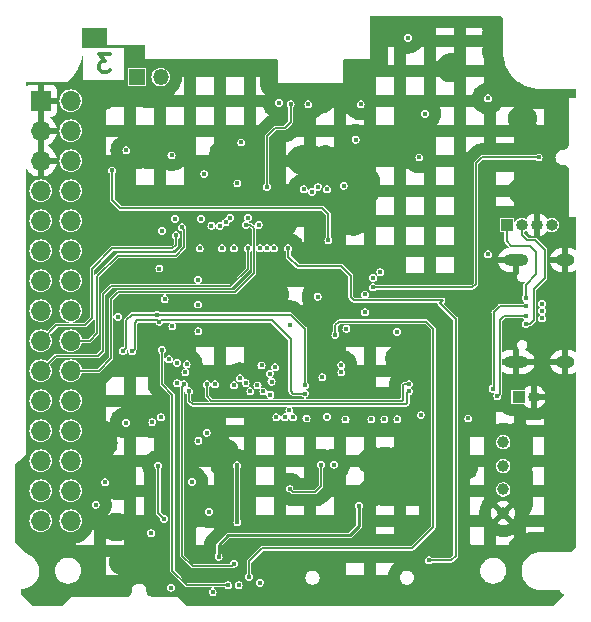
<source format=gbr>
%TF.GenerationSoftware,KiCad,Pcbnew,6.99.0-unknown-5a2f351f28~146~ubuntu20.04.1*%
%TF.CreationDate,2022-01-27T10:55:02+08:00*%
%TF.ProjectId,M5Pi,4d355069-2e6b-4696-9361-645f70636258,1.0*%
%TF.SameCoordinates,Original*%
%TF.FileFunction,Copper,L3,Inr*%
%TF.FilePolarity,Positive*%
%FSLAX46Y46*%
G04 Gerber Fmt 4.6, Leading zero omitted, Abs format (unit mm)*
G04 Created by KiCad (PCBNEW 6.99.0-unknown-5a2f351f28~146~ubuntu20.04.1) date 2022-01-27 10:55:02*
%MOMM*%
%LPD*%
G01*
G04 APERTURE LIST*
%ADD10C,0.300000*%
%TA.AperFunction,NonConductor*%
%ADD11C,0.300000*%
%TD*%
%TA.AperFunction,ComponentPad*%
%ADD12C,1.000000*%
%TD*%
%TA.AperFunction,ComponentPad*%
%ADD13R,1.000000X1.000000*%
%TD*%
%TA.AperFunction,ComponentPad*%
%ADD14O,1.000000X1.000000*%
%TD*%
%TA.AperFunction,ComponentPad*%
%ADD15R,1.700000X1.700000*%
%TD*%
%TA.AperFunction,ComponentPad*%
%ADD16O,1.700000X1.700000*%
%TD*%
%TA.AperFunction,ComponentPad*%
%ADD17O,2.100000X1.000000*%
%TD*%
%TA.AperFunction,ComponentPad*%
%ADD18O,1.600000X1.000000*%
%TD*%
%TA.AperFunction,ComponentPad*%
%ADD19R,1.350000X1.350000*%
%TD*%
%TA.AperFunction,ComponentPad*%
%ADD20O,1.350000X1.350000*%
%TD*%
%TA.AperFunction,ViaPad*%
%ADD21C,0.450000*%
%TD*%
%TA.AperFunction,ViaPad*%
%ADD22C,0.400000*%
%TD*%
%TA.AperFunction,Conductor*%
%ADD23C,0.150000*%
%TD*%
%TA.AperFunction,Conductor*%
%ADD24C,0.250000*%
%TD*%
%TA.AperFunction,Conductor*%
%ADD25C,0.200000*%
%TD*%
%TA.AperFunction,Conductor*%
%ADD26C,0.300000*%
%TD*%
G04 APERTURE END LIST*
D10*
D11*
X120163353Y-67980135D02*
X119234781Y-67980135D01*
X119234781Y-67980135D02*
X119734781Y-68551564D01*
X119734781Y-68551564D02*
X119520496Y-68551564D01*
X119520496Y-68551564D02*
X119377639Y-68622992D01*
X119377639Y-68622992D02*
X119306210Y-68694421D01*
X119306210Y-68694421D02*
X119234781Y-68837278D01*
X119234781Y-68837278D02*
X119234781Y-69194421D01*
X119234781Y-69194421D02*
X119306210Y-69337278D01*
X119306210Y-69337278D02*
X119377639Y-69408706D01*
X119377639Y-69408706D02*
X119520496Y-69480135D01*
X119520496Y-69480135D02*
X119949067Y-69480135D01*
X119949067Y-69480135D02*
X120091924Y-69408706D01*
X120091924Y-69408706D02*
X120163353Y-69337278D01*
D12*
%TO.N,GND*%
%TO.C,J11*%
X153463353Y-106801564D03*
%TO.N,+5V*%
X153463353Y-104801564D03*
%TO.N,/I2C1_SDA*%
X153463353Y-102801564D03*
%TO.N,/I2C1_SCL*%
X153463353Y-100801564D03*
%TD*%
D13*
%TO.N,/DP*%
%TO.C,J12*%
X153773352Y-82401563D03*
D14*
%TO.N,/DM*%
X155043352Y-82401563D03*
%TO.N,GND*%
X156313352Y-82401563D03*
%TO.N,+5V*%
X157583352Y-82401563D03*
%TD*%
D13*
%TO.N,/VBAT*%
%TO.C,J3*%
X154763352Y-96976563D03*
D14*
%TO.N,GND*%
X156033352Y-96976563D03*
%TD*%
D15*
%TO.N,GND*%
%TO.C,J2*%
X114313352Y-71901563D03*
D16*
%TO.N,/PD13*%
X116853352Y-71901563D03*
%TO.N,GND*%
X114313352Y-74441563D03*
%TO.N,/PD14*%
X116853352Y-74441563D03*
%TO.N,GND*%
X114313352Y-76981563D03*
%TO.N,/~{RESET}*%
X116853352Y-76981563D03*
%TO.N,/PD19*%
X114313352Y-79521563D03*
%TO.N,/PD12*%
X116853352Y-79521563D03*
%TO.N,/PD21*%
X114313352Y-82061563D03*
%TO.N,/PD18*%
X116853352Y-82061563D03*
%TO.N,/PD20*%
X114313352Y-84601563D03*
%TO.N,+3V3*%
X116853352Y-84601563D03*
%TO.N,/USART1_RX*%
X114313352Y-87141563D03*
%TO.N,/USART1_TX*%
X116853352Y-87141563D03*
%TO.N,/USART2_RX*%
X114313352Y-89681563D03*
%TO.N,/USART2_TX*%
X116853352Y-89681563D03*
%TO.N,/I2C2_SDA*%
X114313352Y-92221563D03*
%TO.N,/I2C2_SCL*%
X116853352Y-92221563D03*
%TO.N,/I2C1_SDA*%
X114313352Y-94761563D03*
%TO.N,/I2C1_SCL*%
X116853352Y-94761563D03*
%TO.N,/I2S_BCLK*%
X114313352Y-97301563D03*
%TO.N,/I2S_MCLK*%
X116853352Y-97301563D03*
%TO.N,/I2S_DOUT*%
X114313352Y-99841563D03*
%TO.N,/I2S_LRCK*%
X116853352Y-99841563D03*
%TO.N,/DM*%
X114313352Y-102381563D03*
%TO.N,/I2S_DIN*%
X116853352Y-102381563D03*
%TO.N,/DP*%
X114313352Y-104921563D03*
%TO.N,+5V*%
X116853352Y-104921563D03*
%TO.N,/AMP_HPL*%
X114313352Y-107461563D03*
%TO.N,/VBAT*%
X116853352Y-107461563D03*
%TD*%
D17*
%TO.N,GND*%
%TO.C,UART1*%
X154558352Y-94021563D03*
D18*
X158738352Y-94021563D03*
D17*
X154558352Y-85381563D03*
D18*
X158738352Y-85381563D03*
%TD*%
D19*
%TO.N,Net-(J6-Pin_1)*%
%TO.C,J6*%
X122463352Y-69901563D03*
D20*
%TO.N,Net-(J6-Pin_2)*%
X124463352Y-69901563D03*
%TD*%
D21*
%TO.N,+3V0*%
X144488353Y-91476564D03*
%TO.N,/SPI0_CS*%
X133700000Y-95000000D03*
X136563353Y-79401564D03*
%TO.N,/~{RESET}*%
X139263353Y-91701564D03*
X131963353Y-112201564D03*
%TO.N,/MPU_INIT*%
X125863353Y-95801564D03*
X123763353Y-99101564D03*
%TO.N,GND*%
X146200000Y-99700000D03*
X140200000Y-70100000D03*
X152900000Y-66300000D03*
X137400000Y-93000000D03*
X130800000Y-68700000D03*
X155100000Y-109800000D03*
X114800000Y-111900000D03*
X157800000Y-109600000D03*
X149000000Y-69100000D03*
X155600000Y-71300000D03*
X158700000Y-91400000D03*
X129900000Y-102700000D03*
X155100000Y-73400000D03*
X142500000Y-113600000D03*
X140300000Y-113600000D03*
X130900000Y-89550000D03*
X156300000Y-113800000D03*
X145200000Y-105000000D03*
X153900000Y-113800000D03*
X137400000Y-96000000D03*
X129800000Y-77800000D03*
X119600000Y-100900000D03*
X158700000Y-92900000D03*
X132600000Y-68700000D03*
X147200000Y-113600000D03*
X157800000Y-71400000D03*
X140800000Y-82100000D03*
X146200000Y-105000000D03*
X134100000Y-69800000D03*
X158600000Y-72800000D03*
X118400000Y-111200000D03*
X154500000Y-113000000D03*
X130300000Y-91400000D03*
X158700000Y-81100000D03*
X138800000Y-113600000D03*
X127800000Y-68700000D03*
X154800000Y-101000000D03*
X121300000Y-110900000D03*
X142400000Y-102400000D03*
X154900000Y-71000000D03*
X154800000Y-106000000D03*
X150100000Y-96600000D03*
X133000000Y-86300000D03*
X145000000Y-113600000D03*
X127100000Y-106900000D03*
X120700000Y-92200000D03*
X155700000Y-74900000D03*
X150100000Y-95500000D03*
X154800000Y-104400000D03*
X133200000Y-68700000D03*
X148400000Y-113600000D03*
X124000000Y-89300000D03*
X150100000Y-110500000D03*
X128700000Y-86300000D03*
X152500000Y-87400000D03*
X145200000Y-75800000D03*
X134000000Y-91300000D03*
X122900000Y-68100000D03*
X134600000Y-112400000D03*
X126000000Y-68700000D03*
X137400000Y-93700000D03*
X152500000Y-86600000D03*
X142500000Y-67400000D03*
X136400000Y-76900000D03*
X158700000Y-87600000D03*
X141900000Y-68600000D03*
X158600000Y-71400000D03*
X122400000Y-76500000D03*
X146100000Y-93700000D03*
X120900000Y-89200000D03*
X158700000Y-96500000D03*
X144400000Y-102400000D03*
X125600000Y-95100000D03*
X144400000Y-105000000D03*
X154500000Y-111500000D03*
X134100000Y-69200000D03*
X156300000Y-71400000D03*
X129800000Y-76400000D03*
X158700000Y-102600000D03*
X149800000Y-113600000D03*
X119800000Y-83800000D03*
X129000000Y-68700000D03*
X158700000Y-83200000D03*
X144700000Y-93700000D03*
X150600000Y-90000000D03*
X140200000Y-70700000D03*
X152900000Y-67700000D03*
X158700000Y-98900000D03*
X145900000Y-74200000D03*
X154500000Y-110600000D03*
X148500000Y-102400000D03*
X142500000Y-66800000D03*
X156800000Y-109600000D03*
X120900000Y-104500000D03*
X131000000Y-91400000D03*
X142500000Y-68000000D03*
X117000000Y-113300000D03*
X150100000Y-102900000D03*
X142500000Y-66200000D03*
X141500000Y-95700000D03*
X141300000Y-68600000D03*
X146700000Y-74200000D03*
X141100000Y-89300000D03*
X144100000Y-113600000D03*
X132000000Y-68700000D03*
X141800000Y-79500000D03*
X153000000Y-83900000D03*
X158700000Y-99700000D03*
X150600000Y-92400000D03*
X140700000Y-95700000D03*
X151800000Y-113600000D03*
X126900000Y-99400000D03*
X157100000Y-71400000D03*
X134100000Y-88300000D03*
X126600000Y-68700000D03*
X152900000Y-65600000D03*
X157100000Y-113800000D03*
X155800000Y-91400000D03*
X150600000Y-93400000D03*
X145200000Y-102400000D03*
X154800000Y-100300000D03*
X141100000Y-88200000D03*
X148500000Y-105000000D03*
X129100000Y-90950000D03*
X129800000Y-77100000D03*
X134500000Y-110500000D03*
X152500000Y-85700000D03*
X141200000Y-80400000D03*
X143500000Y-105000000D03*
X154800000Y-103600000D03*
X145900000Y-75800000D03*
X120700000Y-108000000D03*
X119600000Y-100200000D03*
X140200000Y-69500000D03*
X158700000Y-95700000D03*
X127800000Y-96900000D03*
X122700000Y-93300000D03*
X138400000Y-76900000D03*
X129600000Y-68700000D03*
X158700000Y-105700000D03*
X158700000Y-104900000D03*
X139000000Y-95700000D03*
X154300000Y-70500000D03*
X146600000Y-113600000D03*
X116100000Y-113300000D03*
X158700000Y-88300000D03*
X158700000Y-98100000D03*
X137400000Y-76900000D03*
X158700000Y-90700000D03*
X152500000Y-113600000D03*
X131200000Y-110700000D03*
X133800000Y-68700000D03*
X119500000Y-71500000D03*
X156000000Y-109600000D03*
X142500000Y-65000000D03*
X158700000Y-86900000D03*
X155600000Y-113800000D03*
X150600000Y-89200000D03*
X132500000Y-78900000D03*
X150600000Y-91600000D03*
X114400000Y-113700000D03*
X131300000Y-77100000D03*
X124500000Y-76500000D03*
X115200000Y-113700000D03*
X142400000Y-105000000D03*
X154800000Y-105200000D03*
X155100000Y-79500000D03*
X142500000Y-68600000D03*
X158700000Y-92100000D03*
X158700000Y-89900000D03*
X118400000Y-112700000D03*
X142500000Y-65600000D03*
X140200000Y-80500000D03*
X140700000Y-68600000D03*
X138000000Y-71800000D03*
X158700000Y-81800000D03*
X157900000Y-113800000D03*
X122900000Y-67500000D03*
X123800000Y-110900000D03*
X139500000Y-113600000D03*
X141800000Y-113600000D03*
X140000000Y-82100000D03*
X123500000Y-76500000D03*
X114800000Y-111200000D03*
X131700000Y-89550000D03*
X117800000Y-113300000D03*
X143150000Y-75150000D03*
X145400000Y-98800000D03*
X148800000Y-100900000D03*
X131300000Y-76400000D03*
X129100000Y-100100000D03*
X125400000Y-68700000D03*
X135800000Y-113600000D03*
X158700000Y-108100000D03*
X158700000Y-100400000D03*
X143300000Y-113600000D03*
X158700000Y-83900000D03*
X135000000Y-80200000D03*
X158700000Y-82500000D03*
X151200000Y-113600000D03*
X133000000Y-88300000D03*
X152900000Y-67000000D03*
X154500000Y-112300000D03*
X130200000Y-68700000D03*
X158700000Y-97300000D03*
X145900000Y-113600000D03*
X140200000Y-68900000D03*
X131400000Y-68700000D03*
X158700000Y-101100000D03*
X120700000Y-93300000D03*
X158700000Y-108900000D03*
X158700000Y-106600000D03*
X158700000Y-101800000D03*
X158700000Y-103300000D03*
X129900000Y-101700000D03*
X128500000Y-88650000D03*
X113600000Y-113700000D03*
X150600000Y-90800000D03*
X141000000Y-113600000D03*
X158700000Y-104100000D03*
X130000000Y-110800000D03*
X141800000Y-78700000D03*
X122900000Y-68700000D03*
X149100000Y-113600000D03*
X138000000Y-113600000D03*
X114800000Y-110300000D03*
X145900000Y-75000000D03*
X119500000Y-70800000D03*
X130700000Y-86300000D03*
X130700000Y-85300000D03*
X133000000Y-85600000D03*
X134100000Y-70400000D03*
X131650000Y-88150000D03*
X154800000Y-101800000D03*
X123400000Y-71300000D03*
X123600000Y-68700000D03*
X134900000Y-82100000D03*
X130050000Y-89550000D03*
X121200000Y-86900000D03*
X128400000Y-68700000D03*
X158700000Y-109600000D03*
X158700000Y-107400000D03*
X124200000Y-68700000D03*
X150500000Y-113600000D03*
X114800000Y-112700000D03*
X139600000Y-70700000D03*
X124800000Y-68700000D03*
X134100000Y-85600000D03*
X139900000Y-95700000D03*
X137300000Y-113600000D03*
X147800000Y-113600000D03*
X138700000Y-86500000D03*
X136600000Y-113600000D03*
X154800000Y-102700000D03*
X129700000Y-86300000D03*
X155700000Y-78600000D03*
X127200000Y-68700000D03*
X143500000Y-102400000D03*
X134100000Y-86300000D03*
X118400000Y-111900000D03*
X158700000Y-89100000D03*
X146200000Y-102400000D03*
X138500000Y-88150000D03*
%TO.N,+3V3*%
X132863353Y-112701564D03*
X129063353Y-95901564D03*
X136963353Y-72201564D03*
X145403353Y-66561564D03*
D22*
X150500000Y-98800000D03*
D21*
X140963353Y-75201564D03*
X133763353Y-96801564D03*
X124483353Y-98681564D03*
X137750000Y-88500000D03*
X141763353Y-88301564D03*
X141263353Y-106201564D03*
X128863353Y-113501564D03*
X129363353Y-110501564D03*
X134463353Y-72086647D03*
X141763353Y-89801564D03*
X120863353Y-90201564D03*
X138163353Y-95301564D03*
X121513353Y-99151564D03*
X131293353Y-75431564D03*
D22*
X146500000Y-98500000D03*
D21*
X141400000Y-72200000D03*
%TO.N,+2V5*%
X146363353Y-76701564D03*
X127613353Y-89151564D03*
X127613353Y-87051564D03*
X142463353Y-86901564D03*
%TO.N,+1V1*%
X125663353Y-81901564D03*
X130963353Y-78901564D03*
X124800000Y-88700000D03*
X140195853Y-91201564D03*
X143063353Y-86401564D03*
%TO.N,/USART1_RX*%
X132763353Y-82401564D03*
%TO.N,/USART1_TX*%
X131863353Y-81801564D03*
%TO.N,/SD_D2*%
X130663353Y-96001564D03*
X144513353Y-98851564D03*
%TO.N,/SD_D3*%
X131163353Y-95401564D03*
X143413353Y-98851564D03*
%TO.N,/SD_CMD*%
X131663353Y-95801564D03*
X142313353Y-98851564D03*
%TO.N,/SD_CLK*%
X140113353Y-98851564D03*
X132063353Y-96501564D03*
%TO.N,/SD_D0*%
X138563353Y-98650000D03*
X132663353Y-96001564D03*
%TO.N,/SD_D1*%
X136813353Y-98801564D03*
X133163353Y-96501564D03*
%TO.N,/I2C1_SCL*%
X128363353Y-100001564D03*
X131663353Y-82401564D03*
%TO.N,/I2C1_SDA*%
X131863353Y-84401564D03*
X127663353Y-100701564D03*
%TO.N,/I2C0_SDA*%
X136663353Y-96001564D03*
X124163353Y-90001564D03*
X121283353Y-93081564D03*
%TO.N,/I2C0_SCL*%
X136663353Y-96701564D03*
X122063353Y-93101564D03*
X124363353Y-90601564D03*
%TO.N,/SPI1_MISO*%
X134263353Y-98701564D03*
%TO.N,/DM*%
X155363353Y-90801564D03*
X139763353Y-94901564D03*
%TO.N,/DP*%
X155363353Y-88601564D03*
X139763353Y-94301564D03*
%TO.N,/SPI1_CLK*%
X134963353Y-98701564D03*
%TO.N,/SPI1_MOSI*%
X135363353Y-98101564D03*
%TO.N,/SPI1_CS*%
X135663353Y-98701564D03*
%TO.N,/USART0_TX*%
X126863353Y-96501564D03*
X145463353Y-96501564D03*
%TO.N,/UASRT0_RX*%
X128363353Y-95901564D03*
X145463353Y-95901564D03*
%TO.N,/SPI0_CLK*%
X133002853Y-94300000D03*
X137763353Y-79201564D03*
%TO.N,+5V*%
X146863353Y-73001564D03*
X152163353Y-84901564D03*
X128163353Y-78101564D03*
X152163353Y-71701564D03*
X127113353Y-104151564D03*
%TO.N,/SPI0_MISO*%
X134150000Y-94450000D03*
X138563353Y-79401564D03*
%TO.N,/SPI0_MOSI*%
X137263353Y-79601564D03*
X135400000Y-90850000D03*
%TO.N,+5VD*%
X119763353Y-104201564D03*
%TO.N,/D+*%
X152963353Y-96901564D03*
X155363353Y-90101564D03*
%TO.N,/D-*%
X155363353Y-89301564D03*
X152563353Y-96301564D03*
%TO.N,/AMP_HPR*%
X120363353Y-77801564D03*
X138663353Y-83701564D03*
%TO.N,/I2C2_SDA*%
X125763353Y-83301564D03*
%TO.N,/I2C2_SCL*%
X126263353Y-82601564D03*
%TO.N,/LCD_~{RESET}*%
X126663353Y-94201564D03*
%TO.N,Net-(J6-Pin_1)*%
X121563353Y-76101564D03*
%TO.N,Net-(J6-Pin_2)*%
X125383353Y-76501564D03*
%TO.N,/STATUS_LED*%
X130663353Y-111101564D03*
X126463353Y-95901564D03*
%TO.N,/WIFI_RESET*%
X135463353Y-72201564D03*
X133463353Y-79201564D03*
X133463353Y-84401564D03*
%TO.N,/WIFI_INT*%
X134063353Y-84401564D03*
X139963353Y-79101564D03*
%TO.N,/USART2_RX*%
X125163353Y-93801564D03*
%TO.N,/USART2_TX*%
X125863353Y-94101564D03*
%TO.N,/PD13*%
X128763353Y-82501564D03*
%TO.N,/LCD_D{slash}C*%
X138050000Y-102700000D03*
X126563353Y-94901564D03*
D22*
X135400000Y-104750000D03*
D21*
%TO.N,/LCD_BL*%
X139150000Y-102700000D03*
X127663353Y-91401564D03*
%TO.N,/TOUCH_INT*%
X133850000Y-95690500D03*
X132863353Y-84401564D03*
%TO.N,/PD21*%
X124363353Y-86101564D03*
%TO.N,/PD12*%
X127763353Y-84401564D03*
%TO.N,/PD14*%
X127863353Y-81901564D03*
%TO.N,/PD19*%
X124563353Y-82901564D03*
%TO.N,/I2S_BCLK*%
X130663353Y-84401564D03*
%TO.N,/I2S_DOUT*%
X129463353Y-82501564D03*
%TO.N,/I2S_LRCK*%
X129963353Y-82201564D03*
%TO.N,/I2S_MCLK*%
X130363353Y-81801564D03*
%TO.N,/I2S_DIN*%
X129663353Y-84401564D03*
%TO.N,/AMP_HPL*%
X135263353Y-84401564D03*
X147163353Y-110801564D03*
%TO.N,/VBAT*%
X128563353Y-106701564D03*
X118963353Y-106101564D03*
%TO.N,Net-(D2-K)*%
X124763353Y-107301564D03*
X124263353Y-102801564D03*
%TO.N,Net-(D4-A)*%
X130963353Y-107601564D03*
X123663353Y-108501564D03*
X130950000Y-102750000D03*
%TO.N,VBUS*%
X156763353Y-89101564D03*
X156763353Y-90301564D03*
X156763353Y-89701564D03*
%TO.N,Net-(JP1-C)*%
X125350353Y-113114564D03*
X131063353Y-112901564D03*
%TO.N,/KEY1*%
X142463353Y-87701564D03*
X156463353Y-76701564D03*
X125463353Y-91001564D03*
%TO.N,/KEY2*%
X124563353Y-93001564D03*
X130163353Y-112901564D03*
%TD*%
D23*
%TO.N,/~{RESET}*%
X139263353Y-91701564D02*
X139263353Y-90901564D01*
X145763353Y-109801564D02*
X133063353Y-109801564D01*
X147563353Y-91201564D02*
X147563353Y-108001564D01*
X133063353Y-109801564D02*
X131963353Y-110901564D01*
X147563353Y-108001564D02*
X145763353Y-109801564D01*
X146963353Y-90601564D02*
X147563353Y-91201564D01*
X139563353Y-90601564D02*
X146963353Y-90601564D01*
X139263353Y-90901564D02*
X139563353Y-90601564D01*
X131963353Y-110901564D02*
X131963353Y-112201564D01*
D24*
%TO.N,+3V3*%
X129363353Y-110501564D02*
X129363353Y-109536647D01*
X129363353Y-109536647D02*
X130200000Y-108700000D01*
X130200000Y-108700000D02*
X140500000Y-108700000D01*
X141263353Y-107936647D02*
X141263353Y-106201564D01*
X140500000Y-108700000D02*
X141263353Y-107936647D01*
D23*
%TO.N,/I2C1_SCL*%
X120263353Y-88701564D02*
X120263353Y-93701564D01*
X120863353Y-88101564D02*
X120263353Y-88701564D01*
X132063353Y-82401564D02*
X132363353Y-82701564D01*
X119203353Y-94761564D02*
X116853353Y-94761564D01*
X132363353Y-82701564D02*
X132363353Y-86501564D01*
X120263353Y-93701564D02*
X119203353Y-94761564D01*
X131663353Y-82401564D02*
X132063353Y-82401564D01*
X132363353Y-86501564D02*
X130763353Y-88101564D01*
X130763353Y-88101564D02*
X120863353Y-88101564D01*
%TO.N,/I2C1_SDA*%
X114313353Y-94751564D02*
X114313353Y-94761564D01*
X131863353Y-84401564D02*
X131863353Y-86101564D01*
X119163353Y-93501564D02*
X115563353Y-93501564D01*
X115563353Y-93501564D02*
X114313353Y-94751564D01*
X130363353Y-87601564D02*
X120263353Y-87601564D01*
X119563353Y-88301564D02*
X119563353Y-93101564D01*
X119563353Y-93101564D02*
X119163353Y-93501564D01*
X120263353Y-87601564D02*
X119563353Y-88301564D01*
X131863353Y-86101564D02*
X130363353Y-87601564D01*
%TO.N,/I2C0_SDA*%
X121563353Y-90501564D02*
X121563353Y-92801564D01*
X136663353Y-91201564D02*
X135463353Y-90001564D01*
X122063353Y-90001564D02*
X121563353Y-90501564D01*
X135463353Y-90001564D02*
X124163353Y-90001564D01*
X124163353Y-90001564D02*
X122063353Y-90001564D01*
X121563353Y-92801564D02*
X121283353Y-93081564D01*
X136663353Y-96001564D02*
X136663353Y-91201564D01*
%TO.N,/I2C0_SCL*%
X124363353Y-90601564D02*
X124463353Y-90501564D01*
X124463353Y-90501564D02*
X133863353Y-90501564D01*
X135663353Y-96701564D02*
X136663353Y-96701564D01*
X124263353Y-90501564D02*
X122463353Y-90501564D01*
X124363353Y-90601564D02*
X124263353Y-90501564D01*
X135463353Y-96501564D02*
X135663353Y-96701564D01*
X122263353Y-90701564D02*
X122263353Y-92901564D01*
X133863353Y-90501564D02*
X135463353Y-92101564D01*
X122263353Y-92901564D02*
X122063353Y-93101564D01*
X135463353Y-92101564D02*
X135463353Y-96501564D01*
X122463353Y-90501564D02*
X122263353Y-90701564D01*
D25*
%TO.N,/DM*%
X155763353Y-90801564D02*
X156063353Y-90501564D01*
X156063353Y-87801564D02*
X156963353Y-86901564D01*
X156163353Y-83701564D02*
X155463353Y-83701564D01*
X155363353Y-90801564D02*
X155763353Y-90801564D01*
X156963353Y-84501564D02*
X156163353Y-83701564D01*
X155043353Y-83281564D02*
X155043353Y-82401564D01*
X156063353Y-90501564D02*
X156063353Y-87801564D01*
X156963353Y-86901564D02*
X156963353Y-84501564D01*
X155463353Y-83701564D02*
X155043353Y-83281564D01*
%TO.N,/DP*%
X156263353Y-84701564D02*
X155763353Y-84201564D01*
X155763353Y-84201564D02*
X154163353Y-84201564D01*
X154163353Y-84201564D02*
X153773353Y-83811564D01*
X155363353Y-87501564D02*
X156263353Y-86601564D01*
X153773353Y-83811564D02*
X153773353Y-82401564D01*
X156263353Y-86601564D02*
X156263353Y-84701564D01*
X155363353Y-88601564D02*
X155363353Y-87501564D01*
D23*
%TO.N,/USART0_TX*%
X127163353Y-97601564D02*
X126863353Y-97301564D01*
X145263353Y-97601564D02*
X127163353Y-97601564D01*
X126863353Y-97301564D02*
X126863353Y-96501564D01*
X145463353Y-96501564D02*
X145363353Y-96601564D01*
X145363353Y-97501564D02*
X145263353Y-97601564D01*
X145363353Y-96601564D02*
X145363353Y-97501564D01*
%TO.N,/UASRT0_RX*%
X144963353Y-97201564D02*
X144863353Y-97301564D01*
X128763353Y-97301564D02*
X128363353Y-96901564D01*
X145063353Y-95901564D02*
X144963353Y-96001564D01*
X145463353Y-95901564D02*
X145063353Y-95901564D01*
X144863353Y-97301564D02*
X128763353Y-97301564D01*
X128363353Y-96901564D02*
X128363353Y-95901564D01*
X144963353Y-96001564D02*
X144963353Y-97201564D01*
%TO.N,/D+*%
X153163353Y-90501564D02*
X153563353Y-90101564D01*
X153163353Y-96701564D02*
X153163353Y-90501564D01*
X153563353Y-90101564D02*
X155363353Y-90101564D01*
X152963353Y-96901564D02*
X153163353Y-96701564D01*
%TO.N,/D-*%
X153163353Y-89301564D02*
X155363353Y-89301564D01*
X152663353Y-89801564D02*
X153163353Y-89301564D01*
X152663353Y-96201564D02*
X152663353Y-89801564D01*
X152563353Y-96301564D02*
X152663353Y-96201564D01*
D25*
%TO.N,/AMP_HPR*%
X120363353Y-77801564D02*
X120363353Y-80301564D01*
X138663353Y-81501564D02*
X138663353Y-83701564D01*
X121063353Y-81001564D02*
X138163353Y-81001564D01*
X120363353Y-80301564D02*
X121063353Y-81001564D01*
X138163353Y-81001564D02*
X138663353Y-81501564D01*
D23*
%TO.N,/I2C2_SDA*%
X118663353Y-86101564D02*
X118663353Y-90301564D01*
X125763353Y-84101564D02*
X125463353Y-84401564D01*
X118663353Y-90301564D02*
X118063353Y-90901564D01*
X125763353Y-83301564D02*
X125763353Y-84101564D01*
X115633353Y-90901564D02*
X114313353Y-92221564D01*
X125463353Y-84401564D02*
X120363353Y-84401564D01*
X118063353Y-90901564D02*
X115633353Y-90901564D01*
X120363353Y-84401564D02*
X118663353Y-86101564D01*
%TO.N,/I2C2_SCL*%
X126463353Y-84301564D02*
X125763353Y-85001564D01*
X126463353Y-82801564D02*
X126463353Y-84301564D01*
X120813353Y-85001564D02*
X119063353Y-86751564D01*
X119063353Y-91601564D02*
X118443353Y-92221564D01*
X118443353Y-92221564D02*
X116853353Y-92221564D01*
X126263353Y-82601564D02*
X126463353Y-82801564D01*
X119063353Y-86751564D02*
X119063353Y-91601564D01*
X125763353Y-85001564D02*
X120813353Y-85001564D01*
%TO.N,/STATUS_LED*%
X127161789Y-111300000D02*
X126263353Y-110401564D01*
X130464917Y-111300000D02*
X127161789Y-111300000D01*
X126263353Y-96101564D02*
X126463353Y-95901564D01*
X126263353Y-110401564D02*
X126263353Y-96101564D01*
X130663353Y-111101564D02*
X130464917Y-111300000D01*
%TO.N,/WIFI_RESET*%
X135463353Y-73601564D02*
X135463353Y-72201564D01*
X133463353Y-74901564D02*
X134163353Y-74201564D01*
X135463353Y-73701564D02*
X135463353Y-72201564D01*
X134163353Y-74201564D02*
X134963353Y-74201564D01*
X134963353Y-74201564D02*
X135463353Y-73701564D01*
X133463353Y-79201564D02*
X133463353Y-74901564D01*
%TO.N,/LCD_D{slash}C*%
X137550000Y-105050000D02*
X138050000Y-104550000D01*
X135400000Y-104750000D02*
X135700000Y-105050000D01*
X138050000Y-104550000D02*
X138050000Y-102700000D01*
X135700000Y-105050000D02*
X137550000Y-105050000D01*
D25*
%TO.N,/AMP_HPL*%
X149463353Y-90401564D02*
X149463353Y-110401564D01*
X140861789Y-88800000D02*
X148364917Y-88800000D01*
X140563353Y-88501564D02*
X140861789Y-88800000D01*
X135263353Y-84401564D02*
X135263353Y-85101564D01*
X139763353Y-85901564D02*
X140563353Y-86701564D01*
X149063353Y-110801564D02*
X147163353Y-110801564D01*
X136063353Y-85901564D02*
X139763353Y-85901564D01*
X148364917Y-88800000D02*
X148113353Y-89051564D01*
X135263353Y-85101564D02*
X136063353Y-85901564D01*
X148113353Y-89051564D02*
X149463353Y-90401564D01*
X140563353Y-86701564D02*
X140563353Y-88501564D01*
X149463353Y-110401564D02*
X149063353Y-110801564D01*
%TO.N,Net-(D2-K)*%
X124263353Y-102801564D02*
X124263353Y-106801564D01*
X124263353Y-106801564D02*
X124763353Y-107301564D01*
D26*
%TO.N,Net-(D4-A)*%
X130963353Y-102763353D02*
X130963353Y-107601564D01*
X130950000Y-102750000D02*
X130963353Y-102763353D01*
D23*
%TO.N,/KEY1*%
X142463353Y-87701564D02*
X150863353Y-87701564D01*
X151163353Y-87401564D02*
X151163353Y-77201564D01*
X151163353Y-77201564D02*
X151663353Y-76701564D01*
X151663353Y-76701564D02*
X156463353Y-76701564D01*
X150863353Y-87701564D02*
X151163353Y-87401564D01*
%TO.N,/KEY2*%
X124563353Y-93001564D02*
X124563353Y-95901564D01*
X125463353Y-96801564D02*
X125463353Y-111701564D01*
X126663353Y-112901564D02*
X130163353Y-112901564D01*
X125463353Y-111701564D02*
X126663353Y-112901564D01*
X124563353Y-95901564D02*
X125463353Y-96801564D01*
%TD*%
%TA.AperFunction,Conductor*%
%TO.N,GND*%
G36*
X153243390Y-64717207D02*
G01*
X153413464Y-64888138D01*
X153427729Y-64922699D01*
X153427729Y-67693577D01*
X153426121Y-67702270D01*
X153423333Y-67702272D01*
X153441133Y-68037189D01*
X153493810Y-68368417D01*
X153580786Y-68692333D01*
X153581241Y-68693517D01*
X153581244Y-68693526D01*
X153629736Y-68819691D01*
X153701111Y-69005396D01*
X153853469Y-69304183D01*
X153854166Y-69305256D01*
X153854169Y-69305261D01*
X153963654Y-69473774D01*
X154036195Y-69585426D01*
X154247291Y-69846051D01*
X154484447Y-70083207D01*
X154745072Y-70294303D01*
X154775644Y-70314166D01*
X155025237Y-70476329D01*
X155025242Y-70476332D01*
X155026315Y-70477029D01*
X155325102Y-70629387D01*
X155421403Y-70666400D01*
X155636972Y-70749254D01*
X155636981Y-70749257D01*
X155638165Y-70749712D01*
X155962081Y-70836688D01*
X155963347Y-70836889D01*
X155963350Y-70836890D01*
X156089022Y-70856876D01*
X156293309Y-70889365D01*
X156294582Y-70889433D01*
X156294585Y-70889433D01*
X156618492Y-70906648D01*
X156618493Y-70906648D01*
X156628226Y-70907165D01*
X156628228Y-70904422D01*
X156637873Y-70902769D01*
X159578730Y-70902769D01*
X159613378Y-70917121D01*
X159627730Y-70951769D01*
X159627730Y-71652768D01*
X159613378Y-71687416D01*
X159578730Y-71701768D01*
X159028330Y-71701768D01*
X159028231Y-71701727D01*
X159028132Y-71701768D01*
X159027848Y-71701885D01*
X159027690Y-71702268D01*
X159027731Y-71702367D01*
X159027731Y-75539534D01*
X159027428Y-75544979D01*
X159024835Y-75568171D01*
X159024724Y-75569080D01*
X159024377Y-75571734D01*
X159013710Y-75653302D01*
X159012115Y-75665495D01*
X159009789Y-75675297D01*
X159003650Y-75692876D01*
X158994159Y-75720050D01*
X158993186Y-75722604D01*
X158975017Y-75766532D01*
X158965654Y-75789169D01*
X158961871Y-75796498D01*
X158934353Y-75840321D01*
X158931741Y-75844079D01*
X158927119Y-75850104D01*
X158890342Y-75898049D01*
X158886112Y-75902874D01*
X158848840Y-75940147D01*
X158844023Y-75944371D01*
X158790025Y-75985790D01*
X158786271Y-75988399D01*
X158742465Y-76015906D01*
X158735136Y-76019689D01*
X158668576Y-76047219D01*
X158666010Y-76048197D01*
X158621256Y-76063828D01*
X158611458Y-76066152D01*
X158578338Y-76070484D01*
X158515041Y-76078762D01*
X158514131Y-76078873D01*
X158500168Y-76080434D01*
X158488226Y-76078751D01*
X158488225Y-76078028D01*
X158418986Y-76085897D01*
X158358773Y-76092739D01*
X158358769Y-76092740D01*
X158356049Y-76093049D01*
X158230515Y-76137065D01*
X158223723Y-76141336D01*
X158120227Y-76206413D01*
X158120224Y-76206415D01*
X158117901Y-76207876D01*
X158023837Y-76301940D01*
X158022376Y-76304263D01*
X158022374Y-76304266D01*
X158003135Y-76334863D01*
X157953026Y-76414554D01*
X157909010Y-76540088D01*
X157908701Y-76542808D01*
X157908700Y-76542812D01*
X157904141Y-76582933D01*
X157893989Y-76672264D01*
X157896829Y-76672268D01*
X157897730Y-76678672D01*
X157897730Y-76692831D01*
X157895863Y-76702273D01*
X157893796Y-76702278D01*
X157894554Y-76708892D01*
X157894554Y-76708893D01*
X157896206Y-76723302D01*
X157909708Y-76841112D01*
X157956030Y-76972954D01*
X158030453Y-77091230D01*
X158129267Y-77190044D01*
X158247543Y-77264467D01*
X158250125Y-77265374D01*
X158376797Y-77309880D01*
X158376799Y-77309881D01*
X158379385Y-77310789D01*
X158382112Y-77311102D01*
X158382114Y-77311102D01*
X158469504Y-77321118D01*
X158518219Y-77326701D01*
X158518226Y-77323756D01*
X158525279Y-77322767D01*
X158605022Y-77322767D01*
X158611413Y-77323186D01*
X158626297Y-77325144D01*
X158627567Y-77325328D01*
X158720473Y-77340034D01*
X158731560Y-77343160D01*
X158767988Y-77358246D01*
X158771440Y-77359837D01*
X158831822Y-77390599D01*
X158839392Y-77395376D01*
X158873943Y-77421888D01*
X158878762Y-77426114D01*
X158924384Y-77471736D01*
X158928610Y-77476555D01*
X158955122Y-77511106D01*
X158959899Y-77518676D01*
X158990661Y-77579058D01*
X158992252Y-77582510D01*
X159007338Y-77618938D01*
X159010464Y-77630025D01*
X159025170Y-77722931D01*
X159025354Y-77724201D01*
X159027312Y-77739085D01*
X159027731Y-77745476D01*
X159027731Y-81702169D01*
X159027690Y-81702268D01*
X159027731Y-81702367D01*
X159027848Y-81702651D01*
X159028231Y-81702809D01*
X159028330Y-81702768D01*
X159578730Y-81702768D01*
X159613378Y-81717120D01*
X159627730Y-81751768D01*
X159627730Y-84471883D01*
X159613378Y-84506531D01*
X159578730Y-84520883D01*
X159555632Y-84515097D01*
X159428094Y-84446926D01*
X159423654Y-84445087D01*
X159238257Y-84388847D01*
X159233564Y-84387913D01*
X159089070Y-84373682D01*
X159086667Y-84373564D01*
X159002100Y-84373564D01*
X158995208Y-84376419D01*
X158992353Y-84383311D01*
X158992353Y-86379817D01*
X158995208Y-86386709D01*
X159002100Y-86389564D01*
X159086667Y-86389564D01*
X159089070Y-86389446D01*
X159233564Y-86375215D01*
X159238257Y-86374281D01*
X159423654Y-86318041D01*
X159428094Y-86316202D01*
X159555632Y-86248031D01*
X159592954Y-86244355D01*
X159621944Y-86268147D01*
X159627730Y-86291245D01*
X159627730Y-93111883D01*
X159613378Y-93146531D01*
X159578730Y-93160883D01*
X159555632Y-93155097D01*
X159428094Y-93086926D01*
X159423654Y-93085087D01*
X159238257Y-93028847D01*
X159233564Y-93027913D01*
X159089070Y-93013682D01*
X159086667Y-93013564D01*
X159002100Y-93013564D01*
X158995208Y-93016419D01*
X158992353Y-93023311D01*
X158992353Y-95019817D01*
X158995208Y-95026709D01*
X159002100Y-95029564D01*
X159086667Y-95029564D01*
X159089070Y-95029446D01*
X159233564Y-95015215D01*
X159238257Y-95014281D01*
X159423654Y-94958041D01*
X159428094Y-94956202D01*
X159555632Y-94888031D01*
X159592954Y-94884355D01*
X159621944Y-94908147D01*
X159627730Y-94931245D01*
X159627730Y-98702267D01*
X159627689Y-98702366D01*
X159627730Y-98702465D01*
X159627730Y-109681765D01*
X159613378Y-109716413D01*
X159242372Y-110087416D01*
X159207724Y-110101768D01*
X156636297Y-110101768D01*
X156628233Y-110100320D01*
X156628233Y-110097280D01*
X156477978Y-110108540D01*
X156390848Y-110115069D01*
X156390846Y-110115069D01*
X156389022Y-110115206D01*
X156387235Y-110115614D01*
X156387234Y-110115614D01*
X156156940Y-110168177D01*
X156156936Y-110168178D01*
X156155154Y-110168585D01*
X155931855Y-110256223D01*
X155930271Y-110257138D01*
X155930268Y-110257139D01*
X155902784Y-110273007D01*
X155724111Y-110376164D01*
X155536563Y-110525727D01*
X155535313Y-110527074D01*
X155535310Y-110527077D01*
X155484731Y-110581589D01*
X155373402Y-110701573D01*
X155342558Y-110746813D01*
X155239305Y-110898256D01*
X155239302Y-110898262D01*
X155238272Y-110899772D01*
X155237473Y-110901430D01*
X155237473Y-110901431D01*
X155235985Y-110904521D01*
X155134191Y-111115898D01*
X155133649Y-111117657D01*
X155133648Y-111117658D01*
X155128115Y-111135597D01*
X155063484Y-111345123D01*
X155027731Y-111582325D01*
X155027731Y-111822207D01*
X155063483Y-112059409D01*
X155081063Y-112116402D01*
X155133571Y-112286629D01*
X155134189Y-112288634D01*
X155172184Y-112367531D01*
X155236949Y-112502016D01*
X155238270Y-112504760D01*
X155239300Y-112506270D01*
X155239303Y-112506276D01*
X155283731Y-112571439D01*
X155373400Y-112702960D01*
X155449564Y-112785046D01*
X155535113Y-112877246D01*
X155536560Y-112878806D01*
X155724107Y-113028370D01*
X155859628Y-113106613D01*
X155923288Y-113143367D01*
X155931851Y-113148311D01*
X156155151Y-113235950D01*
X156156933Y-113236357D01*
X156156937Y-113236358D01*
X156387230Y-113288921D01*
X156389018Y-113289329D01*
X156390842Y-113289466D01*
X156390844Y-113289466D01*
X156618509Y-113306528D01*
X156618510Y-113306528D01*
X156628229Y-113307256D01*
X156628229Y-113304301D01*
X156637790Y-113302768D01*
X158207724Y-113302768D01*
X158242372Y-113317120D01*
X158306587Y-113381334D01*
X158547049Y-113621794D01*
X158592875Y-113667620D01*
X158607227Y-113702268D01*
X158592875Y-113736916D01*
X157642374Y-114687416D01*
X157607726Y-114701768D01*
X126758732Y-114701768D01*
X126724084Y-114687416D01*
X125944953Y-113908283D01*
X125938654Y-113901984D01*
X125938613Y-113901885D01*
X125938514Y-113901844D01*
X125938230Y-113901726D01*
X125938129Y-113901768D01*
X123790964Y-113901768D01*
X123785521Y-113901465D01*
X123780370Y-113900889D01*
X123762327Y-113898872D01*
X123761418Y-113898761D01*
X123698121Y-113890483D01*
X123665001Y-113886151D01*
X123655201Y-113883826D01*
X123646749Y-113880874D01*
X123610440Y-113868193D01*
X123607894Y-113867223D01*
X123541327Y-113839690D01*
X123533999Y-113835908D01*
X123490188Y-113808397D01*
X123486424Y-113805780D01*
X123432440Y-113764372D01*
X123427614Y-113760140D01*
X123390354Y-113722880D01*
X123386123Y-113718055D01*
X123344722Y-113664081D01*
X123342104Y-113660316D01*
X123314589Y-113616498D01*
X123310809Y-113609175D01*
X123283268Y-113542588D01*
X123282311Y-113540077D01*
X123266671Y-113495293D01*
X123264345Y-113485492D01*
X123251738Y-113389089D01*
X123251627Y-113388179D01*
X123250065Y-113374207D01*
X123251748Y-113362264D01*
X123252471Y-113362263D01*
X123241750Y-113267928D01*
X123237759Y-113232811D01*
X123237758Y-113232807D01*
X123237449Y-113230087D01*
X123196943Y-113114564D01*
X125009677Y-113114564D01*
X125030222Y-113231082D01*
X125032365Y-113234793D01*
X125032365Y-113234794D01*
X125033268Y-113236358D01*
X125089380Y-113333546D01*
X125180015Y-113409598D01*
X125184041Y-113411063D01*
X125184042Y-113411064D01*
X125287164Y-113448597D01*
X125291195Y-113450064D01*
X125409511Y-113450064D01*
X125413542Y-113448597D01*
X125516664Y-113411064D01*
X125516665Y-113411063D01*
X125520691Y-113409598D01*
X125611326Y-113333546D01*
X125667438Y-113236358D01*
X125668341Y-113234794D01*
X125668341Y-113234793D01*
X125670484Y-113231082D01*
X125691029Y-113114564D01*
X125671954Y-113006384D01*
X125671228Y-113002265D01*
X125670484Y-112998046D01*
X125668058Y-112993843D01*
X125623595Y-112916832D01*
X125611326Y-112895582D01*
X125520691Y-112819530D01*
X125516665Y-112818065D01*
X125516664Y-112818064D01*
X125413542Y-112780531D01*
X125413541Y-112780531D01*
X125409511Y-112779064D01*
X125291195Y-112779064D01*
X125287165Y-112780531D01*
X125287164Y-112780531D01*
X125184042Y-112818064D01*
X125184041Y-112818065D01*
X125180015Y-112819530D01*
X125089380Y-112895582D01*
X125077111Y-112916832D01*
X125032649Y-112993843D01*
X125030222Y-112998046D01*
X125029478Y-113002265D01*
X125028752Y-113006384D01*
X125009677Y-113114564D01*
X123196943Y-113114564D01*
X123193433Y-113104554D01*
X123152903Y-113040096D01*
X123124085Y-112994265D01*
X123124083Y-112994262D01*
X123122622Y-112991939D01*
X123028558Y-112897875D01*
X123026235Y-112896414D01*
X123026232Y-112896412D01*
X122918271Y-112828528D01*
X122918270Y-112828527D01*
X122915944Y-112827065D01*
X122790410Y-112783048D01*
X122787690Y-112782739D01*
X122787686Y-112782738D01*
X122722106Y-112775286D01*
X122658234Y-112768027D01*
X122658230Y-112770867D01*
X122651826Y-112771768D01*
X122637667Y-112771768D01*
X122628225Y-112769901D01*
X122628220Y-112767834D01*
X122621606Y-112768592D01*
X122621605Y-112768592D01*
X122492115Y-112783433D01*
X122492113Y-112783433D01*
X122489386Y-112783746D01*
X122486800Y-112784654D01*
X122486798Y-112784655D01*
X122409538Y-112811801D01*
X122357544Y-112830069D01*
X122355230Y-112831525D01*
X122355226Y-112831527D01*
X122252110Y-112896412D01*
X122239268Y-112904493D01*
X122140455Y-113003306D01*
X122138992Y-113005631D01*
X122067489Y-113119264D01*
X122067487Y-113119268D01*
X122066031Y-113121582D01*
X122065124Y-113124164D01*
X122024548Y-113239650D01*
X122019708Y-113253424D01*
X122019395Y-113256151D01*
X122019395Y-113256153D01*
X122014048Y-113302809D01*
X122003796Y-113392258D01*
X122006741Y-113392265D01*
X122007730Y-113399318D01*
X122007730Y-113479048D01*
X122007312Y-113485436D01*
X122005343Y-113500403D01*
X122005173Y-113501577D01*
X121999083Y-113540052D01*
X121990463Y-113594511D01*
X121987337Y-113605598D01*
X121972252Y-113642023D01*
X121970646Y-113645507D01*
X121939902Y-113705851D01*
X121935117Y-113713435D01*
X121908616Y-113747974D01*
X121904389Y-113752794D01*
X121858755Y-113798428D01*
X121853942Y-113802650D01*
X121819393Y-113829159D01*
X121811812Y-113833941D01*
X121751457Y-113864690D01*
X121747988Y-113866289D01*
X121711559Y-113881376D01*
X121700474Y-113884502D01*
X121690048Y-113886152D01*
X121607546Y-113899210D01*
X121606279Y-113899393D01*
X121594613Y-113900928D01*
X121591413Y-113901349D01*
X121585022Y-113901768D01*
X116928331Y-113901768D01*
X116928230Y-113901726D01*
X116927987Y-113901828D01*
X116927847Y-113901885D01*
X116927806Y-113901985D01*
X116921335Y-113908456D01*
X116142374Y-114687416D01*
X116107726Y-114701768D01*
X113648733Y-114701768D01*
X113614085Y-114687416D01*
X112643082Y-113716412D01*
X112628730Y-113681764D01*
X112628730Y-113302576D01*
X112643082Y-113267928D01*
X112674103Y-113253710D01*
X112856316Y-113240187D01*
X112856322Y-113240186D01*
X112858129Y-113240052D01*
X112859906Y-113239650D01*
X113081202Y-113189581D01*
X113081207Y-113189579D01*
X113082977Y-113189179D01*
X113084670Y-113188521D01*
X113084675Y-113188519D01*
X113296128Y-113106275D01*
X113296133Y-113106273D01*
X113297829Y-113105613D01*
X113497961Y-112991193D01*
X113499384Y-112990071D01*
X113499388Y-112990068D01*
X113677547Y-112849558D01*
X113677548Y-112849557D01*
X113678972Y-112848434D01*
X113704018Y-112821794D01*
X113835631Y-112681805D01*
X113835634Y-112681801D01*
X113836880Y-112680476D01*
X113968213Y-112491013D01*
X114004755Y-112416832D01*
X114069278Y-112285848D01*
X114069280Y-112285844D01*
X114070084Y-112284211D01*
X114123704Y-112116402D01*
X114139696Y-112066355D01*
X114139697Y-112066351D01*
X114140251Y-112064617D01*
X114141295Y-112058188D01*
X114176881Y-111838861D01*
X114176881Y-111838860D01*
X114177173Y-111837061D01*
X114177319Y-111825368D01*
X114178563Y-111725139D01*
X114179097Y-111682176D01*
X115513756Y-111682176D01*
X115532654Y-111886120D01*
X115533275Y-111888302D01*
X115581959Y-112059409D01*
X115588705Y-112083120D01*
X115589715Y-112085148D01*
X115678992Y-112264440D01*
X115678995Y-112264445D01*
X115680001Y-112266465D01*
X115681364Y-112268269D01*
X115681364Y-112268270D01*
X115799830Y-112425144D01*
X115803431Y-112429913D01*
X115954793Y-112567899D01*
X115956719Y-112569092D01*
X115956721Y-112569093D01*
X116014817Y-112605064D01*
X116128933Y-112675721D01*
X116131047Y-112676540D01*
X116131049Y-112676541D01*
X116317805Y-112748891D01*
X116317808Y-112748892D01*
X116319920Y-112749710D01*
X116410781Y-112766695D01*
X116519029Y-112786930D01*
X116519033Y-112786930D01*
X116521251Y-112787345D01*
X116726069Y-112787345D01*
X116728287Y-112786930D01*
X116728291Y-112786930D01*
X116836539Y-112766695D01*
X116927400Y-112749710D01*
X116929512Y-112748892D01*
X116929515Y-112748891D01*
X117116271Y-112676541D01*
X117116273Y-112676540D01*
X117118387Y-112675721D01*
X117232503Y-112605064D01*
X117290599Y-112569093D01*
X117290601Y-112569092D01*
X117292527Y-112567899D01*
X117443889Y-112429913D01*
X117447491Y-112425144D01*
X117565956Y-112268270D01*
X117565956Y-112268269D01*
X117567319Y-112266465D01*
X117568325Y-112264445D01*
X117568328Y-112264440D01*
X117657605Y-112085148D01*
X117658615Y-112083120D01*
X117665362Y-112059409D01*
X117668959Y-112046768D01*
X119846730Y-112046768D01*
X120896751Y-112046768D01*
X120760342Y-111993923D01*
X120752248Y-111989893D01*
X120568523Y-111876135D01*
X120561307Y-111870685D01*
X120401613Y-111725105D01*
X120395521Y-111718423D01*
X120265297Y-111545978D01*
X120260537Y-111538290D01*
X120164217Y-111344853D01*
X120160951Y-111336422D01*
X120101814Y-111128580D01*
X120100152Y-111119691D01*
X120080214Y-110904521D01*
X120080214Y-110895479D01*
X120100152Y-110680309D01*
X120101814Y-110671420D01*
X120144679Y-110520768D01*
X119846730Y-110520768D01*
X119846730Y-112046768D01*
X117668959Y-112046768D01*
X117714045Y-111888302D01*
X117714666Y-111886120D01*
X117733564Y-111682176D01*
X117714666Y-111478232D01*
X117686705Y-111379959D01*
X117659236Y-111283413D01*
X117659234Y-111283409D01*
X117658615Y-111281232D01*
X117597627Y-111158753D01*
X117568328Y-111099912D01*
X117568325Y-111099907D01*
X117567319Y-111097887D01*
X117564265Y-111093843D01*
X117445256Y-110936249D01*
X117445255Y-110936248D01*
X117443889Y-110934439D01*
X117431197Y-110922868D01*
X117337075Y-110837064D01*
X117292527Y-110796453D01*
X117278076Y-110787505D01*
X117169932Y-110720546D01*
X117118387Y-110688631D01*
X117116273Y-110687812D01*
X117116271Y-110687811D01*
X116929515Y-110615461D01*
X116929512Y-110615460D01*
X116927400Y-110614642D01*
X116836539Y-110597657D01*
X116728291Y-110577422D01*
X116728287Y-110577422D01*
X116726069Y-110577007D01*
X116521251Y-110577007D01*
X116519033Y-110577422D01*
X116519029Y-110577422D01*
X116410781Y-110597657D01*
X116319920Y-110614642D01*
X116317808Y-110615460D01*
X116317805Y-110615461D01*
X116131049Y-110687811D01*
X116131047Y-110687812D01*
X116128933Y-110688631D01*
X116077388Y-110720546D01*
X115969245Y-110787505D01*
X115954793Y-110796453D01*
X115910245Y-110837064D01*
X115816124Y-110922868D01*
X115803431Y-110934439D01*
X115802065Y-110936248D01*
X115802064Y-110936249D01*
X115683055Y-111093843D01*
X115680001Y-111097887D01*
X115678995Y-111099907D01*
X115678992Y-111099912D01*
X115649693Y-111158753D01*
X115588705Y-111281232D01*
X115588086Y-111283409D01*
X115588084Y-111283413D01*
X115560615Y-111379959D01*
X115532654Y-111478232D01*
X115513756Y-111682176D01*
X114179097Y-111682176D01*
X114180036Y-111606548D01*
X114148778Y-111378145D01*
X114140971Y-111351440D01*
X114084598Y-111158623D01*
X114084597Y-111158620D01*
X114084087Y-111156876D01*
X114021089Y-111020546D01*
X113988149Y-110949263D01*
X113988148Y-110949261D01*
X113987384Y-110947608D01*
X113860797Y-110754941D01*
X113783953Y-110669027D01*
X113708324Y-110584471D01*
X113708321Y-110584468D01*
X113707109Y-110583113D01*
X113705709Y-110581951D01*
X113531097Y-110437060D01*
X113531094Y-110437058D01*
X113529701Y-110435902D01*
X113528148Y-110434962D01*
X113528145Y-110434960D01*
X113334037Y-110317493D01*
X113334036Y-110317493D01*
X113332472Y-110316546D01*
X113119762Y-110227670D01*
X113121153Y-110224340D01*
X113103772Y-110217088D01*
X112394169Y-109506768D01*
X117306730Y-109506768D01*
X118832730Y-109506768D01*
X118832730Y-108866234D01*
X119846730Y-108866234D01*
X119846730Y-109506768D01*
X121372730Y-109506768D01*
X121372730Y-109012510D01*
X121247752Y-109089893D01*
X121239658Y-109093923D01*
X121038159Y-109171984D01*
X121029462Y-109174459D01*
X120817050Y-109214166D01*
X120808046Y-109215000D01*
X120591954Y-109215000D01*
X120582950Y-109214166D01*
X120370538Y-109174459D01*
X120361841Y-109171984D01*
X120160342Y-109093923D01*
X120152248Y-109089893D01*
X119968523Y-108976135D01*
X119961307Y-108970685D01*
X119846730Y-108866234D01*
X118832730Y-108866234D01*
X118832730Y-108501564D01*
X123322677Y-108501564D01*
X123343222Y-108618082D01*
X123345365Y-108621793D01*
X123345365Y-108621794D01*
X123356479Y-108641044D01*
X123402380Y-108720546D01*
X123493015Y-108796598D01*
X123497041Y-108798063D01*
X123497042Y-108798064D01*
X123600164Y-108835597D01*
X123604195Y-108837064D01*
X123722511Y-108837064D01*
X123726542Y-108835597D01*
X123829664Y-108798064D01*
X123829665Y-108798063D01*
X123833691Y-108796598D01*
X123924326Y-108720546D01*
X123970227Y-108641044D01*
X123981341Y-108621794D01*
X123981341Y-108621793D01*
X123983484Y-108618082D01*
X124004029Y-108501564D01*
X123983484Y-108385046D01*
X123924326Y-108282582D01*
X123833691Y-108206530D01*
X123829665Y-108205065D01*
X123829664Y-108205064D01*
X123726542Y-108167531D01*
X123726541Y-108167531D01*
X123722511Y-108166064D01*
X123604195Y-108166064D01*
X123600165Y-108167531D01*
X123600164Y-108167531D01*
X123497042Y-108205064D01*
X123497041Y-108205065D01*
X123493015Y-108206530D01*
X123402380Y-108282582D01*
X123343222Y-108385046D01*
X123322677Y-108501564D01*
X118832730Y-108501564D01*
X118832730Y-107980768D01*
X118759201Y-107980768D01*
X118715371Y-108125257D01*
X118714617Y-108127540D01*
X118684338Y-108212167D01*
X118683472Y-108214411D01*
X118679796Y-108223286D01*
X118678822Y-108225485D01*
X118640381Y-108306762D01*
X118639299Y-108308911D01*
X118550109Y-108475772D01*
X118548924Y-108477864D01*
X118502715Y-108554958D01*
X118501428Y-108556990D01*
X118496092Y-108564976D01*
X118494707Y-108566942D01*
X118441156Y-108639148D01*
X118439677Y-108641044D01*
X118319649Y-108787299D01*
X118318078Y-108789120D01*
X118257710Y-108855727D01*
X118256051Y-108857469D01*
X118249258Y-108864262D01*
X118247516Y-108865921D01*
X118180909Y-108926289D01*
X118179088Y-108927860D01*
X118032833Y-109047888D01*
X118030937Y-109049367D01*
X117958731Y-109102918D01*
X117956765Y-109104303D01*
X117948779Y-109109639D01*
X117946747Y-109110926D01*
X117869653Y-109157135D01*
X117867561Y-109158320D01*
X117700700Y-109247510D01*
X117698551Y-109248592D01*
X117617274Y-109287033D01*
X117615075Y-109288007D01*
X117606200Y-109291683D01*
X117603956Y-109292549D01*
X117519329Y-109322828D01*
X117517046Y-109323582D01*
X117335991Y-109378504D01*
X117333673Y-109379146D01*
X117306730Y-109385895D01*
X117306730Y-109506768D01*
X112394169Y-109506768D01*
X112143064Y-109255409D01*
X112128730Y-109220778D01*
X112128730Y-107461564D01*
X113348206Y-107461564D01*
X113348442Y-107463960D01*
X113365347Y-107635597D01*
X113366751Y-107649855D01*
X113421673Y-107830910D01*
X113422805Y-107833029D01*
X113422806Y-107833030D01*
X113507350Y-107991198D01*
X113510863Y-107997771D01*
X113630891Y-108144026D01*
X113777146Y-108264054D01*
X113779265Y-108265187D01*
X113779267Y-108265188D01*
X113941887Y-108352111D01*
X113944007Y-108353244D01*
X114125062Y-108408166D01*
X114127450Y-108408401D01*
X114127454Y-108408402D01*
X114310957Y-108426475D01*
X114313353Y-108426711D01*
X114315749Y-108426475D01*
X114499252Y-108408402D01*
X114499256Y-108408401D01*
X114501644Y-108408166D01*
X114682699Y-108353244D01*
X114684819Y-108352111D01*
X114847439Y-108265188D01*
X114847441Y-108265187D01*
X114849560Y-108264054D01*
X114995815Y-108144026D01*
X115115843Y-107997771D01*
X115119357Y-107991198D01*
X115203900Y-107833030D01*
X115203901Y-107833029D01*
X115205033Y-107830910D01*
X115259955Y-107649855D01*
X115261360Y-107635597D01*
X115278264Y-107463960D01*
X115278500Y-107461564D01*
X115888206Y-107461564D01*
X115888442Y-107463960D01*
X115905347Y-107635597D01*
X115906751Y-107649855D01*
X115961673Y-107830910D01*
X115962805Y-107833029D01*
X115962806Y-107833030D01*
X116047350Y-107991198D01*
X116050863Y-107997771D01*
X116170891Y-108144026D01*
X116317146Y-108264054D01*
X116319265Y-108265187D01*
X116319267Y-108265188D01*
X116481887Y-108352111D01*
X116484007Y-108353244D01*
X116665062Y-108408166D01*
X116667450Y-108408401D01*
X116667454Y-108408402D01*
X116850957Y-108426475D01*
X116853353Y-108426711D01*
X116855749Y-108426475D01*
X117039252Y-108408402D01*
X117039256Y-108408401D01*
X117041644Y-108408166D01*
X117222699Y-108353244D01*
X117224819Y-108352111D01*
X117387439Y-108265188D01*
X117387441Y-108265187D01*
X117389560Y-108264054D01*
X117535815Y-108144026D01*
X117655843Y-107997771D01*
X117659357Y-107991198D01*
X117743900Y-107833030D01*
X117743901Y-107833029D01*
X117745033Y-107830910D01*
X117799955Y-107649855D01*
X117801360Y-107635597D01*
X117818264Y-107463960D01*
X117818500Y-107461564D01*
X117809347Y-107368634D01*
X117800191Y-107275665D01*
X117800190Y-107275661D01*
X117799955Y-107273273D01*
X117745033Y-107092218D01*
X117741868Y-107086296D01*
X117677978Y-106966768D01*
X120004793Y-106966768D01*
X120060738Y-106966768D01*
X120152248Y-106910107D01*
X120160342Y-106906077D01*
X120361841Y-106828016D01*
X120370538Y-106825541D01*
X120582950Y-106785834D01*
X120591954Y-106785000D01*
X120808046Y-106785000D01*
X120817050Y-106785834D01*
X121029462Y-106825541D01*
X121038159Y-106828016D01*
X121239658Y-106906077D01*
X121247752Y-106910107D01*
X121339262Y-106966768D01*
X121372730Y-106966768D01*
X122386730Y-106966768D01*
X123049719Y-106966768D01*
X123049363Y-106963607D01*
X123046537Y-106946978D01*
X123046152Y-106944257D01*
X123044923Y-106933352D01*
X123044692Y-106930611D01*
X123043745Y-106913748D01*
X123041173Y-106890923D01*
X123040865Y-106885436D01*
X123040865Y-106862480D01*
X123038930Y-106828028D01*
X123038853Y-106825280D01*
X123038853Y-106816139D01*
X123040865Y-106811282D01*
X123040866Y-106762333D01*
X123038853Y-106757473D01*
X123038853Y-105440768D01*
X122386730Y-105440768D01*
X122386730Y-106966768D01*
X121372730Y-106966768D01*
X121372730Y-105619851D01*
X121238159Y-105671984D01*
X121229462Y-105674459D01*
X121017050Y-105714166D01*
X121008046Y-105715000D01*
X120791954Y-105715000D01*
X120782950Y-105714166D01*
X120570538Y-105674459D01*
X120561841Y-105671984D01*
X120360342Y-105593923D01*
X120352248Y-105589893D01*
X120182831Y-105484994D01*
X120169318Y-105489913D01*
X120167622Y-105490448D01*
X120231073Y-105626511D01*
X120232708Y-105630459D01*
X120238529Y-105646450D01*
X120239815Y-105650528D01*
X120281154Y-105804794D01*
X120282080Y-105808968D01*
X120302625Y-105925486D01*
X120303183Y-105929724D01*
X120317099Y-106088784D01*
X120317285Y-106093055D01*
X120317285Y-106110073D01*
X120317099Y-106114344D01*
X120303183Y-106273404D01*
X120302625Y-106277642D01*
X120282080Y-106394160D01*
X120281154Y-106398334D01*
X120239815Y-106552600D01*
X120238529Y-106556678D01*
X120232708Y-106572669D01*
X120231073Y-106576617D01*
X120163606Y-106721293D01*
X120161632Y-106725084D01*
X120102474Y-106827548D01*
X120100178Y-106831153D01*
X120008610Y-106961929D01*
X120006008Y-106965320D01*
X120004793Y-106966768D01*
X117677978Y-106966768D01*
X117656977Y-106927478D01*
X117656976Y-106927476D01*
X117655843Y-106925357D01*
X117535815Y-106779102D01*
X117389560Y-106659074D01*
X117387441Y-106657941D01*
X117387439Y-106657940D01*
X117224819Y-106571017D01*
X117224818Y-106571016D01*
X117222699Y-106569884D01*
X117041644Y-106514962D01*
X117039256Y-106514727D01*
X117039252Y-106514726D01*
X116855749Y-106496653D01*
X116853353Y-106496417D01*
X116850957Y-106496653D01*
X116667454Y-106514726D01*
X116667450Y-106514727D01*
X116665062Y-106514962D01*
X116484007Y-106569884D01*
X116481888Y-106571016D01*
X116481887Y-106571017D01*
X116319267Y-106657940D01*
X116319265Y-106657941D01*
X116317146Y-106659074D01*
X116170891Y-106779102D01*
X116050863Y-106925357D01*
X116049730Y-106927476D01*
X116049729Y-106927478D01*
X115964838Y-107086296D01*
X115961673Y-107092218D01*
X115906751Y-107273273D01*
X115906516Y-107275661D01*
X115906515Y-107275665D01*
X115897359Y-107368634D01*
X115888206Y-107461564D01*
X115278500Y-107461564D01*
X115269347Y-107368634D01*
X115260191Y-107275665D01*
X115260190Y-107275661D01*
X115259955Y-107273273D01*
X115205033Y-107092218D01*
X115201868Y-107086296D01*
X115116977Y-106927478D01*
X115116976Y-106927476D01*
X115115843Y-106925357D01*
X114995815Y-106779102D01*
X114849560Y-106659074D01*
X114847441Y-106657941D01*
X114847439Y-106657940D01*
X114684819Y-106571017D01*
X114684818Y-106571016D01*
X114682699Y-106569884D01*
X114501644Y-106514962D01*
X114499256Y-106514727D01*
X114499252Y-106514726D01*
X114315749Y-106496653D01*
X114313353Y-106496417D01*
X114310957Y-106496653D01*
X114127454Y-106514726D01*
X114127450Y-106514727D01*
X114125062Y-106514962D01*
X113944007Y-106569884D01*
X113941888Y-106571016D01*
X113941887Y-106571017D01*
X113779267Y-106657940D01*
X113779265Y-106657941D01*
X113777146Y-106659074D01*
X113630891Y-106779102D01*
X113510863Y-106925357D01*
X113509730Y-106927476D01*
X113509729Y-106927478D01*
X113424838Y-107086296D01*
X113421673Y-107092218D01*
X113366751Y-107273273D01*
X113366516Y-107275661D01*
X113366515Y-107275665D01*
X113357359Y-107368634D01*
X113348206Y-107461564D01*
X112128730Y-107461564D01*
X112128730Y-106101564D01*
X118622677Y-106101564D01*
X118625455Y-106117317D01*
X118641893Y-106210542D01*
X118643222Y-106218082D01*
X118702380Y-106320546D01*
X118793015Y-106396598D01*
X118797041Y-106398063D01*
X118797042Y-106398064D01*
X118900164Y-106435597D01*
X118904195Y-106437064D01*
X119022511Y-106437064D01*
X119026542Y-106435597D01*
X119129664Y-106398064D01*
X119129665Y-106398063D01*
X119133691Y-106396598D01*
X119224326Y-106320546D01*
X119283484Y-106218082D01*
X119284814Y-106210542D01*
X119301251Y-106117317D01*
X119304029Y-106101564D01*
X119283484Y-105985046D01*
X119224326Y-105882582D01*
X119133691Y-105806530D01*
X119129665Y-105805065D01*
X119129664Y-105805064D01*
X119026542Y-105767531D01*
X119026541Y-105767531D01*
X119022511Y-105766064D01*
X118904195Y-105766064D01*
X118900165Y-105767531D01*
X118900164Y-105767531D01*
X118797042Y-105805064D01*
X118797041Y-105805065D01*
X118793015Y-105806530D01*
X118702380Y-105882582D01*
X118643222Y-105985046D01*
X118622677Y-106101564D01*
X112128730Y-106101564D01*
X112128730Y-104921564D01*
X113348206Y-104921564D01*
X113348442Y-104923960D01*
X113364776Y-105089801D01*
X113366751Y-105109855D01*
X113421673Y-105290910D01*
X113422805Y-105293029D01*
X113422806Y-105293030D01*
X113501775Y-105440768D01*
X113510863Y-105457771D01*
X113630891Y-105604026D01*
X113777146Y-105724054D01*
X113779265Y-105725187D01*
X113779267Y-105725188D01*
X113935781Y-105808847D01*
X113944007Y-105813244D01*
X114125062Y-105868166D01*
X114127450Y-105868401D01*
X114127454Y-105868402D01*
X114271430Y-105882582D01*
X114309140Y-105886296D01*
X114310957Y-105886475D01*
X114313353Y-105886711D01*
X114315749Y-105886475D01*
X114317567Y-105886296D01*
X114355276Y-105882582D01*
X114499252Y-105868402D01*
X114499256Y-105868401D01*
X114501644Y-105868166D01*
X114682699Y-105813244D01*
X114690925Y-105808847D01*
X114847439Y-105725188D01*
X114847441Y-105725187D01*
X114849560Y-105724054D01*
X114995815Y-105604026D01*
X115115843Y-105457771D01*
X115124932Y-105440768D01*
X115203900Y-105293030D01*
X115203901Y-105293029D01*
X115205033Y-105290910D01*
X115259955Y-105109855D01*
X115261931Y-105089801D01*
X115278264Y-104923960D01*
X115278500Y-104921564D01*
X115888206Y-104921564D01*
X115888442Y-104923960D01*
X115904776Y-105089801D01*
X115906751Y-105109855D01*
X115961673Y-105290910D01*
X115962805Y-105293029D01*
X115962806Y-105293030D01*
X116041775Y-105440768D01*
X116050863Y-105457771D01*
X116170891Y-105604026D01*
X116317146Y-105724054D01*
X116319265Y-105725187D01*
X116319267Y-105725188D01*
X116475781Y-105808847D01*
X116484007Y-105813244D01*
X116665062Y-105868166D01*
X116667450Y-105868401D01*
X116667454Y-105868402D01*
X116811430Y-105882582D01*
X116849140Y-105886296D01*
X116850957Y-105886475D01*
X116853353Y-105886711D01*
X116855749Y-105886475D01*
X116857567Y-105886296D01*
X116895276Y-105882582D01*
X117039252Y-105868402D01*
X117039256Y-105868401D01*
X117041644Y-105868166D01*
X117222699Y-105813244D01*
X117230925Y-105808847D01*
X117387439Y-105725188D01*
X117387441Y-105725187D01*
X117389560Y-105724054D01*
X117535815Y-105604026D01*
X117655843Y-105457771D01*
X117664932Y-105440768D01*
X117743900Y-105293030D01*
X117743901Y-105293029D01*
X117745033Y-105290910D01*
X117799955Y-105109855D01*
X117801931Y-105089801D01*
X117818264Y-104923960D01*
X117818500Y-104921564D01*
X117806681Y-104801564D01*
X117800191Y-104735665D01*
X117800190Y-104735661D01*
X117799955Y-104733273D01*
X117745033Y-104552218D01*
X117742423Y-104547335D01*
X117656977Y-104387478D01*
X117656976Y-104387476D01*
X117655843Y-104385357D01*
X117535815Y-104239102D01*
X117490075Y-104201564D01*
X119422677Y-104201564D01*
X119443222Y-104318082D01*
X119445365Y-104321793D01*
X119445365Y-104321794D01*
X119462948Y-104352247D01*
X119502380Y-104420546D01*
X119593015Y-104496598D01*
X119597041Y-104498063D01*
X119597042Y-104498064D01*
X119696274Y-104534181D01*
X119704195Y-104537064D01*
X119822511Y-104537064D01*
X119830432Y-104534181D01*
X119929664Y-104498064D01*
X119929665Y-104498063D01*
X119933691Y-104496598D01*
X120016911Y-104426768D01*
X122386730Y-104426768D01*
X123038853Y-104426768D01*
X123038853Y-103369298D01*
X122995633Y-103276617D01*
X122993998Y-103272669D01*
X122988177Y-103256678D01*
X122986891Y-103252600D01*
X122945552Y-103098334D01*
X122944626Y-103094160D01*
X122924081Y-102977642D01*
X122923523Y-102973404D01*
X122917168Y-102900768D01*
X122386730Y-102900768D01*
X122386730Y-104426768D01*
X120016911Y-104426768D01*
X120024326Y-104420546D01*
X120063758Y-104352247D01*
X120081341Y-104321794D01*
X120081341Y-104321793D01*
X120083484Y-104318082D01*
X120104029Y-104201564D01*
X120083484Y-104085046D01*
X120024326Y-103982582D01*
X119933691Y-103906530D01*
X119929665Y-103905065D01*
X119929664Y-103905064D01*
X119826542Y-103867531D01*
X119826541Y-103867531D01*
X119822511Y-103866064D01*
X119704195Y-103866064D01*
X119700165Y-103867531D01*
X119700164Y-103867531D01*
X119597042Y-103905064D01*
X119597041Y-103905065D01*
X119593015Y-103906530D01*
X119502380Y-103982582D01*
X119443222Y-104085046D01*
X119422677Y-104201564D01*
X117490075Y-104201564D01*
X117389560Y-104119074D01*
X117387441Y-104117941D01*
X117387439Y-104117940D01*
X117224819Y-104031017D01*
X117224818Y-104031016D01*
X117222699Y-104029884D01*
X117041644Y-103974962D01*
X117039256Y-103974727D01*
X117039252Y-103974726D01*
X116855749Y-103956653D01*
X116853353Y-103956417D01*
X116850957Y-103956653D01*
X116667454Y-103974726D01*
X116667450Y-103974727D01*
X116665062Y-103974962D01*
X116484007Y-104029884D01*
X116481888Y-104031016D01*
X116481887Y-104031017D01*
X116319267Y-104117940D01*
X116319265Y-104117941D01*
X116317146Y-104119074D01*
X116170891Y-104239102D01*
X116050863Y-104385357D01*
X116049730Y-104387476D01*
X116049729Y-104387478D01*
X115964283Y-104547335D01*
X115961673Y-104552218D01*
X115906751Y-104733273D01*
X115906516Y-104735661D01*
X115906515Y-104735665D01*
X115900025Y-104801564D01*
X115888206Y-104921564D01*
X115278500Y-104921564D01*
X115266681Y-104801564D01*
X115260191Y-104735665D01*
X115260190Y-104735661D01*
X115259955Y-104733273D01*
X115205033Y-104552218D01*
X115202423Y-104547335D01*
X115116977Y-104387478D01*
X115116976Y-104387476D01*
X115115843Y-104385357D01*
X114995815Y-104239102D01*
X114849560Y-104119074D01*
X114847441Y-104117941D01*
X114847439Y-104117940D01*
X114684819Y-104031017D01*
X114684818Y-104031016D01*
X114682699Y-104029884D01*
X114501644Y-103974962D01*
X114499256Y-103974727D01*
X114499252Y-103974726D01*
X114315749Y-103956653D01*
X114313353Y-103956417D01*
X114310957Y-103956653D01*
X114127454Y-103974726D01*
X114127450Y-103974727D01*
X114125062Y-103974962D01*
X113944007Y-104029884D01*
X113941888Y-104031016D01*
X113941887Y-104031017D01*
X113779267Y-104117940D01*
X113779265Y-104117941D01*
X113777146Y-104119074D01*
X113630891Y-104239102D01*
X113510863Y-104385357D01*
X113509730Y-104387476D01*
X113509729Y-104387478D01*
X113424283Y-104547335D01*
X113421673Y-104552218D01*
X113366751Y-104733273D01*
X113366516Y-104735661D01*
X113366515Y-104735665D01*
X113360025Y-104801564D01*
X113348206Y-104921564D01*
X112128730Y-104921564D01*
X112128730Y-102722772D01*
X112143082Y-102688124D01*
X112449642Y-102381564D01*
X113348206Y-102381564D01*
X113348442Y-102383960D01*
X113363292Y-102534732D01*
X113366751Y-102569855D01*
X113421673Y-102750910D01*
X113422805Y-102753029D01*
X113422806Y-102753030D01*
X113503781Y-102904521D01*
X113510863Y-102917771D01*
X113630891Y-103064026D01*
X113777146Y-103184054D01*
X113779265Y-103185187D01*
X113779267Y-103185188D01*
X113941887Y-103272111D01*
X113944007Y-103273244D01*
X114125062Y-103328166D01*
X114127450Y-103328401D01*
X114127454Y-103328402D01*
X114310957Y-103346475D01*
X114313353Y-103346711D01*
X114315749Y-103346475D01*
X114499252Y-103328402D01*
X114499256Y-103328401D01*
X114501644Y-103328166D01*
X114682699Y-103273244D01*
X114684819Y-103272111D01*
X114847439Y-103185188D01*
X114847441Y-103185187D01*
X114849560Y-103184054D01*
X114995815Y-103064026D01*
X115115843Y-102917771D01*
X115122926Y-102904521D01*
X115203900Y-102753030D01*
X115203901Y-102753029D01*
X115205033Y-102750910D01*
X115259955Y-102569855D01*
X115263415Y-102534732D01*
X115278264Y-102383960D01*
X115278500Y-102381564D01*
X115888206Y-102381564D01*
X115888442Y-102383960D01*
X115903292Y-102534732D01*
X115906751Y-102569855D01*
X115961673Y-102750910D01*
X115962805Y-102753029D01*
X115962806Y-102753030D01*
X116043781Y-102904521D01*
X116050863Y-102917771D01*
X116170891Y-103064026D01*
X116317146Y-103184054D01*
X116319265Y-103185187D01*
X116319267Y-103185188D01*
X116481887Y-103272111D01*
X116484007Y-103273244D01*
X116665062Y-103328166D01*
X116667450Y-103328401D01*
X116667454Y-103328402D01*
X116850957Y-103346475D01*
X116853353Y-103346711D01*
X116855749Y-103346475D01*
X117039252Y-103328402D01*
X117039256Y-103328401D01*
X117041644Y-103328166D01*
X117222699Y-103273244D01*
X117224819Y-103272111D01*
X117387439Y-103185188D01*
X117387441Y-103185187D01*
X117389560Y-103184054D01*
X117535815Y-103064026D01*
X117655843Y-102917771D01*
X117662926Y-102904521D01*
X117717958Y-102801564D01*
X123922677Y-102801564D01*
X123923421Y-102805783D01*
X123934785Y-102870230D01*
X123943222Y-102918082D01*
X124002380Y-103020546D01*
X124032689Y-103045978D01*
X124035350Y-103048211D01*
X124052667Y-103081476D01*
X124052853Y-103085747D01*
X124052853Y-106757473D01*
X124051145Y-106767524D01*
X124050621Y-106772178D01*
X124048797Y-106777389D01*
X124049415Y-106782874D01*
X124049415Y-106782875D01*
X124052545Y-106810653D01*
X124052853Y-106816139D01*
X124052853Y-106825280D01*
X124053466Y-106827965D01*
X124053466Y-106827966D01*
X124054887Y-106834190D01*
X124055808Y-106839608D01*
X124059556Y-106872876D01*
X124062493Y-106877549D01*
X124064040Y-106881971D01*
X124065557Y-106885633D01*
X124067594Y-106889863D01*
X124068822Y-106895245D01*
X124072263Y-106899560D01*
X124072265Y-106899564D01*
X124089693Y-106921417D01*
X124092868Y-106925891D01*
X124097737Y-106933640D01*
X124104199Y-106940102D01*
X124107861Y-106944199D01*
X124128733Y-106970372D01*
X124133707Y-106972767D01*
X124137362Y-106975682D01*
X124145686Y-106981589D01*
X124411083Y-107246986D01*
X124425435Y-107281634D01*
X124424690Y-107290143D01*
X124423421Y-107297339D01*
X124423421Y-107297344D01*
X124422677Y-107301564D01*
X124443222Y-107418082D01*
X124502380Y-107520546D01*
X124593015Y-107596598D01*
X124597041Y-107598063D01*
X124597042Y-107598064D01*
X124700164Y-107635597D01*
X124704195Y-107637064D01*
X124822511Y-107637064D01*
X124826542Y-107635597D01*
X124929664Y-107598064D01*
X124929665Y-107598063D01*
X124933691Y-107596598D01*
X125024326Y-107520546D01*
X125083484Y-107418082D01*
X125104029Y-107301564D01*
X125083484Y-107185046D01*
X125024326Y-107082582D01*
X124933691Y-107006530D01*
X124929665Y-107005065D01*
X124929664Y-107005064D01*
X124826542Y-106967531D01*
X124826541Y-106967531D01*
X124822511Y-106966064D01*
X124745841Y-106966064D01*
X124711193Y-106951712D01*
X124488205Y-106728724D01*
X124473853Y-106694076D01*
X124473853Y-103085747D01*
X124488205Y-103051099D01*
X124491356Y-103048211D01*
X124494017Y-103045978D01*
X124524326Y-103020546D01*
X124583484Y-102918082D01*
X124591922Y-102870230D01*
X124603285Y-102805783D01*
X124604029Y-102801564D01*
X124586557Y-102702476D01*
X124584228Y-102689265D01*
X124583484Y-102685046D01*
X124524326Y-102582582D01*
X124433691Y-102506530D01*
X124429665Y-102505065D01*
X124429664Y-102505064D01*
X124326542Y-102467531D01*
X124326541Y-102467531D01*
X124322511Y-102466064D01*
X124204195Y-102466064D01*
X124200165Y-102467531D01*
X124200164Y-102467531D01*
X124097042Y-102505064D01*
X124097041Y-102505065D01*
X124093015Y-102506530D01*
X124002380Y-102582582D01*
X123943222Y-102685046D01*
X123942478Y-102689265D01*
X123940149Y-102702476D01*
X123922677Y-102801564D01*
X117717958Y-102801564D01*
X117743900Y-102753030D01*
X117743901Y-102753029D01*
X117745033Y-102750910D01*
X117799955Y-102569855D01*
X117803415Y-102534732D01*
X117818264Y-102383960D01*
X117818500Y-102381564D01*
X117799955Y-102193273D01*
X117745033Y-102012218D01*
X117677978Y-101886768D01*
X120314304Y-101886768D01*
X121372730Y-101886768D01*
X122386730Y-101886768D01*
X123269376Y-101886768D01*
X123347440Y-101808702D01*
X123350592Y-101805814D01*
X123441227Y-101729762D01*
X123444619Y-101727160D01*
X123575413Y-101635577D01*
X123579018Y-101633280D01*
X123593756Y-101624771D01*
X123597548Y-101622797D01*
X123742259Y-101555317D01*
X123746208Y-101553681D01*
X123857388Y-101513215D01*
X123861465Y-101511930D01*
X123912730Y-101498194D01*
X123912730Y-100443359D01*
X123826782Y-100450878D01*
X123822511Y-100451064D01*
X123704195Y-100451064D01*
X123699924Y-100450878D01*
X123540866Y-100436962D01*
X123536628Y-100436404D01*
X123519869Y-100433449D01*
X123515696Y-100432523D01*
X123361465Y-100391198D01*
X123357388Y-100389913D01*
X123277313Y-100360768D01*
X122386730Y-100360768D01*
X122386730Y-101886768D01*
X121372730Y-101886768D01*
X121372730Y-100494125D01*
X121290866Y-100486962D01*
X121286628Y-100486404D01*
X121269869Y-100483449D01*
X121265696Y-100482523D01*
X121111465Y-100441198D01*
X121107388Y-100439913D01*
X120996208Y-100399447D01*
X120992259Y-100397811D01*
X120912820Y-100360768D01*
X120805308Y-100360768D01*
X120799848Y-100419691D01*
X120798186Y-100428580D01*
X120763639Y-100550000D01*
X120798186Y-100671420D01*
X120799848Y-100680309D01*
X120819786Y-100895479D01*
X120819786Y-100904521D01*
X120799848Y-101119691D01*
X120798186Y-101128580D01*
X120739049Y-101336422D01*
X120735783Y-101344853D01*
X120639463Y-101538290D01*
X120634703Y-101545978D01*
X120504479Y-101718423D01*
X120498387Y-101725105D01*
X120338693Y-101870685D01*
X120331477Y-101876135D01*
X120314304Y-101886768D01*
X117677978Y-101886768D01*
X117656977Y-101847478D01*
X117656976Y-101847476D01*
X117655843Y-101845357D01*
X117535815Y-101699102D01*
X117389560Y-101579074D01*
X117387441Y-101577941D01*
X117387439Y-101577940D01*
X117224819Y-101491017D01*
X117224818Y-101491016D01*
X117222699Y-101489884D01*
X117041644Y-101434962D01*
X117039256Y-101434727D01*
X117039252Y-101434726D01*
X116855749Y-101416653D01*
X116853353Y-101416417D01*
X116850957Y-101416653D01*
X116667454Y-101434726D01*
X116667450Y-101434727D01*
X116665062Y-101434962D01*
X116484007Y-101489884D01*
X116481888Y-101491016D01*
X116481887Y-101491017D01*
X116319267Y-101577940D01*
X116319265Y-101577941D01*
X116317146Y-101579074D01*
X116170891Y-101699102D01*
X116050863Y-101845357D01*
X116049730Y-101847476D01*
X116049729Y-101847478D01*
X116028728Y-101886768D01*
X115961673Y-102012218D01*
X115906751Y-102193273D01*
X115888206Y-102381564D01*
X115278500Y-102381564D01*
X115259955Y-102193273D01*
X115205033Y-102012218D01*
X115137978Y-101886768D01*
X115116977Y-101847478D01*
X115116976Y-101847476D01*
X115115843Y-101845357D01*
X114995815Y-101699102D01*
X114849560Y-101579074D01*
X114847441Y-101577941D01*
X114847439Y-101577940D01*
X114684819Y-101491017D01*
X114684818Y-101491016D01*
X114682699Y-101489884D01*
X114501644Y-101434962D01*
X114499256Y-101434727D01*
X114499252Y-101434726D01*
X114315749Y-101416653D01*
X114313353Y-101416417D01*
X114310957Y-101416653D01*
X114127454Y-101434726D01*
X114127450Y-101434727D01*
X114125062Y-101434962D01*
X113944007Y-101489884D01*
X113941888Y-101491016D01*
X113941887Y-101491017D01*
X113779267Y-101577940D01*
X113779265Y-101577941D01*
X113777146Y-101579074D01*
X113630891Y-101699102D01*
X113510863Y-101845357D01*
X113509730Y-101847476D01*
X113509729Y-101847478D01*
X113488728Y-101886768D01*
X113421673Y-102012218D01*
X113366751Y-102193273D01*
X113348206Y-102381564D01*
X112449642Y-102381564D01*
X113032068Y-101799137D01*
X113038431Y-101792774D01*
X113038531Y-101792733D01*
X113038648Y-101792449D01*
X113038689Y-101792350D01*
X113038648Y-101792251D01*
X113038648Y-99841564D01*
X113348206Y-99841564D01*
X113348442Y-99843960D01*
X113363965Y-100001564D01*
X113366751Y-100029855D01*
X113421673Y-100210910D01*
X113422805Y-100213029D01*
X113422806Y-100213030D01*
X113505390Y-100367531D01*
X113510863Y-100377771D01*
X113630891Y-100524026D01*
X113777146Y-100644054D01*
X113779265Y-100645187D01*
X113779267Y-100645188D01*
X113926460Y-100723865D01*
X113944007Y-100733244D01*
X114125062Y-100788166D01*
X114127450Y-100788401D01*
X114127454Y-100788402D01*
X114310957Y-100806475D01*
X114313353Y-100806711D01*
X114315749Y-100806475D01*
X114499252Y-100788402D01*
X114499256Y-100788401D01*
X114501644Y-100788166D01*
X114682699Y-100733244D01*
X114700246Y-100723865D01*
X114847439Y-100645188D01*
X114847441Y-100645187D01*
X114849560Y-100644054D01*
X114995815Y-100524026D01*
X115115843Y-100377771D01*
X115121317Y-100367531D01*
X115203900Y-100213030D01*
X115203901Y-100213029D01*
X115205033Y-100210910D01*
X115259955Y-100029855D01*
X115262742Y-100001564D01*
X115278264Y-99843960D01*
X115278500Y-99841564D01*
X115888206Y-99841564D01*
X115888442Y-99843960D01*
X115903965Y-100001564D01*
X115906751Y-100029855D01*
X115961673Y-100210910D01*
X115962805Y-100213029D01*
X115962806Y-100213030D01*
X116045390Y-100367531D01*
X116050863Y-100377771D01*
X116170891Y-100524026D01*
X116317146Y-100644054D01*
X116319265Y-100645187D01*
X116319267Y-100645188D01*
X116466460Y-100723865D01*
X116484007Y-100733244D01*
X116665062Y-100788166D01*
X116667450Y-100788401D01*
X116667454Y-100788402D01*
X116850957Y-100806475D01*
X116853353Y-100806711D01*
X116855749Y-100806475D01*
X117039252Y-100788402D01*
X117039256Y-100788401D01*
X117041644Y-100788166D01*
X117222699Y-100733244D01*
X117240246Y-100723865D01*
X117387439Y-100645188D01*
X117387441Y-100645187D01*
X117389560Y-100644054D01*
X117535815Y-100524026D01*
X117655843Y-100377771D01*
X117661317Y-100367531D01*
X117743900Y-100213030D01*
X117743901Y-100213029D01*
X117745033Y-100210910D01*
X117799955Y-100029855D01*
X117802742Y-100001564D01*
X117818264Y-99843960D01*
X117818500Y-99841564D01*
X117805472Y-99709285D01*
X117800191Y-99655665D01*
X117800190Y-99655661D01*
X117799955Y-99653273D01*
X117745033Y-99472218D01*
X117726243Y-99437064D01*
X117656977Y-99307478D01*
X117656976Y-99307476D01*
X117655843Y-99305357D01*
X117535815Y-99159102D01*
X117526630Y-99151564D01*
X121172677Y-99151564D01*
X121193222Y-99268082D01*
X121252380Y-99370546D01*
X121343015Y-99446598D01*
X121347041Y-99448063D01*
X121347042Y-99448064D01*
X121450164Y-99485597D01*
X121454195Y-99487064D01*
X121572511Y-99487064D01*
X121576542Y-99485597D01*
X121679664Y-99448064D01*
X121679665Y-99448063D01*
X121683691Y-99446598D01*
X121774326Y-99370546D01*
X121833484Y-99268082D01*
X121854029Y-99151564D01*
X121845213Y-99101564D01*
X123422677Y-99101564D01*
X123423421Y-99105783D01*
X123435990Y-99177064D01*
X123443222Y-99218082D01*
X123502380Y-99320546D01*
X123593015Y-99396598D01*
X123597041Y-99398063D01*
X123597042Y-99398064D01*
X123700164Y-99435597D01*
X123704195Y-99437064D01*
X123822511Y-99437064D01*
X123826542Y-99435597D01*
X123929664Y-99398064D01*
X123929665Y-99398063D01*
X123933691Y-99396598D01*
X124024326Y-99320546D01*
X124083484Y-99218082D01*
X124090717Y-99177064D01*
X124103285Y-99105783D01*
X124104029Y-99101564D01*
X124090624Y-99025541D01*
X124084228Y-98989265D01*
X124083484Y-98985046D01*
X124077965Y-98975486D01*
X124053194Y-98932582D01*
X124024326Y-98882582D01*
X123933691Y-98806530D01*
X123929665Y-98805065D01*
X123929664Y-98805064D01*
X123826542Y-98767531D01*
X123826541Y-98767531D01*
X123822511Y-98766064D01*
X123704195Y-98766064D01*
X123700165Y-98767531D01*
X123700164Y-98767531D01*
X123597042Y-98805064D01*
X123597041Y-98805065D01*
X123593015Y-98806530D01*
X123502380Y-98882582D01*
X123473512Y-98932582D01*
X123448742Y-98975486D01*
X123443222Y-98985046D01*
X123442478Y-98989265D01*
X123436082Y-99025541D01*
X123422677Y-99101564D01*
X121845213Y-99101564D01*
X121840444Y-99074516D01*
X121834228Y-99039265D01*
X121833484Y-99035046D01*
X121819068Y-99010076D01*
X121790222Y-98960114D01*
X121774326Y-98932582D01*
X121683691Y-98856530D01*
X121679665Y-98855065D01*
X121679664Y-98855064D01*
X121576542Y-98817531D01*
X121576541Y-98817531D01*
X121572511Y-98816064D01*
X121454195Y-98816064D01*
X121450165Y-98817531D01*
X121450164Y-98817531D01*
X121347042Y-98855064D01*
X121347041Y-98855065D01*
X121343015Y-98856530D01*
X121252380Y-98932582D01*
X121236484Y-98960114D01*
X121207639Y-99010076D01*
X121193222Y-99035046D01*
X121192478Y-99039265D01*
X121186262Y-99074516D01*
X121172677Y-99151564D01*
X117526630Y-99151564D01*
X117389560Y-99039074D01*
X117387441Y-99037941D01*
X117387439Y-99037940D01*
X117335310Y-99010076D01*
X119846730Y-99010076D01*
X119929462Y-99025541D01*
X119938159Y-99028016D01*
X120139658Y-99106077D01*
X120147752Y-99110107D01*
X120161378Y-99118544D01*
X120173523Y-98979724D01*
X120174081Y-98975486D01*
X120194626Y-98858968D01*
X120195552Y-98854794D01*
X120236891Y-98700528D01*
X120238177Y-98696450D01*
X120243596Y-98681564D01*
X124142677Y-98681564D01*
X124163222Y-98798082D01*
X124165365Y-98801793D01*
X124165365Y-98801794D01*
X124172333Y-98813863D01*
X124222380Y-98900546D01*
X124313015Y-98976598D01*
X124317041Y-98978063D01*
X124317042Y-98978064D01*
X124420164Y-99015597D01*
X124424195Y-99017064D01*
X124542511Y-99017064D01*
X124546542Y-99015597D01*
X124649664Y-98978064D01*
X124649665Y-98978063D01*
X124653691Y-98976598D01*
X124744326Y-98900546D01*
X124794373Y-98813863D01*
X124801341Y-98801794D01*
X124801341Y-98801793D01*
X124803484Y-98798082D01*
X124824029Y-98681564D01*
X124807198Y-98586111D01*
X124804228Y-98569265D01*
X124803484Y-98565046D01*
X124784310Y-98531835D01*
X124771290Y-98509285D01*
X124744326Y-98462582D01*
X124653691Y-98386530D01*
X124649665Y-98385065D01*
X124649664Y-98385064D01*
X124546542Y-98347531D01*
X124546541Y-98347531D01*
X124542511Y-98346064D01*
X124424195Y-98346064D01*
X124420165Y-98347531D01*
X124420164Y-98347531D01*
X124317042Y-98385064D01*
X124317041Y-98385065D01*
X124313015Y-98386530D01*
X124222380Y-98462582D01*
X124195416Y-98509285D01*
X124182397Y-98531835D01*
X124163222Y-98565046D01*
X124162478Y-98569265D01*
X124159508Y-98586111D01*
X124142677Y-98681564D01*
X120243596Y-98681564D01*
X120243998Y-98680459D01*
X120245633Y-98676511D01*
X120313100Y-98531835D01*
X120315074Y-98528044D01*
X120374232Y-98425580D01*
X120376528Y-98421975D01*
X120468096Y-98291199D01*
X120470698Y-98287808D01*
X120481636Y-98274772D01*
X120484524Y-98271620D01*
X120597440Y-98158702D01*
X120600592Y-98155814D01*
X120691227Y-98079762D01*
X120694619Y-98077160D01*
X120825413Y-97985577D01*
X120829018Y-97983280D01*
X120843756Y-97974771D01*
X120847548Y-97972797D01*
X120992259Y-97905317D01*
X120996208Y-97903681D01*
X121107388Y-97863215D01*
X121111465Y-97861930D01*
X121265088Y-97820768D01*
X119846730Y-97820768D01*
X119846730Y-99010076D01*
X117335310Y-99010076D01*
X117224819Y-98951017D01*
X117224818Y-98951016D01*
X117222699Y-98949884D01*
X117165662Y-98932582D01*
X117043945Y-98895660D01*
X117041644Y-98894962D01*
X117039256Y-98894727D01*
X117039252Y-98894726D01*
X116855749Y-98876653D01*
X116853353Y-98876417D01*
X116850957Y-98876653D01*
X116667454Y-98894726D01*
X116667450Y-98894727D01*
X116665062Y-98894962D01*
X116662761Y-98895660D01*
X116541045Y-98932582D01*
X116484007Y-98949884D01*
X116481888Y-98951016D01*
X116481887Y-98951017D01*
X116319267Y-99037940D01*
X116319265Y-99037941D01*
X116317146Y-99039074D01*
X116170891Y-99159102D01*
X116050863Y-99305357D01*
X116049730Y-99307476D01*
X116049729Y-99307478D01*
X115980463Y-99437064D01*
X115961673Y-99472218D01*
X115906751Y-99653273D01*
X115906516Y-99655661D01*
X115906515Y-99655665D01*
X115901234Y-99709285D01*
X115888206Y-99841564D01*
X115278500Y-99841564D01*
X115265472Y-99709285D01*
X115260191Y-99655665D01*
X115260190Y-99655661D01*
X115259955Y-99653273D01*
X115205033Y-99472218D01*
X115186243Y-99437064D01*
X115116977Y-99307478D01*
X115116976Y-99307476D01*
X115115843Y-99305357D01*
X114995815Y-99159102D01*
X114849560Y-99039074D01*
X114847441Y-99037941D01*
X114847439Y-99037940D01*
X114684819Y-98951017D01*
X114684818Y-98951016D01*
X114682699Y-98949884D01*
X114625662Y-98932582D01*
X114503945Y-98895660D01*
X114501644Y-98894962D01*
X114499256Y-98894727D01*
X114499252Y-98894726D01*
X114315749Y-98876653D01*
X114313353Y-98876417D01*
X114310957Y-98876653D01*
X114127454Y-98894726D01*
X114127450Y-98894727D01*
X114125062Y-98894962D01*
X114122761Y-98895660D01*
X114001045Y-98932582D01*
X113944007Y-98949884D01*
X113941888Y-98951016D01*
X113941887Y-98951017D01*
X113779267Y-99037940D01*
X113779265Y-99037941D01*
X113777146Y-99039074D01*
X113630891Y-99159102D01*
X113510863Y-99305357D01*
X113509730Y-99307476D01*
X113509729Y-99307478D01*
X113440463Y-99437064D01*
X113421673Y-99472218D01*
X113366751Y-99653273D01*
X113366516Y-99655661D01*
X113366515Y-99655665D01*
X113361234Y-99709285D01*
X113348206Y-99841564D01*
X113038648Y-99841564D01*
X113038647Y-97301564D01*
X113348206Y-97301564D01*
X113348442Y-97303960D01*
X113364753Y-97469564D01*
X113366751Y-97489855D01*
X113421673Y-97670910D01*
X113422805Y-97673029D01*
X113422806Y-97673030D01*
X113501775Y-97820768D01*
X113510863Y-97837771D01*
X113630891Y-97984026D01*
X113777146Y-98104054D01*
X113779265Y-98105187D01*
X113779267Y-98105188D01*
X113937775Y-98189913D01*
X113944007Y-98193244D01*
X114125062Y-98248166D01*
X114127450Y-98248401D01*
X114127454Y-98248402D01*
X114310957Y-98266475D01*
X114313353Y-98266711D01*
X114315749Y-98266475D01*
X114499252Y-98248402D01*
X114499256Y-98248401D01*
X114501644Y-98248166D01*
X114682699Y-98193244D01*
X114688931Y-98189913D01*
X114847439Y-98105188D01*
X114847441Y-98105187D01*
X114849560Y-98104054D01*
X114995815Y-97984026D01*
X115115843Y-97837771D01*
X115124932Y-97820768D01*
X115203900Y-97673030D01*
X115203901Y-97673029D01*
X115205033Y-97670910D01*
X115259955Y-97489855D01*
X115261954Y-97469564D01*
X115278264Y-97303960D01*
X115278500Y-97301564D01*
X115888206Y-97301564D01*
X115888442Y-97303960D01*
X115904753Y-97469564D01*
X115906751Y-97489855D01*
X115961673Y-97670910D01*
X115962805Y-97673029D01*
X115962806Y-97673030D01*
X116041775Y-97820768D01*
X116050863Y-97837771D01*
X116170891Y-97984026D01*
X116317146Y-98104054D01*
X116319265Y-98105187D01*
X116319267Y-98105188D01*
X116477775Y-98189913D01*
X116484007Y-98193244D01*
X116665062Y-98248166D01*
X116667450Y-98248401D01*
X116667454Y-98248402D01*
X116850957Y-98266475D01*
X116853353Y-98266711D01*
X116855749Y-98266475D01*
X117039252Y-98248402D01*
X117039256Y-98248401D01*
X117041644Y-98248166D01*
X117222699Y-98193244D01*
X117228931Y-98189913D01*
X117387439Y-98105188D01*
X117387441Y-98105187D01*
X117389560Y-98104054D01*
X117535815Y-97984026D01*
X117655843Y-97837771D01*
X117664932Y-97820768D01*
X117743900Y-97673030D01*
X117743901Y-97673029D01*
X117745033Y-97670910D01*
X117799955Y-97489855D01*
X117801954Y-97469564D01*
X117818264Y-97303960D01*
X117818500Y-97301564D01*
X117811788Y-97233419D01*
X117800191Y-97115665D01*
X117800190Y-97115661D01*
X117799955Y-97113273D01*
X117763727Y-96993843D01*
X117745731Y-96934519D01*
X117745033Y-96932218D01*
X117721062Y-96887372D01*
X117677978Y-96806768D01*
X119846730Y-96806768D01*
X121372730Y-96806768D01*
X122386730Y-96806768D01*
X123772209Y-96806768D01*
X123743352Y-96777911D01*
X123740857Y-96771888D01*
X123711889Y-96742920D01*
X123705866Y-96740425D01*
X123700402Y-96734961D01*
X123698514Y-96732965D01*
X123669775Y-96700807D01*
X123655607Y-96686639D01*
X123651946Y-96682543D01*
X123639447Y-96666871D01*
X123630076Y-96656384D01*
X123628304Y-96654286D01*
X123621463Y-96645708D01*
X123619811Y-96643512D01*
X123611664Y-96632031D01*
X123599146Y-96616333D01*
X123595966Y-96611852D01*
X123585293Y-96594866D01*
X123560365Y-96559734D01*
X123558838Y-96557448D01*
X123554726Y-96550904D01*
X123553635Y-96544482D01*
X123531749Y-96509650D01*
X123526435Y-96505879D01*
X123525109Y-96503768D01*
X123522454Y-96498962D01*
X123513998Y-96481401D01*
X123486839Y-96438177D01*
X123484182Y-96433368D01*
X123474720Y-96413720D01*
X123472617Y-96408646D01*
X123455728Y-96360386D01*
X123433535Y-96314296D01*
X123431434Y-96309223D01*
X123424231Y-96288640D01*
X123422710Y-96283360D01*
X123411341Y-96233554D01*
X123404888Y-96215115D01*
X123403367Y-96209838D01*
X123402811Y-96207403D01*
X123403903Y-96200971D01*
X123394766Y-96160944D01*
X123390995Y-96155629D01*
X123389273Y-96148084D01*
X123388737Y-96145389D01*
X123381519Y-96102907D01*
X123377058Y-96083362D01*
X123376137Y-96077944D01*
X123373890Y-96057997D01*
X123371530Y-96044110D01*
X123371146Y-96041387D01*
X123369918Y-96030486D01*
X123369687Y-96027746D01*
X123368898Y-96013693D01*
X123366656Y-95993795D01*
X123366348Y-95988308D01*
X123366348Y-95968273D01*
X123363930Y-95925209D01*
X123363853Y-95922462D01*
X123363853Y-95914723D01*
X123366347Y-95908702D01*
X123366347Y-95867744D01*
X123363853Y-95861723D01*
X123363853Y-95280768D01*
X122386730Y-95280768D01*
X122386730Y-96806768D01*
X121372730Y-96806768D01*
X121372730Y-95280768D01*
X120380497Y-95280768D01*
X120079700Y-95581565D01*
X120073677Y-95584060D01*
X120044709Y-95613028D01*
X120042214Y-95619051D01*
X120036750Y-95624515D01*
X120034754Y-95626403D01*
X120002596Y-95655142D01*
X119988428Y-95669310D01*
X119984332Y-95672971D01*
X119968660Y-95685470D01*
X119958173Y-95694841D01*
X119956075Y-95696613D01*
X119947497Y-95703454D01*
X119945301Y-95705106D01*
X119933820Y-95713253D01*
X119918122Y-95725771D01*
X119913641Y-95728951D01*
X119896655Y-95739624D01*
X119861523Y-95764552D01*
X119859237Y-95766079D01*
X119852693Y-95770191D01*
X119846730Y-95771204D01*
X119846730Y-96806768D01*
X117677978Y-96806768D01*
X117656977Y-96767478D01*
X117656976Y-96767476D01*
X117655843Y-96765357D01*
X117535815Y-96619102D01*
X117389560Y-96499074D01*
X117387441Y-96497941D01*
X117387439Y-96497940D01*
X117224819Y-96411017D01*
X117224818Y-96411016D01*
X117222699Y-96409884D01*
X117041644Y-96354962D01*
X117039256Y-96354727D01*
X117039252Y-96354726D01*
X116855749Y-96336653D01*
X116853353Y-96336417D01*
X116850957Y-96336653D01*
X116667454Y-96354726D01*
X116667450Y-96354727D01*
X116665062Y-96354962D01*
X116484007Y-96409884D01*
X116481888Y-96411016D01*
X116481887Y-96411017D01*
X116319267Y-96497940D01*
X116319265Y-96497941D01*
X116317146Y-96499074D01*
X116170891Y-96619102D01*
X116050863Y-96765357D01*
X116049730Y-96767476D01*
X116049729Y-96767478D01*
X115985644Y-96887372D01*
X115961673Y-96932218D01*
X115960975Y-96934519D01*
X115942979Y-96993843D01*
X115906751Y-97113273D01*
X115906516Y-97115661D01*
X115906515Y-97115665D01*
X115894918Y-97233419D01*
X115888206Y-97301564D01*
X115278500Y-97301564D01*
X115271788Y-97233419D01*
X115260191Y-97115665D01*
X115260190Y-97115661D01*
X115259955Y-97113273D01*
X115223727Y-96993843D01*
X115205731Y-96934519D01*
X115205033Y-96932218D01*
X115181062Y-96887372D01*
X115116977Y-96767478D01*
X115116976Y-96767476D01*
X115115843Y-96765357D01*
X114995815Y-96619102D01*
X114849560Y-96499074D01*
X114847441Y-96497941D01*
X114847439Y-96497940D01*
X114684819Y-96411017D01*
X114684818Y-96411016D01*
X114682699Y-96409884D01*
X114501644Y-96354962D01*
X114499256Y-96354727D01*
X114499252Y-96354726D01*
X114315749Y-96336653D01*
X114313353Y-96336417D01*
X114310957Y-96336653D01*
X114127454Y-96354726D01*
X114127450Y-96354727D01*
X114125062Y-96354962D01*
X113944007Y-96409884D01*
X113941888Y-96411016D01*
X113941887Y-96411017D01*
X113779267Y-96497940D01*
X113779265Y-96497941D01*
X113777146Y-96499074D01*
X113630891Y-96619102D01*
X113510863Y-96765357D01*
X113509730Y-96767476D01*
X113509729Y-96767478D01*
X113445644Y-96887372D01*
X113421673Y-96932218D01*
X113420975Y-96934519D01*
X113402979Y-96993843D01*
X113366751Y-97113273D01*
X113366516Y-97115661D01*
X113366515Y-97115665D01*
X113354918Y-97233419D01*
X113348206Y-97301564D01*
X113038647Y-97301564D01*
X113038647Y-94761564D01*
X113348206Y-94761564D01*
X113348442Y-94763960D01*
X113366307Y-94945342D01*
X113366751Y-94949855D01*
X113421673Y-95130910D01*
X113422805Y-95133029D01*
X113422806Y-95133030D01*
X113501775Y-95280768D01*
X113510863Y-95297771D01*
X113630891Y-95444026D01*
X113777146Y-95564054D01*
X113779265Y-95565187D01*
X113779267Y-95565188D01*
X113925768Y-95643495D01*
X113944007Y-95653244D01*
X114125062Y-95708166D01*
X114127450Y-95708401D01*
X114127454Y-95708402D01*
X114310957Y-95726475D01*
X114313353Y-95726711D01*
X114315749Y-95726475D01*
X114499252Y-95708402D01*
X114499256Y-95708401D01*
X114501644Y-95708166D01*
X114682699Y-95653244D01*
X114700938Y-95643495D01*
X114847439Y-95565188D01*
X114847441Y-95565187D01*
X114849560Y-95564054D01*
X114995815Y-95444026D01*
X115115843Y-95297771D01*
X115124932Y-95280768D01*
X115203900Y-95133030D01*
X115203901Y-95133029D01*
X115205033Y-95130910D01*
X115259955Y-94949855D01*
X115260400Y-94945342D01*
X115278264Y-94763960D01*
X115278500Y-94761564D01*
X115269653Y-94671738D01*
X115260191Y-94575665D01*
X115260190Y-94575661D01*
X115259955Y-94573273D01*
X115205033Y-94392218D01*
X115171654Y-94329770D01*
X115128116Y-94248318D01*
X115124440Y-94210995D01*
X115136682Y-94190571D01*
X115625837Y-93701416D01*
X115660485Y-93687064D01*
X119123512Y-93687064D01*
X119131330Y-93688392D01*
X119131352Y-93688196D01*
X119136839Y-93688814D01*
X119142049Y-93690637D01*
X119147534Y-93690019D01*
X119171026Y-93687372D01*
X119176512Y-93687064D01*
X119184251Y-93687064D01*
X119191806Y-93685340D01*
X119197206Y-93684423D01*
X119226195Y-93681156D01*
X119230870Y-93678219D01*
X119235824Y-93676485D01*
X119240531Y-93674218D01*
X119245908Y-93672991D01*
X119268719Y-93654800D01*
X119273200Y-93651621D01*
X119279744Y-93647509D01*
X119285208Y-93642045D01*
X119289305Y-93638383D01*
X119291963Y-93636263D01*
X119312112Y-93620195D01*
X119314508Y-93615219D01*
X119317949Y-93610905D01*
X119318104Y-93611028D01*
X119322694Y-93604559D01*
X119666348Y-93260905D01*
X119672817Y-93256315D01*
X119672694Y-93256160D01*
X119677008Y-93252719D01*
X119681984Y-93250323D01*
X119700172Y-93227516D01*
X119703834Y-93223419D01*
X119709298Y-93217955D01*
X119713410Y-93211411D01*
X119716589Y-93206930D01*
X119731340Y-93188433D01*
X119731340Y-93188432D01*
X119734780Y-93184119D01*
X119736007Y-93178742D01*
X119738274Y-93174035D01*
X119740008Y-93169081D01*
X119742945Y-93164406D01*
X119746211Y-93135421D01*
X119747131Y-93130006D01*
X119747187Y-93129762D01*
X119748853Y-93122462D01*
X119748853Y-93114724D01*
X119749161Y-93109238D01*
X119751808Y-93085747D01*
X119751808Y-93085746D01*
X119752426Y-93080261D01*
X119750602Y-93075049D01*
X119749984Y-93069564D01*
X119750181Y-93069542D01*
X119748853Y-93061725D01*
X119748853Y-88398696D01*
X119763205Y-88364048D01*
X120325838Y-87801416D01*
X120360486Y-87787064D01*
X130323512Y-87787064D01*
X130331330Y-87788392D01*
X130331352Y-87788196D01*
X130336839Y-87788814D01*
X130342049Y-87790637D01*
X130347534Y-87790019D01*
X130371026Y-87787372D01*
X130376512Y-87787064D01*
X130384251Y-87787064D01*
X130391806Y-87785340D01*
X130397206Y-87784423D01*
X130426195Y-87781156D01*
X130430870Y-87778219D01*
X130435824Y-87776485D01*
X130440531Y-87774218D01*
X130445908Y-87772991D01*
X130450991Y-87768938D01*
X130468719Y-87754800D01*
X130473200Y-87751621D01*
X130479744Y-87747509D01*
X130485208Y-87742045D01*
X130489305Y-87738383D01*
X130492623Y-87735737D01*
X130512112Y-87720195D01*
X130514508Y-87715219D01*
X130517949Y-87710905D01*
X130518104Y-87711028D01*
X130522694Y-87704559D01*
X131966348Y-86260905D01*
X131972817Y-86256315D01*
X131972694Y-86256160D01*
X131977008Y-86252719D01*
X131981984Y-86250323D01*
X132000172Y-86227516D01*
X132003834Y-86223419D01*
X132009298Y-86217955D01*
X132013410Y-86211411D01*
X132016589Y-86206930D01*
X132031340Y-86188433D01*
X132031340Y-86188432D01*
X132034780Y-86184119D01*
X132036007Y-86178742D01*
X132038274Y-86174035D01*
X132040008Y-86169081D01*
X132042945Y-86164406D01*
X132046211Y-86135421D01*
X132047131Y-86130006D01*
X132048853Y-86122462D01*
X132048853Y-86114724D01*
X132049161Y-86109238D01*
X132051808Y-86085747D01*
X132051808Y-86085746D01*
X132052426Y-86080261D01*
X132050602Y-86075049D01*
X132049984Y-86069564D01*
X132050181Y-86069542D01*
X132048853Y-86061725D01*
X132048853Y-84706725D01*
X132063205Y-84672077D01*
X132066356Y-84669189D01*
X132097356Y-84643177D01*
X132133124Y-84631899D01*
X132166389Y-84649216D01*
X132177853Y-84680713D01*
X132177853Y-86404431D01*
X132163501Y-86439079D01*
X130700869Y-87901712D01*
X130666221Y-87916064D01*
X120903193Y-87916064D01*
X120895376Y-87914736D01*
X120895354Y-87914933D01*
X120889869Y-87914315D01*
X120884657Y-87912491D01*
X120879171Y-87913109D01*
X120879170Y-87913109D01*
X120855680Y-87915756D01*
X120850194Y-87916064D01*
X120842455Y-87916064D01*
X120834900Y-87917788D01*
X120829500Y-87918705D01*
X120800511Y-87921972D01*
X120795836Y-87924909D01*
X120790882Y-87926643D01*
X120786175Y-87928910D01*
X120780798Y-87930137D01*
X120776485Y-87933577D01*
X120776484Y-87933577D01*
X120757987Y-87948328D01*
X120753506Y-87951507D01*
X120746962Y-87955619D01*
X120741498Y-87961083D01*
X120737401Y-87964745D01*
X120714594Y-87982933D01*
X120712198Y-87987909D01*
X120708757Y-87992223D01*
X120708602Y-87992100D01*
X120704012Y-87998569D01*
X120160358Y-88542223D01*
X120153889Y-88546813D01*
X120154012Y-88546968D01*
X120149698Y-88550409D01*
X120144722Y-88552805D01*
X120133090Y-88567391D01*
X120126534Y-88575612D01*
X120122872Y-88579709D01*
X120117408Y-88585173D01*
X120114883Y-88589192D01*
X120113296Y-88591717D01*
X120110117Y-88596198D01*
X120096822Y-88612870D01*
X120091926Y-88619009D01*
X120090699Y-88624386D01*
X120088432Y-88629093D01*
X120086698Y-88634047D01*
X120083761Y-88638722D01*
X120083143Y-88644208D01*
X120080495Y-88667707D01*
X120079577Y-88673111D01*
X120077853Y-88680666D01*
X120077853Y-88688405D01*
X120077545Y-88693890D01*
X120074280Y-88722868D01*
X120076103Y-88728078D01*
X120076721Y-88733565D01*
X120076525Y-88733587D01*
X120077853Y-88741405D01*
X120077853Y-93604432D01*
X120063501Y-93639080D01*
X119140869Y-94561712D01*
X119106221Y-94576064D01*
X117837143Y-94576064D01*
X117802495Y-94561712D01*
X117790253Y-94541288D01*
X117745731Y-94394519D01*
X117745033Y-94392218D01*
X117713638Y-94333482D01*
X117656977Y-94227478D01*
X117656976Y-94227476D01*
X117655843Y-94225357D01*
X117535815Y-94079102D01*
X117389560Y-93959074D01*
X117387441Y-93957941D01*
X117387439Y-93957940D01*
X117224819Y-93871017D01*
X117224818Y-93871016D01*
X117222699Y-93869884D01*
X117041644Y-93814962D01*
X117039256Y-93814727D01*
X117039252Y-93814726D01*
X116855749Y-93796653D01*
X116853353Y-93796417D01*
X116850957Y-93796653D01*
X116667454Y-93814726D01*
X116667450Y-93814727D01*
X116665062Y-93814962D01*
X116484007Y-93869884D01*
X116481888Y-93871016D01*
X116481887Y-93871017D01*
X116319267Y-93957940D01*
X116319265Y-93957941D01*
X116317146Y-93959074D01*
X116170891Y-94079102D01*
X116050863Y-94225357D01*
X116049730Y-94227476D01*
X116049729Y-94227478D01*
X115993068Y-94333482D01*
X115961673Y-94392218D01*
X115906751Y-94573273D01*
X115906516Y-94575661D01*
X115906515Y-94575665D01*
X115897053Y-94671738D01*
X115888206Y-94761564D01*
X115888442Y-94763960D01*
X115906307Y-94945342D01*
X115906751Y-94949855D01*
X115961673Y-95130910D01*
X115962805Y-95133029D01*
X115962806Y-95133030D01*
X116041775Y-95280768D01*
X116050863Y-95297771D01*
X116170891Y-95444026D01*
X116317146Y-95564054D01*
X116319265Y-95565187D01*
X116319267Y-95565188D01*
X116465768Y-95643495D01*
X116484007Y-95653244D01*
X116665062Y-95708166D01*
X116667450Y-95708401D01*
X116667454Y-95708402D01*
X116850957Y-95726475D01*
X116853353Y-95726711D01*
X116855749Y-95726475D01*
X117039252Y-95708402D01*
X117039256Y-95708401D01*
X117041644Y-95708166D01*
X117222699Y-95653244D01*
X117240938Y-95643495D01*
X117387439Y-95565188D01*
X117387441Y-95565187D01*
X117389560Y-95564054D01*
X117535815Y-95444026D01*
X117655843Y-95297771D01*
X117664932Y-95280768D01*
X117743900Y-95133030D01*
X117743901Y-95133029D01*
X117745033Y-95130910D01*
X117748273Y-95120230D01*
X117790253Y-94981840D01*
X117814045Y-94952850D01*
X117837143Y-94947064D01*
X119163512Y-94947064D01*
X119171330Y-94948392D01*
X119171352Y-94948196D01*
X119176839Y-94948814D01*
X119182049Y-94950637D01*
X119187534Y-94950019D01*
X119203713Y-94948196D01*
X119211027Y-94947372D01*
X119216512Y-94947064D01*
X119224251Y-94947064D01*
X119231806Y-94945340D01*
X119237206Y-94944423D01*
X119266195Y-94941156D01*
X119270870Y-94938219D01*
X119275824Y-94936485D01*
X119280531Y-94934218D01*
X119285908Y-94932991D01*
X119308719Y-94914800D01*
X119313200Y-94911621D01*
X119319744Y-94907509D01*
X119325208Y-94902045D01*
X119329305Y-94898383D01*
X119330607Y-94897345D01*
X119352112Y-94880195D01*
X119354508Y-94875219D01*
X119357949Y-94870905D01*
X119358104Y-94871028D01*
X119362694Y-94864559D01*
X120366348Y-93860905D01*
X120372817Y-93856315D01*
X120372694Y-93856160D01*
X120377008Y-93852719D01*
X120381984Y-93850323D01*
X120400172Y-93827516D01*
X120403834Y-93823419D01*
X120409298Y-93817955D01*
X120413410Y-93811411D01*
X120416589Y-93806930D01*
X120431340Y-93788433D01*
X120431340Y-93788432D01*
X120434780Y-93784119D01*
X120436007Y-93778742D01*
X120438274Y-93774035D01*
X120440008Y-93769081D01*
X120442945Y-93764406D01*
X120446211Y-93735421D01*
X120447131Y-93730006D01*
X120448853Y-93722462D01*
X120448853Y-93714724D01*
X120449161Y-93709238D01*
X120451808Y-93685747D01*
X120451808Y-93685746D01*
X120452426Y-93680261D01*
X120450602Y-93675049D01*
X120449984Y-93669564D01*
X120450181Y-93669542D01*
X120448853Y-93661725D01*
X120448853Y-93081564D01*
X120942677Y-93081564D01*
X120963222Y-93198082D01*
X120965365Y-93201793D01*
X120965365Y-93201794D01*
X120972333Y-93213863D01*
X121022380Y-93300546D01*
X121113015Y-93376598D01*
X121117041Y-93378063D01*
X121117042Y-93378064D01*
X121173380Y-93398569D01*
X121224195Y-93417064D01*
X121342511Y-93417064D01*
X121393326Y-93398569D01*
X121449664Y-93378064D01*
X121449665Y-93378063D01*
X121453691Y-93376598D01*
X121544326Y-93300546D01*
X121594373Y-93213863D01*
X121601341Y-93201794D01*
X121601341Y-93201793D01*
X121603484Y-93198082D01*
X121624029Y-93081564D01*
X121621913Y-93069564D01*
X121616716Y-93040087D01*
X121624834Y-93003473D01*
X121630324Y-92996931D01*
X121654956Y-92972299D01*
X121689604Y-92957947D01*
X121724252Y-92972299D01*
X121738604Y-93006947D01*
X121737860Y-93015456D01*
X121722677Y-93101564D01*
X121725294Y-93116407D01*
X121739696Y-93198082D01*
X121743222Y-93218082D01*
X121745365Y-93221793D01*
X121745365Y-93221794D01*
X121748463Y-93227160D01*
X121802380Y-93320546D01*
X121893015Y-93396598D01*
X121897041Y-93398063D01*
X121897042Y-93398064D01*
X122000164Y-93435597D01*
X122004195Y-93437064D01*
X122122511Y-93437064D01*
X122126542Y-93435597D01*
X122229664Y-93398064D01*
X122229665Y-93398063D01*
X122233691Y-93396598D01*
X122324326Y-93320546D01*
X122378243Y-93227160D01*
X122381341Y-93221794D01*
X122381341Y-93221793D01*
X122383484Y-93218082D01*
X122387011Y-93198082D01*
X122401412Y-93116407D01*
X122404029Y-93101564D01*
X122396678Y-93059875D01*
X122406625Y-93020815D01*
X122407357Y-93019897D01*
X122409299Y-93017955D01*
X122413417Y-93011401D01*
X122416599Y-93006916D01*
X122420868Y-93001564D01*
X124222677Y-93001564D01*
X124226875Y-93025373D01*
X124239566Y-93097345D01*
X124243222Y-93118082D01*
X124302380Y-93220546D01*
X124350478Y-93260905D01*
X124360350Y-93269189D01*
X124377667Y-93302455D01*
X124377853Y-93306725D01*
X124377853Y-95861723D01*
X124376525Y-95869541D01*
X124376721Y-95869563D01*
X124376103Y-95875050D01*
X124374280Y-95880260D01*
X124374898Y-95885745D01*
X124377545Y-95909237D01*
X124377853Y-95914723D01*
X124377853Y-95922462D01*
X124379577Y-95930017D01*
X124380494Y-95935417D01*
X124383761Y-95964406D01*
X124386698Y-95969081D01*
X124388432Y-95974035D01*
X124390699Y-95978742D01*
X124391926Y-95984119D01*
X124395366Y-95988432D01*
X124395366Y-95988433D01*
X124410117Y-96006930D01*
X124413296Y-96011411D01*
X124417408Y-96017955D01*
X124422872Y-96023419D01*
X124426534Y-96027516D01*
X124444722Y-96050323D01*
X124449698Y-96052719D01*
X124454012Y-96056160D01*
X124453889Y-96056315D01*
X124460358Y-96060905D01*
X125263501Y-96864048D01*
X125277853Y-96898696D01*
X125277853Y-111661723D01*
X125276525Y-111669541D01*
X125276721Y-111669563D01*
X125276103Y-111675050D01*
X125274280Y-111680260D01*
X125274898Y-111685745D01*
X125277545Y-111709237D01*
X125277853Y-111714723D01*
X125277853Y-111722462D01*
X125279577Y-111730017D01*
X125280494Y-111735417D01*
X125283761Y-111764406D01*
X125286698Y-111769081D01*
X125288432Y-111774035D01*
X125290699Y-111778742D01*
X125291926Y-111784119D01*
X125295366Y-111788432D01*
X125295366Y-111788433D01*
X125310117Y-111806930D01*
X125313296Y-111811411D01*
X125317408Y-111817955D01*
X125322872Y-111823419D01*
X125326534Y-111827516D01*
X125344722Y-111850323D01*
X125349698Y-111852719D01*
X125354012Y-111856160D01*
X125353889Y-111856315D01*
X125360358Y-111860905D01*
X126504012Y-113004559D01*
X126508602Y-113011028D01*
X126508757Y-113010905D01*
X126512198Y-113015219D01*
X126514594Y-113020195D01*
X126535747Y-113037064D01*
X126537401Y-113038383D01*
X126541498Y-113042045D01*
X126546962Y-113047509D01*
X126553506Y-113051621D01*
X126557987Y-113054800D01*
X126580798Y-113072991D01*
X126586175Y-113074218D01*
X126590882Y-113076485D01*
X126595836Y-113078219D01*
X126600511Y-113081156D01*
X126629500Y-113084423D01*
X126634900Y-113085340D01*
X126642455Y-113087064D01*
X126650194Y-113087064D01*
X126655680Y-113087372D01*
X126679170Y-113090019D01*
X126679171Y-113090019D01*
X126684657Y-113090637D01*
X126689869Y-113088813D01*
X126695354Y-113088195D01*
X126695376Y-113088392D01*
X126703193Y-113087064D01*
X128743352Y-113087064D01*
X128778000Y-113101416D01*
X128792352Y-113136064D01*
X128778000Y-113170712D01*
X128760111Y-113182109D01*
X128697042Y-113205064D01*
X128697041Y-113205065D01*
X128693015Y-113206530D01*
X128602380Y-113282582D01*
X128575100Y-113329832D01*
X128556374Y-113362267D01*
X128543222Y-113385046D01*
X128522677Y-113501564D01*
X128543222Y-113618082D01*
X128602380Y-113720546D01*
X128693015Y-113796598D01*
X128697041Y-113798063D01*
X128697042Y-113798064D01*
X128800164Y-113835597D01*
X128804195Y-113837064D01*
X128922511Y-113837064D01*
X128926542Y-113835597D01*
X129029664Y-113798064D01*
X129029665Y-113798063D01*
X129033691Y-113796598D01*
X129124326Y-113720546D01*
X129183484Y-113618082D01*
X129204029Y-113501564D01*
X129183484Y-113385046D01*
X129170333Y-113362267D01*
X129151606Y-113329832D01*
X129124326Y-113282582D01*
X129033691Y-113206530D01*
X129029665Y-113205065D01*
X129029664Y-113205064D01*
X128966595Y-113182109D01*
X128938945Y-113156772D01*
X128937309Y-113119305D01*
X128962646Y-113091655D01*
X128983354Y-113087064D01*
X129854759Y-113087064D01*
X129889407Y-113101416D01*
X129897192Y-113111561D01*
X129902380Y-113120546D01*
X129993015Y-113196598D01*
X129997041Y-113198063D01*
X129997042Y-113198064D01*
X130097958Y-113234794D01*
X130104195Y-113237064D01*
X130222511Y-113237064D01*
X130228748Y-113234794D01*
X130329664Y-113198064D01*
X130329665Y-113198063D01*
X130333691Y-113196598D01*
X130424326Y-113120546D01*
X130473372Y-113035597D01*
X130481341Y-113021794D01*
X130481341Y-113021793D01*
X130483484Y-113018082D01*
X130484750Y-113010905D01*
X130503285Y-112905783D01*
X130504029Y-112901564D01*
X130722677Y-112901564D01*
X130723421Y-112905783D01*
X130741957Y-113010905D01*
X130743222Y-113018082D01*
X130745365Y-113021793D01*
X130745365Y-113021794D01*
X130753334Y-113035597D01*
X130802380Y-113120546D01*
X130893015Y-113196598D01*
X130897041Y-113198063D01*
X130897042Y-113198064D01*
X130997958Y-113234794D01*
X131004195Y-113237064D01*
X131122511Y-113237064D01*
X131128748Y-113234794D01*
X131229664Y-113198064D01*
X131229665Y-113198063D01*
X131233691Y-113196598D01*
X131324326Y-113120546D01*
X131373372Y-113035597D01*
X131381341Y-113021794D01*
X131381341Y-113021793D01*
X131383484Y-113018082D01*
X131384750Y-113010905D01*
X131403285Y-112905783D01*
X131404029Y-112901564D01*
X131383484Y-112785046D01*
X131376401Y-112772777D01*
X131337721Y-112705783D01*
X131335285Y-112701564D01*
X132522677Y-112701564D01*
X132523421Y-112705783D01*
X132537113Y-112783433D01*
X132543222Y-112818082D01*
X132545365Y-112821793D01*
X132545365Y-112821794D01*
X132558470Y-112844493D01*
X132602380Y-112920546D01*
X132693015Y-112996598D01*
X132697041Y-112998063D01*
X132697042Y-112998064D01*
X132800164Y-113035597D01*
X132804195Y-113037064D01*
X132922511Y-113037064D01*
X132926542Y-113035597D01*
X133029664Y-112998064D01*
X133029665Y-112998063D01*
X133033691Y-112996598D01*
X133124326Y-112920546D01*
X133168236Y-112844493D01*
X133181341Y-112821794D01*
X133181341Y-112821793D01*
X133183484Y-112818082D01*
X133189594Y-112783433D01*
X133203285Y-112705783D01*
X133204029Y-112701564D01*
X133183484Y-112585046D01*
X133174274Y-112569093D01*
X133138006Y-112506276D01*
X133124326Y-112482582D01*
X133033691Y-112406530D01*
X133029665Y-112405065D01*
X133029664Y-112405064D01*
X132926542Y-112367531D01*
X132926541Y-112367531D01*
X132922511Y-112366064D01*
X132804195Y-112366064D01*
X132800165Y-112367531D01*
X132800164Y-112367531D01*
X132697042Y-112405064D01*
X132697041Y-112405065D01*
X132693015Y-112406530D01*
X132602380Y-112482582D01*
X132588700Y-112506276D01*
X132552433Y-112569093D01*
X132543222Y-112585046D01*
X132522677Y-112701564D01*
X131335285Y-112701564D01*
X131324326Y-112682582D01*
X131233691Y-112606530D01*
X131229665Y-112605065D01*
X131229664Y-112605064D01*
X131126542Y-112567531D01*
X131126541Y-112567531D01*
X131122511Y-112566064D01*
X131004195Y-112566064D01*
X131000165Y-112567531D01*
X131000164Y-112567531D01*
X130897042Y-112605064D01*
X130897041Y-112605065D01*
X130893015Y-112606530D01*
X130802380Y-112682582D01*
X130788985Y-112705783D01*
X130750306Y-112772777D01*
X130743222Y-112785046D01*
X130722677Y-112901564D01*
X130504029Y-112901564D01*
X130483484Y-112785046D01*
X130476401Y-112772777D01*
X130437721Y-112705783D01*
X130424326Y-112682582D01*
X130333691Y-112606530D01*
X130329665Y-112605065D01*
X130329664Y-112605064D01*
X130226542Y-112567531D01*
X130226541Y-112567531D01*
X130222511Y-112566064D01*
X130104195Y-112566064D01*
X130100165Y-112567531D01*
X130100164Y-112567531D01*
X129997042Y-112605064D01*
X129997041Y-112605065D01*
X129993015Y-112606530D01*
X129902380Y-112682582D01*
X129900237Y-112686294D01*
X129897194Y-112691565D01*
X129867440Y-112714395D01*
X129854759Y-112716064D01*
X126760485Y-112716064D01*
X126725837Y-112701712D01*
X126225689Y-112201564D01*
X131622677Y-112201564D01*
X131643222Y-112318082D01*
X131702380Y-112420546D01*
X131793015Y-112496598D01*
X131797041Y-112498063D01*
X131797042Y-112498064D01*
X131900164Y-112535597D01*
X131904195Y-112537064D01*
X132022511Y-112537064D01*
X132026542Y-112535597D01*
X132129664Y-112498064D01*
X132129665Y-112498063D01*
X132133691Y-112496598D01*
X132224326Y-112420546D01*
X132283484Y-112318082D01*
X132291686Y-112271564D01*
X136707671Y-112271564D01*
X136708090Y-112274747D01*
X136727648Y-112423302D01*
X136728309Y-112428326D01*
X136729536Y-112431288D01*
X136729537Y-112431292D01*
X136787588Y-112571439D01*
X136788817Y-112574405D01*
X136885071Y-112699846D01*
X137010512Y-112796100D01*
X137013475Y-112797327D01*
X137013478Y-112797329D01*
X137153625Y-112855380D01*
X137153629Y-112855381D01*
X137156591Y-112856608D01*
X137159772Y-112857027D01*
X137159773Y-112857027D01*
X137310170Y-112876827D01*
X137313353Y-112877246D01*
X137316536Y-112876827D01*
X137466933Y-112857027D01*
X137466934Y-112857027D01*
X137470115Y-112856608D01*
X137473077Y-112855381D01*
X137473081Y-112855380D01*
X137613228Y-112797329D01*
X137613231Y-112797327D01*
X137616194Y-112796100D01*
X137741635Y-112699846D01*
X137837889Y-112574405D01*
X137839118Y-112571439D01*
X137897169Y-112431292D01*
X137897170Y-112431288D01*
X137898397Y-112428326D01*
X137899059Y-112423302D01*
X137918616Y-112274747D01*
X137919035Y-112271564D01*
X144707671Y-112271564D01*
X144708090Y-112274747D01*
X144727648Y-112423302D01*
X144728309Y-112428326D01*
X144729536Y-112431288D01*
X144729537Y-112431292D01*
X144787588Y-112571439D01*
X144788817Y-112574405D01*
X144885071Y-112699846D01*
X145010512Y-112796100D01*
X145013475Y-112797327D01*
X145013478Y-112797329D01*
X145153625Y-112855380D01*
X145153629Y-112855381D01*
X145156591Y-112856608D01*
X145159772Y-112857027D01*
X145159773Y-112857027D01*
X145310170Y-112876827D01*
X145313353Y-112877246D01*
X145316536Y-112876827D01*
X145466933Y-112857027D01*
X145466934Y-112857027D01*
X145470115Y-112856608D01*
X145473077Y-112855381D01*
X145473081Y-112855380D01*
X145613228Y-112797329D01*
X145613231Y-112797327D01*
X145616194Y-112796100D01*
X145741635Y-112699846D01*
X145837889Y-112574405D01*
X145839118Y-112571439D01*
X145897169Y-112431292D01*
X145897170Y-112431288D01*
X145898397Y-112428326D01*
X145899059Y-112423302D01*
X145918616Y-112274747D01*
X145919035Y-112271564D01*
X145898397Y-112114802D01*
X145897170Y-112111840D01*
X145897169Y-112111836D01*
X145839118Y-111971689D01*
X145839116Y-111971686D01*
X145837889Y-111968723D01*
X145741635Y-111843282D01*
X145735874Y-111838861D01*
X145650782Y-111773568D01*
X145616194Y-111747028D01*
X145613231Y-111745801D01*
X145613228Y-111745799D01*
X145473081Y-111687748D01*
X145473077Y-111687747D01*
X145470115Y-111686520D01*
X145466934Y-111686101D01*
X145466933Y-111686101D01*
X145437119Y-111682176D01*
X151513575Y-111682176D01*
X151532473Y-111886120D01*
X151533094Y-111888302D01*
X151581778Y-112059409D01*
X151588524Y-112083120D01*
X151589534Y-112085148D01*
X151678811Y-112264440D01*
X151678814Y-112264445D01*
X151679820Y-112266465D01*
X151681183Y-112268269D01*
X151681183Y-112268270D01*
X151799649Y-112425144D01*
X151803250Y-112429913D01*
X151954612Y-112567899D01*
X151956538Y-112569092D01*
X151956540Y-112569093D01*
X152014636Y-112605064D01*
X152128752Y-112675721D01*
X152130866Y-112676540D01*
X152130868Y-112676541D01*
X152317624Y-112748891D01*
X152317627Y-112748892D01*
X152319739Y-112749710D01*
X152410600Y-112766695D01*
X152518848Y-112786930D01*
X152518852Y-112786930D01*
X152521070Y-112787345D01*
X152725888Y-112787345D01*
X152728106Y-112786930D01*
X152728110Y-112786930D01*
X152836358Y-112766695D01*
X152927219Y-112749710D01*
X152929331Y-112748892D01*
X152929334Y-112748891D01*
X153116090Y-112676541D01*
X153116092Y-112676540D01*
X153118206Y-112675721D01*
X153232322Y-112605064D01*
X153290418Y-112569093D01*
X153290420Y-112569092D01*
X153292346Y-112567899D01*
X153443708Y-112429913D01*
X153447310Y-112425144D01*
X153565775Y-112268270D01*
X153565775Y-112268269D01*
X153567138Y-112266465D01*
X153568144Y-112264445D01*
X153568147Y-112264440D01*
X153657424Y-112085148D01*
X153658434Y-112083120D01*
X153665181Y-112059409D01*
X153713864Y-111888302D01*
X153714485Y-111886120D01*
X153733383Y-111682176D01*
X153714485Y-111478232D01*
X153686524Y-111379959D01*
X153659055Y-111283413D01*
X153659053Y-111283409D01*
X153658434Y-111281232D01*
X153597446Y-111158753D01*
X153568147Y-111099912D01*
X153568144Y-111099907D01*
X153567138Y-111097887D01*
X153564084Y-111093843D01*
X153445075Y-110936249D01*
X153445074Y-110936248D01*
X153443708Y-110934439D01*
X153431016Y-110922868D01*
X153336894Y-110837064D01*
X153292346Y-110796453D01*
X153277895Y-110787505D01*
X153169751Y-110720546D01*
X153118206Y-110688631D01*
X153116092Y-110687812D01*
X153116090Y-110687811D01*
X152929334Y-110615461D01*
X152929331Y-110615460D01*
X152927219Y-110614642D01*
X152836358Y-110597657D01*
X152728110Y-110577422D01*
X152728106Y-110577422D01*
X152725888Y-110577007D01*
X152521070Y-110577007D01*
X152518852Y-110577422D01*
X152518848Y-110577422D01*
X152410600Y-110597657D01*
X152319739Y-110614642D01*
X152317627Y-110615460D01*
X152317624Y-110615461D01*
X152130868Y-110687811D01*
X152130866Y-110687812D01*
X152128752Y-110688631D01*
X152077207Y-110720546D01*
X151969064Y-110787505D01*
X151954612Y-110796453D01*
X151910064Y-110837064D01*
X151815943Y-110922868D01*
X151803250Y-110934439D01*
X151801884Y-110936248D01*
X151801883Y-110936249D01*
X151682874Y-111093843D01*
X151679820Y-111097887D01*
X151678814Y-111099907D01*
X151678811Y-111099912D01*
X151649512Y-111158753D01*
X151588524Y-111281232D01*
X151587905Y-111283409D01*
X151587903Y-111283413D01*
X151560434Y-111379959D01*
X151532473Y-111478232D01*
X151513575Y-111682176D01*
X145437119Y-111682176D01*
X145316536Y-111666301D01*
X145313353Y-111665882D01*
X145310170Y-111666301D01*
X145159773Y-111686101D01*
X145159772Y-111686101D01*
X145156591Y-111686520D01*
X145153629Y-111687747D01*
X145153625Y-111687748D01*
X145013478Y-111745799D01*
X145013475Y-111745801D01*
X145010512Y-111747028D01*
X144975924Y-111773568D01*
X144890833Y-111838861D01*
X144885071Y-111843282D01*
X144788817Y-111968723D01*
X144787590Y-111971686D01*
X144787588Y-111971689D01*
X144729537Y-112111836D01*
X144729536Y-112111840D01*
X144728309Y-112114802D01*
X144707671Y-112271564D01*
X137919035Y-112271564D01*
X137898397Y-112114802D01*
X137897170Y-112111840D01*
X137897169Y-112111836D01*
X137870217Y-112046768D01*
X140166730Y-112046768D01*
X141692730Y-112046768D01*
X142706730Y-112046768D01*
X143714515Y-112046768D01*
X143722983Y-111982449D01*
X143723506Y-111979285D01*
X143746886Y-111861753D01*
X143747614Y-111858630D01*
X143750925Y-111846274D01*
X143751856Y-111843206D01*
X143790367Y-111729760D01*
X143791496Y-111726759D01*
X143852004Y-111580680D01*
X143853328Y-111577759D01*
X143906343Y-111470261D01*
X143907855Y-111467432D01*
X143914251Y-111456355D01*
X143915944Y-111453633D01*
X143982490Y-111354045D01*
X143984357Y-111351440D01*
X144080611Y-111225999D01*
X144082645Y-111223520D01*
X144161647Y-111133435D01*
X144163839Y-111131095D01*
X144172884Y-111122050D01*
X144175224Y-111119858D01*
X144232730Y-111069427D01*
X144232730Y-111001064D01*
X142706730Y-111001064D01*
X142706730Y-112046768D01*
X141692730Y-112046768D01*
X141692730Y-111001064D01*
X140166730Y-111001064D01*
X140166730Y-112046768D01*
X137870217Y-112046768D01*
X137839118Y-111971689D01*
X137839116Y-111971686D01*
X137837889Y-111968723D01*
X137741635Y-111843282D01*
X137735874Y-111838861D01*
X137650782Y-111773568D01*
X137616194Y-111747028D01*
X137613231Y-111745801D01*
X137613228Y-111745799D01*
X137473081Y-111687748D01*
X137473077Y-111687747D01*
X137470115Y-111686520D01*
X137466934Y-111686101D01*
X137466933Y-111686101D01*
X137316536Y-111666301D01*
X137313353Y-111665882D01*
X137310170Y-111666301D01*
X137159773Y-111686101D01*
X137159772Y-111686101D01*
X137156591Y-111686520D01*
X137153629Y-111687747D01*
X137153625Y-111687748D01*
X137013478Y-111745799D01*
X137013475Y-111745801D01*
X137010512Y-111747028D01*
X136975924Y-111773568D01*
X136890833Y-111838861D01*
X136885071Y-111843282D01*
X136788817Y-111968723D01*
X136787590Y-111971686D01*
X136787588Y-111971689D01*
X136729537Y-112111836D01*
X136729536Y-112111840D01*
X136728309Y-112114802D01*
X136707671Y-112271564D01*
X132291686Y-112271564D01*
X132304029Y-112201564D01*
X132283484Y-112085046D01*
X132269695Y-112061162D01*
X132226470Y-111986296D01*
X132224326Y-111982582D01*
X132166356Y-111933939D01*
X132149039Y-111900673D01*
X132148853Y-111896403D01*
X132148853Y-110998696D01*
X132163205Y-110964048D01*
X133125837Y-110001416D01*
X133160485Y-109987064D01*
X145723512Y-109987064D01*
X145731330Y-109988392D01*
X145731352Y-109988196D01*
X145736839Y-109988814D01*
X145742049Y-109990637D01*
X145747534Y-109990019D01*
X145771026Y-109987372D01*
X145776512Y-109987064D01*
X145784251Y-109987064D01*
X145791806Y-109985340D01*
X145797206Y-109984423D01*
X145826195Y-109981156D01*
X145830870Y-109978219D01*
X145835824Y-109976485D01*
X145840531Y-109974218D01*
X145845908Y-109972991D01*
X145868719Y-109954800D01*
X145873200Y-109951621D01*
X145879744Y-109947509D01*
X145885208Y-109942045D01*
X145889305Y-109938383D01*
X145912112Y-109920195D01*
X145914508Y-109915219D01*
X145917949Y-109910905D01*
X145918104Y-109911028D01*
X145922694Y-109904559D01*
X147666348Y-108160905D01*
X147672817Y-108156315D01*
X147672694Y-108156160D01*
X147677008Y-108152719D01*
X147681984Y-108150323D01*
X147700172Y-108127516D01*
X147703834Y-108123419D01*
X147709298Y-108117955D01*
X147713410Y-108111411D01*
X147716589Y-108106930D01*
X147731340Y-108088433D01*
X147731340Y-108088432D01*
X147734780Y-108084119D01*
X147736007Y-108078742D01*
X147738274Y-108074035D01*
X147740008Y-108069081D01*
X147742945Y-108064406D01*
X147746211Y-108035421D01*
X147747131Y-108030006D01*
X147748853Y-108022462D01*
X147748853Y-108014724D01*
X147749161Y-108009238D01*
X147749739Y-108004113D01*
X147751194Y-107991198D01*
X147751808Y-107985747D01*
X147751808Y-107985746D01*
X147752426Y-107980261D01*
X147750602Y-107975049D01*
X147749984Y-107969564D01*
X147750181Y-107969542D01*
X147748853Y-107961725D01*
X147748853Y-91241404D01*
X147750181Y-91233587D01*
X147749984Y-91233565D01*
X147750602Y-91228080D01*
X147752426Y-91222868D01*
X147749161Y-91193890D01*
X147748853Y-91188405D01*
X147748853Y-91180666D01*
X147747129Y-91173111D01*
X147746211Y-91167707D01*
X147743563Y-91144208D01*
X147742945Y-91138722D01*
X147740008Y-91134047D01*
X147738274Y-91129093D01*
X147736007Y-91124386D01*
X147734780Y-91119009D01*
X147727026Y-91109285D01*
X147716589Y-91096198D01*
X147713410Y-91091717D01*
X147711869Y-91089265D01*
X147709298Y-91085173D01*
X147703834Y-91079709D01*
X147700172Y-91075612D01*
X147698082Y-91072991D01*
X147681984Y-91052805D01*
X147677008Y-91050409D01*
X147672694Y-91046968D01*
X147672817Y-91046813D01*
X147666348Y-91042223D01*
X147122694Y-90498569D01*
X147118104Y-90492100D01*
X147117949Y-90492223D01*
X147114508Y-90487909D01*
X147112112Y-90482933D01*
X147089305Y-90464745D01*
X147085208Y-90461083D01*
X147079744Y-90455619D01*
X147073200Y-90451507D01*
X147068719Y-90448328D01*
X147050222Y-90433577D01*
X147050221Y-90433577D01*
X147045908Y-90430137D01*
X147040531Y-90428910D01*
X147035824Y-90426643D01*
X147030870Y-90424909D01*
X147026195Y-90421972D01*
X146997206Y-90418705D01*
X146991806Y-90417788D01*
X146984251Y-90416064D01*
X146976512Y-90416064D01*
X146971026Y-90415756D01*
X146947534Y-90413109D01*
X146942049Y-90412491D01*
X146936839Y-90414314D01*
X146931352Y-90414932D01*
X146931330Y-90414736D01*
X146923512Y-90416064D01*
X139603193Y-90416064D01*
X139595376Y-90414736D01*
X139595354Y-90414933D01*
X139589869Y-90414315D01*
X139584657Y-90412491D01*
X139579171Y-90413109D01*
X139579170Y-90413109D01*
X139555680Y-90415756D01*
X139550194Y-90416064D01*
X139542455Y-90416064D01*
X139534900Y-90417788D01*
X139529500Y-90418705D01*
X139500511Y-90421972D01*
X139495836Y-90424909D01*
X139490882Y-90426643D01*
X139486175Y-90428910D01*
X139480798Y-90430137D01*
X139476485Y-90433577D01*
X139476484Y-90433577D01*
X139457987Y-90448328D01*
X139453506Y-90451507D01*
X139446962Y-90455619D01*
X139441498Y-90461083D01*
X139437401Y-90464745D01*
X139414594Y-90482933D01*
X139412198Y-90487909D01*
X139408757Y-90492223D01*
X139408602Y-90492100D01*
X139404012Y-90498569D01*
X139160358Y-90742223D01*
X139153889Y-90746813D01*
X139154012Y-90746968D01*
X139149698Y-90750409D01*
X139144722Y-90752805D01*
X139126534Y-90775612D01*
X139122872Y-90779709D01*
X139117408Y-90785173D01*
X139115943Y-90787505D01*
X139113296Y-90791717D01*
X139110117Y-90796198D01*
X139091926Y-90819009D01*
X139090699Y-90824386D01*
X139088432Y-90829093D01*
X139086698Y-90834047D01*
X139083761Y-90838722D01*
X139083143Y-90844208D01*
X139080495Y-90867707D01*
X139079577Y-90873111D01*
X139077853Y-90880666D01*
X139077853Y-90888405D01*
X139077545Y-90893890D01*
X139074280Y-90922868D01*
X139076103Y-90928078D01*
X139076721Y-90933565D01*
X139076525Y-90933587D01*
X139077853Y-90941405D01*
X139077853Y-91396403D01*
X139063501Y-91431051D01*
X139060351Y-91433938D01*
X139002380Y-91482582D01*
X138943222Y-91585046D01*
X138942478Y-91589265D01*
X138936152Y-91625140D01*
X138922677Y-91701564D01*
X138943222Y-91818082D01*
X139002380Y-91920546D01*
X139093015Y-91996598D01*
X139097041Y-91998063D01*
X139097042Y-91998064D01*
X139182355Y-92029115D01*
X139204195Y-92037064D01*
X139322511Y-92037064D01*
X139344351Y-92029115D01*
X139429664Y-91998064D01*
X139429665Y-91998063D01*
X139433691Y-91996598D01*
X139524326Y-91920546D01*
X139583484Y-91818082D01*
X139604029Y-91701564D01*
X139590554Y-91625140D01*
X139584228Y-91589265D01*
X139583484Y-91585046D01*
X139524326Y-91482582D01*
X139466356Y-91433939D01*
X139449039Y-91400673D01*
X139448853Y-91396403D01*
X139448853Y-90998696D01*
X139463205Y-90964048D01*
X139625837Y-90801416D01*
X139660485Y-90787064D01*
X140075852Y-90787064D01*
X140110500Y-90801416D01*
X140124852Y-90836064D01*
X140110500Y-90870712D01*
X140092611Y-90882109D01*
X140029542Y-90905064D01*
X140029541Y-90905065D01*
X140025515Y-90906530D01*
X139934880Y-90982582D01*
X139897394Y-91047509D01*
X139879929Y-91077760D01*
X139875722Y-91085046D01*
X139874978Y-91089265D01*
X139872192Y-91105064D01*
X139855177Y-91201564D01*
X139875722Y-91318082D01*
X139934880Y-91420546D01*
X140025515Y-91496598D01*
X140029541Y-91498063D01*
X140029542Y-91498064D01*
X140132664Y-91535597D01*
X140136695Y-91537064D01*
X140255011Y-91537064D01*
X140259042Y-91535597D01*
X140362164Y-91498064D01*
X140362165Y-91498063D01*
X140366191Y-91496598D01*
X140390067Y-91476564D01*
X144147677Y-91476564D01*
X144151468Y-91498064D01*
X144166151Y-91581334D01*
X144168222Y-91593082D01*
X144227380Y-91695546D01*
X144318015Y-91771598D01*
X144322041Y-91773063D01*
X144322042Y-91773064D01*
X144425164Y-91810597D01*
X144429195Y-91812064D01*
X144547511Y-91812064D01*
X144551542Y-91810597D01*
X144654664Y-91773064D01*
X144654665Y-91773063D01*
X144658691Y-91771598D01*
X144749326Y-91695546D01*
X144808484Y-91593082D01*
X144810556Y-91581334D01*
X144825238Y-91498064D01*
X144829029Y-91476564D01*
X144808484Y-91360046D01*
X144749326Y-91257582D01*
X144658691Y-91181530D01*
X144654665Y-91180065D01*
X144654664Y-91180064D01*
X144551542Y-91142531D01*
X144551541Y-91142531D01*
X144547511Y-91141064D01*
X144429195Y-91141064D01*
X144425165Y-91142531D01*
X144425164Y-91142531D01*
X144322042Y-91180064D01*
X144322041Y-91180065D01*
X144318015Y-91181530D01*
X144227380Y-91257582D01*
X144168222Y-91360046D01*
X144147677Y-91476564D01*
X140390067Y-91476564D01*
X140456826Y-91420546D01*
X140515984Y-91318082D01*
X140536529Y-91201564D01*
X140519514Y-91105064D01*
X140516728Y-91089265D01*
X140515984Y-91085046D01*
X140511778Y-91077760D01*
X140494312Y-91047509D01*
X140456826Y-90982582D01*
X140366191Y-90906530D01*
X140362165Y-90905065D01*
X140362164Y-90905064D01*
X140299095Y-90882109D01*
X140271445Y-90856772D01*
X140269809Y-90819305D01*
X140295146Y-90791655D01*
X140315854Y-90787064D01*
X146866221Y-90787064D01*
X146900869Y-90801416D01*
X147363501Y-91264048D01*
X147377853Y-91298696D01*
X147377853Y-107904432D01*
X147363501Y-107939080D01*
X145700869Y-109601712D01*
X145666221Y-109616064D01*
X133103194Y-109616064D01*
X133095376Y-109614736D01*
X133095354Y-109614932D01*
X133089867Y-109614314D01*
X133084657Y-109612491D01*
X133079172Y-109613109D01*
X133055680Y-109615756D01*
X133050194Y-109616064D01*
X133042455Y-109616064D01*
X133034900Y-109617788D01*
X133029500Y-109618705D01*
X133000511Y-109621972D01*
X132995836Y-109624909D01*
X132990882Y-109626643D01*
X132986175Y-109628910D01*
X132980798Y-109630137D01*
X132976485Y-109633577D01*
X132976484Y-109633577D01*
X132957987Y-109648328D01*
X132953506Y-109651507D01*
X132946962Y-109655619D01*
X132941498Y-109661083D01*
X132937401Y-109664745D01*
X132914594Y-109682933D01*
X132912198Y-109687909D01*
X132908757Y-109692223D01*
X132908602Y-109692100D01*
X132904012Y-109698569D01*
X131860358Y-110742223D01*
X131853889Y-110746813D01*
X131854012Y-110746968D01*
X131849698Y-110750409D01*
X131844722Y-110752805D01*
X131826534Y-110775612D01*
X131822872Y-110779709D01*
X131817408Y-110785173D01*
X131815943Y-110787505D01*
X131813296Y-110791717D01*
X131810117Y-110796198D01*
X131799681Y-110809285D01*
X131791926Y-110819009D01*
X131790699Y-110824386D01*
X131788432Y-110829093D01*
X131786698Y-110834047D01*
X131783761Y-110838722D01*
X131783143Y-110844208D01*
X131780495Y-110867707D01*
X131779577Y-110873111D01*
X131777853Y-110880666D01*
X131777853Y-110888405D01*
X131777545Y-110893890D01*
X131774280Y-110922868D01*
X131776103Y-110928078D01*
X131776721Y-110933565D01*
X131776525Y-110933587D01*
X131777853Y-110941405D01*
X131777853Y-111896403D01*
X131763501Y-111931051D01*
X131760351Y-111933938D01*
X131702380Y-111982582D01*
X131700236Y-111986296D01*
X131657012Y-112061162D01*
X131643222Y-112085046D01*
X131622677Y-112201564D01*
X126225689Y-112201564D01*
X125663205Y-111639080D01*
X125648853Y-111604432D01*
X125648853Y-96841404D01*
X125650181Y-96833587D01*
X125649984Y-96833565D01*
X125650602Y-96828080D01*
X125652426Y-96822868D01*
X125651412Y-96813863D01*
X125649161Y-96793891D01*
X125648853Y-96788405D01*
X125648853Y-96780666D01*
X125647129Y-96773111D01*
X125646211Y-96767707D01*
X125643563Y-96744208D01*
X125642945Y-96738722D01*
X125640008Y-96734047D01*
X125638274Y-96729093D01*
X125636007Y-96724386D01*
X125634780Y-96719009D01*
X125626991Y-96709241D01*
X125616589Y-96696198D01*
X125613410Y-96691717D01*
X125610763Y-96687505D01*
X125609298Y-96685173D01*
X125603834Y-96679709D01*
X125600172Y-96675612D01*
X125595348Y-96669563D01*
X125581984Y-96652805D01*
X125577008Y-96650409D01*
X125572694Y-96646968D01*
X125572817Y-96646813D01*
X125566348Y-96642223D01*
X124763205Y-95839080D01*
X124748853Y-95804432D01*
X124748853Y-95401564D01*
X130822677Y-95401564D01*
X130843222Y-95518082D01*
X130902380Y-95620546D01*
X130993015Y-95696598D01*
X130997041Y-95698063D01*
X130997042Y-95698064D01*
X131085163Y-95730137D01*
X131104195Y-95737064D01*
X131222511Y-95737064D01*
X131226539Y-95735598D01*
X131226544Y-95735597D01*
X131261948Y-95722711D01*
X131299415Y-95724347D01*
X131324751Y-95751998D01*
X131326961Y-95777265D01*
X131323421Y-95797340D01*
X131323421Y-95797344D01*
X131322677Y-95801564D01*
X131326761Y-95824728D01*
X131342192Y-95912238D01*
X131343222Y-95918082D01*
X131402380Y-96020546D01*
X131493015Y-96096598D01*
X131497041Y-96098063D01*
X131497042Y-96098064D01*
X131595076Y-96133745D01*
X131604195Y-96137064D01*
X131722511Y-96137064D01*
X131731630Y-96133745D01*
X131829664Y-96098064D01*
X131829665Y-96098063D01*
X131833691Y-96096598D01*
X131924326Y-96020546D01*
X131983484Y-95918082D01*
X131984515Y-95912238D01*
X131999945Y-95824728D01*
X132004029Y-95801564D01*
X131984938Y-95693290D01*
X131984228Y-95689265D01*
X131983484Y-95685046D01*
X131976513Y-95672971D01*
X131945795Y-95619768D01*
X131924326Y-95582582D01*
X131833691Y-95506530D01*
X131829665Y-95505065D01*
X131829664Y-95505064D01*
X131726542Y-95467531D01*
X131726541Y-95467531D01*
X131722511Y-95466064D01*
X131604195Y-95466064D01*
X131600167Y-95467530D01*
X131600162Y-95467531D01*
X131564758Y-95480417D01*
X131527291Y-95478781D01*
X131501955Y-95451130D01*
X131499745Y-95425863D01*
X131503285Y-95405788D01*
X131503285Y-95405783D01*
X131504029Y-95401564D01*
X131492380Y-95335500D01*
X131484228Y-95289265D01*
X131483484Y-95285046D01*
X131424326Y-95182582D01*
X131333691Y-95106530D01*
X131329665Y-95105065D01*
X131329664Y-95105064D01*
X131226542Y-95067531D01*
X131226541Y-95067531D01*
X131222511Y-95066064D01*
X131104195Y-95066064D01*
X131100165Y-95067531D01*
X131100164Y-95067531D01*
X130997042Y-95105064D01*
X130997041Y-95105065D01*
X130993015Y-95106530D01*
X130902380Y-95182582D01*
X130843222Y-95285046D01*
X130842478Y-95289265D01*
X130834326Y-95335500D01*
X130822677Y-95401564D01*
X124748853Y-95401564D01*
X124748853Y-94901564D01*
X126222677Y-94901564D01*
X126243222Y-95018082D01*
X126302380Y-95120546D01*
X126393015Y-95196598D01*
X126397041Y-95198063D01*
X126397042Y-95198064D01*
X126500164Y-95235597D01*
X126504195Y-95237064D01*
X126622511Y-95237064D01*
X126626542Y-95235597D01*
X126729664Y-95198064D01*
X126729665Y-95198063D01*
X126733691Y-95196598D01*
X126824326Y-95120546D01*
X126883484Y-95018082D01*
X126886672Y-95000000D01*
X133359324Y-95000000D01*
X133379869Y-95116518D01*
X133382012Y-95120229D01*
X133382012Y-95120230D01*
X133383786Y-95123302D01*
X133439027Y-95218982D01*
X133529662Y-95295034D01*
X133533688Y-95296499D01*
X133533689Y-95296500D01*
X133638009Y-95334469D01*
X133665659Y-95359806D01*
X133667295Y-95397273D01*
X133652747Y-95418050D01*
X133643436Y-95425863D01*
X133589027Y-95471518D01*
X133560000Y-95521794D01*
X133533594Y-95567531D01*
X133529869Y-95573982D01*
X133529125Y-95578201D01*
X133528532Y-95581565D01*
X133509324Y-95690500D01*
X133514135Y-95717786D01*
X133528671Y-95800221D01*
X133529869Y-95807018D01*
X133589027Y-95909482D01*
X133679662Y-95985534D01*
X133683688Y-95986999D01*
X133683689Y-95987000D01*
X133786811Y-96024533D01*
X133790842Y-96026000D01*
X133909158Y-96026000D01*
X133913189Y-96024533D01*
X134016311Y-95987000D01*
X134016312Y-95986999D01*
X134020338Y-95985534D01*
X134110973Y-95909482D01*
X134170131Y-95807018D01*
X134171330Y-95800221D01*
X134185865Y-95717786D01*
X134190676Y-95690500D01*
X134171468Y-95581565D01*
X134170875Y-95578201D01*
X134170131Y-95573982D01*
X134166407Y-95567531D01*
X134140000Y-95521794D01*
X134110973Y-95471518D01*
X134020338Y-95395466D01*
X134016312Y-95394001D01*
X134016311Y-95394000D01*
X133911991Y-95356031D01*
X133884341Y-95330694D01*
X133882705Y-95293227D01*
X133897253Y-95272450D01*
X133941172Y-95235597D01*
X133960973Y-95218982D01*
X134016214Y-95123302D01*
X134017988Y-95120230D01*
X134017988Y-95120229D01*
X134020131Y-95116518D01*
X134040676Y-95000000D01*
X134023319Y-94901564D01*
X134020875Y-94887701D01*
X134020131Y-94883482D01*
X134009206Y-94864559D01*
X133997012Y-94843438D01*
X133992117Y-94806255D01*
X134014947Y-94776503D01*
X134052130Y-94771608D01*
X134056187Y-94772887D01*
X134090842Y-94785500D01*
X134209158Y-94785500D01*
X134213189Y-94784033D01*
X134316311Y-94746500D01*
X134316312Y-94746499D01*
X134320338Y-94745034D01*
X134410973Y-94668982D01*
X134466231Y-94573273D01*
X134467988Y-94570230D01*
X134467988Y-94570229D01*
X134470131Y-94566518D01*
X134470979Y-94561712D01*
X134489932Y-94454219D01*
X134490676Y-94450000D01*
X134470131Y-94333482D01*
X134410973Y-94231018D01*
X134320338Y-94154966D01*
X134316312Y-94153501D01*
X134316311Y-94153500D01*
X134213189Y-94115967D01*
X134213188Y-94115967D01*
X134209158Y-94114500D01*
X134090842Y-94114500D01*
X134086812Y-94115967D01*
X134086811Y-94115967D01*
X133983689Y-94153500D01*
X133983688Y-94153501D01*
X133979662Y-94154966D01*
X133889027Y-94231018D01*
X133829869Y-94333482D01*
X133809324Y-94450000D01*
X133810068Y-94454219D01*
X133829022Y-94561712D01*
X133829869Y-94566518D01*
X133832012Y-94570229D01*
X133832012Y-94570230D01*
X133852988Y-94606562D01*
X133857883Y-94643745D01*
X133835053Y-94673497D01*
X133797870Y-94678392D01*
X133793813Y-94677113D01*
X133759158Y-94664500D01*
X133640842Y-94664500D01*
X133636812Y-94665967D01*
X133636811Y-94665967D01*
X133533689Y-94703500D01*
X133533688Y-94703501D01*
X133529662Y-94704966D01*
X133439027Y-94781018D01*
X133379869Y-94883482D01*
X133379125Y-94887701D01*
X133376681Y-94901564D01*
X133359324Y-95000000D01*
X126886672Y-95000000D01*
X126904029Y-94901564D01*
X126883484Y-94785046D01*
X126881159Y-94781018D01*
X126826470Y-94686296D01*
X126824326Y-94682582D01*
X126737582Y-94609795D01*
X126720265Y-94576530D01*
X126731543Y-94540762D01*
X126752319Y-94526215D01*
X126799473Y-94509052D01*
X126829664Y-94498064D01*
X126829665Y-94498063D01*
X126833691Y-94496598D01*
X126924326Y-94420546D01*
X126983484Y-94318082D01*
X126986673Y-94300000D01*
X132662177Y-94300000D01*
X132662921Y-94304219D01*
X132678064Y-94390098D01*
X132682722Y-94416518D01*
X132684865Y-94420229D01*
X132684865Y-94420230D01*
X132685768Y-94421794D01*
X132741880Y-94518982D01*
X132832515Y-94595034D01*
X132836541Y-94596499D01*
X132836542Y-94596500D01*
X132939664Y-94634033D01*
X132943695Y-94635500D01*
X133062011Y-94635500D01*
X133066042Y-94634033D01*
X133169164Y-94596500D01*
X133169165Y-94596499D01*
X133173191Y-94595034D01*
X133263826Y-94518982D01*
X133319938Y-94421794D01*
X133320841Y-94420230D01*
X133320841Y-94420229D01*
X133322984Y-94416518D01*
X133327643Y-94390098D01*
X133342785Y-94304219D01*
X133343529Y-94300000D01*
X133322984Y-94183482D01*
X133263826Y-94081018D01*
X133173191Y-94004966D01*
X133169165Y-94003501D01*
X133169164Y-94003500D01*
X133066042Y-93965967D01*
X133066041Y-93965967D01*
X133062011Y-93964500D01*
X132943695Y-93964500D01*
X132939665Y-93965967D01*
X132939664Y-93965967D01*
X132836542Y-94003500D01*
X132836541Y-94003501D01*
X132832515Y-94004966D01*
X132741880Y-94081018D01*
X132682722Y-94183482D01*
X132662177Y-94300000D01*
X126986673Y-94300000D01*
X126987141Y-94297345D01*
X126998437Y-94233280D01*
X127004029Y-94201564D01*
X126988936Y-94115967D01*
X126984228Y-94089265D01*
X126983484Y-94085046D01*
X126981159Y-94081018D01*
X126926470Y-93986296D01*
X126924326Y-93982582D01*
X126833691Y-93906530D01*
X126829665Y-93905065D01*
X126829664Y-93905064D01*
X126726542Y-93867531D01*
X126726541Y-93867531D01*
X126722511Y-93866064D01*
X126604195Y-93866064D01*
X126600165Y-93867531D01*
X126600164Y-93867531D01*
X126497042Y-93905064D01*
X126497041Y-93905065D01*
X126493015Y-93906530D01*
X126402380Y-93982582D01*
X126400236Y-93986296D01*
X126345548Y-94081018D01*
X126343222Y-94085046D01*
X126342478Y-94089265D01*
X126337770Y-94115967D01*
X126322677Y-94201564D01*
X126328269Y-94233280D01*
X126339566Y-94297345D01*
X126343222Y-94318082D01*
X126402380Y-94420546D01*
X126432454Y-94445781D01*
X126489124Y-94493333D01*
X126506441Y-94526598D01*
X126495163Y-94562366D01*
X126474387Y-94576913D01*
X126432170Y-94592279D01*
X126397042Y-94605064D01*
X126397041Y-94605065D01*
X126393015Y-94606530D01*
X126302380Y-94682582D01*
X126300236Y-94686296D01*
X126245548Y-94781018D01*
X126243222Y-94785046D01*
X126222677Y-94901564D01*
X124748853Y-94901564D01*
X124748853Y-93934522D01*
X124763205Y-93899874D01*
X124797853Y-93885522D01*
X124832501Y-93899874D01*
X124842885Y-93916173D01*
X124843222Y-93918082D01*
X124845365Y-93921793D01*
X124845365Y-93921794D01*
X124852714Y-93934522D01*
X124902380Y-94020546D01*
X124993015Y-94096598D01*
X124997041Y-94098063D01*
X124997042Y-94098064D01*
X125084028Y-94129724D01*
X125104195Y-94137064D01*
X125222511Y-94137064D01*
X125242678Y-94129724D01*
X125329664Y-94098064D01*
X125329665Y-94098063D01*
X125333691Y-94096598D01*
X125424326Y-94020546D01*
X125426469Y-94016835D01*
X125426471Y-94016832D01*
X125447541Y-93980337D01*
X125477294Y-93957507D01*
X125514476Y-93962402D01*
X125537306Y-93992155D01*
X125538232Y-94013346D01*
X125522677Y-94101564D01*
X125523421Y-94105783D01*
X125539566Y-94197345D01*
X125543222Y-94218082D01*
X125602380Y-94320546D01*
X125693015Y-94396598D01*
X125697041Y-94398063D01*
X125697042Y-94398064D01*
X125800164Y-94435597D01*
X125804195Y-94437064D01*
X125922511Y-94437064D01*
X125926542Y-94435597D01*
X126029664Y-94398064D01*
X126029665Y-94398063D01*
X126033691Y-94396598D01*
X126124326Y-94320546D01*
X126183484Y-94218082D01*
X126187141Y-94197345D01*
X126203285Y-94105783D01*
X126204029Y-94101564D01*
X126190615Y-94025486D01*
X126184228Y-93989265D01*
X126183484Y-93985046D01*
X126124326Y-93882582D01*
X126033691Y-93806530D01*
X126029665Y-93805065D01*
X126029664Y-93805064D01*
X125926542Y-93767531D01*
X125926541Y-93767531D01*
X125922511Y-93766064D01*
X125804195Y-93766064D01*
X125800165Y-93767531D01*
X125800164Y-93767531D01*
X125697042Y-93805064D01*
X125697041Y-93805065D01*
X125693015Y-93806530D01*
X125602380Y-93882582D01*
X125600237Y-93886293D01*
X125600235Y-93886296D01*
X125579165Y-93922791D01*
X125549412Y-93945621D01*
X125512230Y-93940726D01*
X125489400Y-93910973D01*
X125488474Y-93889782D01*
X125501384Y-93816564D01*
X125504029Y-93801564D01*
X125486918Y-93704521D01*
X125484228Y-93689265D01*
X125483484Y-93685046D01*
X125424326Y-93582582D01*
X125333691Y-93506530D01*
X125329665Y-93505065D01*
X125329664Y-93505064D01*
X125226542Y-93467531D01*
X125226541Y-93467531D01*
X125222511Y-93466064D01*
X125104195Y-93466064D01*
X125100165Y-93467531D01*
X125100164Y-93467531D01*
X124997042Y-93505064D01*
X124997041Y-93505065D01*
X124993015Y-93506530D01*
X124902380Y-93582582D01*
X124843222Y-93685046D01*
X124842991Y-93686356D01*
X124818559Y-93713016D01*
X124781092Y-93714650D01*
X124753443Y-93689312D01*
X124748853Y-93668606D01*
X124748853Y-93306725D01*
X124763205Y-93272077D01*
X124766356Y-93269189D01*
X124776228Y-93260905D01*
X124824326Y-93220546D01*
X124883484Y-93118082D01*
X124883779Y-93116407D01*
X127466730Y-93116407D01*
X127482087Y-93127160D01*
X127485479Y-93129762D01*
X127576114Y-93205814D01*
X127579266Y-93208702D01*
X127692182Y-93321620D01*
X127695070Y-93324772D01*
X127706008Y-93337808D01*
X127708610Y-93341199D01*
X127800178Y-93471975D01*
X127802474Y-93475580D01*
X127861632Y-93578044D01*
X127863606Y-93581835D01*
X127931073Y-93726511D01*
X127932708Y-93730459D01*
X127938529Y-93746450D01*
X127939815Y-93750528D01*
X127981154Y-93904794D01*
X127982080Y-93908968D01*
X128002625Y-94025486D01*
X128003183Y-94029724D01*
X128017099Y-94188784D01*
X128017285Y-94193055D01*
X128017285Y-94210073D01*
X128017099Y-94214344D01*
X128012513Y-94266768D01*
X128992730Y-94266768D01*
X130006730Y-94266768D01*
X130430866Y-94266768D01*
X130475413Y-94235576D01*
X130479018Y-94233280D01*
X130493756Y-94224771D01*
X130497548Y-94222797D01*
X130642259Y-94155317D01*
X130646208Y-94153681D01*
X130757388Y-94113215D01*
X130761465Y-94111930D01*
X130915696Y-94070605D01*
X130919869Y-94069679D01*
X130936628Y-94066724D01*
X130940866Y-94066166D01*
X131099924Y-94052250D01*
X131104195Y-94052064D01*
X131222511Y-94052064D01*
X131226782Y-94052250D01*
X131385840Y-94066166D01*
X131390078Y-94066724D01*
X131406837Y-94069679D01*
X131411010Y-94070605D01*
X131532730Y-94103219D01*
X131532730Y-92740768D01*
X130006730Y-92740768D01*
X130006730Y-94266768D01*
X128992730Y-94266768D01*
X128992730Y-92740768D01*
X127842338Y-92740768D01*
X127726782Y-92750878D01*
X127722511Y-92751064D01*
X127604195Y-92751064D01*
X127599924Y-92750878D01*
X127484368Y-92740768D01*
X127466730Y-92740768D01*
X127466730Y-93116407D01*
X124883779Y-93116407D01*
X124887141Y-93097345D01*
X124899831Y-93025373D01*
X124904029Y-93001564D01*
X124889287Y-92917955D01*
X124884228Y-92889265D01*
X124883484Y-92885046D01*
X124874024Y-92868660D01*
X124841296Y-92811975D01*
X124824326Y-92782582D01*
X124733691Y-92706530D01*
X124729665Y-92705065D01*
X124729664Y-92705064D01*
X124626542Y-92667531D01*
X124626541Y-92667531D01*
X124622511Y-92666064D01*
X124504195Y-92666064D01*
X124500165Y-92667531D01*
X124500164Y-92667531D01*
X124397042Y-92705064D01*
X124397041Y-92705065D01*
X124393015Y-92706530D01*
X124302380Y-92782582D01*
X124285410Y-92811975D01*
X124252683Y-92868660D01*
X124243222Y-92885046D01*
X124242478Y-92889265D01*
X124237419Y-92917955D01*
X124222677Y-93001564D01*
X122420868Y-93001564D01*
X122434780Y-92984119D01*
X122436008Y-92978738D01*
X122438284Y-92974013D01*
X122440011Y-92969077D01*
X122442946Y-92964406D01*
X122443674Y-92957947D01*
X122446212Y-92935420D01*
X122447132Y-92930006D01*
X122448241Y-92925146D01*
X122448242Y-92925141D01*
X122448853Y-92922462D01*
X122448853Y-92914727D01*
X122449161Y-92909241D01*
X122449958Y-92902169D01*
X122452426Y-92880260D01*
X122450603Y-92875050D01*
X122449985Y-92869563D01*
X122450181Y-92869541D01*
X122448853Y-92861723D01*
X122448853Y-91401564D01*
X127322677Y-91401564D01*
X127325796Y-91419252D01*
X127336477Y-91479826D01*
X127343222Y-91518082D01*
X127402380Y-91620546D01*
X127493015Y-91696598D01*
X127497041Y-91698063D01*
X127497042Y-91698064D01*
X127600164Y-91735597D01*
X127604195Y-91737064D01*
X127722511Y-91737064D01*
X127726542Y-91735597D01*
X127829664Y-91698064D01*
X127829665Y-91698063D01*
X127833691Y-91696598D01*
X127924326Y-91620546D01*
X127983484Y-91518082D01*
X127990230Y-91479826D01*
X128000910Y-91419252D01*
X128004029Y-91401564D01*
X127983484Y-91285046D01*
X127924326Y-91182582D01*
X127833691Y-91106530D01*
X127829665Y-91105065D01*
X127829664Y-91105064D01*
X127726542Y-91067531D01*
X127726541Y-91067531D01*
X127722511Y-91066064D01*
X127604195Y-91066064D01*
X127600165Y-91067531D01*
X127600164Y-91067531D01*
X127497042Y-91105064D01*
X127497041Y-91105065D01*
X127493015Y-91106530D01*
X127402380Y-91182582D01*
X127343222Y-91285046D01*
X127322677Y-91401564D01*
X122448853Y-91401564D01*
X122448853Y-90798696D01*
X122463204Y-90764049D01*
X122525839Y-90701414D01*
X122560486Y-90687064D01*
X123998414Y-90687064D01*
X124033062Y-90701416D01*
X124043047Y-90717087D01*
X124043222Y-90718082D01*
X124102380Y-90820546D01*
X124193015Y-90896598D01*
X124197041Y-90898063D01*
X124197042Y-90898064D01*
X124294642Y-90933587D01*
X124304195Y-90937064D01*
X124422511Y-90937064D01*
X124432064Y-90933587D01*
X124529664Y-90898064D01*
X124529665Y-90898063D01*
X124533691Y-90896598D01*
X124624326Y-90820546D01*
X124683484Y-90718082D01*
X124683512Y-90717923D01*
X124707588Y-90691653D01*
X124728292Y-90687064D01*
X125181587Y-90687064D01*
X125216235Y-90701416D01*
X125230587Y-90736064D01*
X125216235Y-90770712D01*
X125213084Y-90773600D01*
X125210411Y-90775844D01*
X125202380Y-90782582D01*
X125143222Y-90885046D01*
X125122677Y-91001564D01*
X125124007Y-91009109D01*
X125137831Y-91087505D01*
X125143222Y-91118082D01*
X125202380Y-91220546D01*
X125293015Y-91296598D01*
X125297041Y-91298063D01*
X125297042Y-91298064D01*
X125400164Y-91335597D01*
X125404195Y-91337064D01*
X125522511Y-91337064D01*
X125526542Y-91335597D01*
X125629664Y-91298064D01*
X125629665Y-91298063D01*
X125633691Y-91296598D01*
X125724326Y-91220546D01*
X125783484Y-91118082D01*
X125788876Y-91087505D01*
X125802699Y-91009109D01*
X125804029Y-91001564D01*
X125783484Y-90885046D01*
X125724326Y-90782582D01*
X125716295Y-90775844D01*
X125713622Y-90773600D01*
X125696305Y-90740334D01*
X125707583Y-90704567D01*
X125740849Y-90687250D01*
X125745119Y-90687064D01*
X133766221Y-90687064D01*
X133800869Y-90701416D01*
X135263501Y-92164049D01*
X135277853Y-92198697D01*
X135277853Y-96461723D01*
X135276525Y-96469541D01*
X135276721Y-96469563D01*
X135276103Y-96475050D01*
X135274280Y-96480260D01*
X135274898Y-96485745D01*
X135277545Y-96509237D01*
X135277853Y-96514723D01*
X135277853Y-96522462D01*
X135279577Y-96530017D01*
X135280494Y-96535417D01*
X135283761Y-96564406D01*
X135286698Y-96569081D01*
X135288432Y-96574035D01*
X135290699Y-96578742D01*
X135291926Y-96584119D01*
X135295366Y-96588432D01*
X135295366Y-96588433D01*
X135310117Y-96606930D01*
X135313296Y-96611411D01*
X135317408Y-96617955D01*
X135322872Y-96623419D01*
X135326534Y-96627516D01*
X135344722Y-96650323D01*
X135349698Y-96652719D01*
X135354012Y-96656160D01*
X135353889Y-96656315D01*
X135360358Y-96660905D01*
X135504013Y-96804561D01*
X135508602Y-96811029D01*
X135508757Y-96810905D01*
X135512198Y-96815219D01*
X135514594Y-96820195D01*
X135535620Y-96836963D01*
X135537396Y-96838379D01*
X135541493Y-96842041D01*
X135546962Y-96847510D01*
X135549288Y-96848971D01*
X135549290Y-96848973D01*
X135553515Y-96851627D01*
X135557996Y-96854807D01*
X135580798Y-96872991D01*
X135586179Y-96874219D01*
X135590904Y-96876495D01*
X135595840Y-96878222D01*
X135600511Y-96881157D01*
X135605993Y-96881775D01*
X135605994Y-96881775D01*
X135629497Y-96884423D01*
X135634911Y-96885343D01*
X135639771Y-96886452D01*
X135639776Y-96886453D01*
X135642455Y-96887064D01*
X135650190Y-96887064D01*
X135655676Y-96887372D01*
X135684657Y-96890637D01*
X135689867Y-96888814D01*
X135695354Y-96888196D01*
X135695376Y-96888392D01*
X135703194Y-96887064D01*
X136354759Y-96887064D01*
X136389407Y-96901416D01*
X136397192Y-96911561D01*
X136402380Y-96920546D01*
X136493015Y-96996598D01*
X136497041Y-96998063D01*
X136497042Y-96998064D01*
X136560111Y-97021019D01*
X136587761Y-97046356D01*
X136589397Y-97083823D01*
X136564060Y-97111473D01*
X136543352Y-97116064D01*
X134045119Y-97116064D01*
X134010471Y-97101712D01*
X133996119Y-97067064D01*
X134010471Y-97032416D01*
X134013622Y-97029528D01*
X134020902Y-97023419D01*
X134024326Y-97020546D01*
X134083484Y-96918082D01*
X134084634Y-96911563D01*
X134102382Y-96810905D01*
X134104029Y-96801564D01*
X134090555Y-96725146D01*
X134084228Y-96689265D01*
X134083484Y-96685046D01*
X134079278Y-96677760D01*
X134062159Y-96648110D01*
X134024326Y-96582582D01*
X133933691Y-96506530D01*
X133929665Y-96505065D01*
X133929664Y-96505064D01*
X133826542Y-96467531D01*
X133826541Y-96467531D01*
X133822511Y-96466064D01*
X133704195Y-96466064D01*
X133700165Y-96467531D01*
X133700164Y-96467531D01*
X133597042Y-96505064D01*
X133597041Y-96505065D01*
X133593015Y-96506530D01*
X133589732Y-96509285D01*
X133589729Y-96509287D01*
X133581275Y-96516380D01*
X133545508Y-96527657D01*
X133512243Y-96510340D01*
X133501523Y-96487353D01*
X133501337Y-96486294D01*
X133484236Y-96389312D01*
X133484228Y-96389265D01*
X133483484Y-96385046D01*
X133424326Y-96282582D01*
X133333691Y-96206530D01*
X133329665Y-96205065D01*
X133329664Y-96205064D01*
X133226542Y-96167531D01*
X133226541Y-96167531D01*
X133222511Y-96166064D01*
X133104195Y-96166064D01*
X133100165Y-96167531D01*
X133100164Y-96167531D01*
X133087674Y-96172077D01*
X133042750Y-96188428D01*
X133005283Y-96186792D01*
X132979946Y-96159142D01*
X132979947Y-96125621D01*
X132981339Y-96121798D01*
X132983484Y-96118082D01*
X133004029Y-96001564D01*
X132987766Y-95909333D01*
X132984228Y-95889265D01*
X132983484Y-95885046D01*
X132979278Y-95877760D01*
X132962159Y-95848110D01*
X132924326Y-95782582D01*
X132833691Y-95706530D01*
X132829665Y-95705065D01*
X132829664Y-95705064D01*
X132726542Y-95667531D01*
X132726541Y-95667531D01*
X132722511Y-95666064D01*
X132604195Y-95666064D01*
X132600165Y-95667531D01*
X132600164Y-95667531D01*
X132497042Y-95705064D01*
X132497041Y-95705065D01*
X132493015Y-95706530D01*
X132402380Y-95782582D01*
X132364547Y-95848110D01*
X132347429Y-95877760D01*
X132343222Y-95885046D01*
X132342478Y-95889265D01*
X132338940Y-95909333D01*
X132322677Y-96001564D01*
X132323421Y-96005783D01*
X132342478Y-96113860D01*
X132343222Y-96118082D01*
X132402380Y-96220546D01*
X132493015Y-96296598D01*
X132497041Y-96298063D01*
X132497042Y-96298064D01*
X132597988Y-96334805D01*
X132604195Y-96337064D01*
X132722511Y-96337064D01*
X132739568Y-96330856D01*
X132783956Y-96314700D01*
X132821423Y-96316336D01*
X132846760Y-96343986D01*
X132846759Y-96377507D01*
X132845367Y-96381330D01*
X132843222Y-96385046D01*
X132822677Y-96501564D01*
X132824512Y-96511971D01*
X132836477Y-96579826D01*
X132843222Y-96618082D01*
X132845365Y-96621793D01*
X132845365Y-96621794D01*
X132852525Y-96634195D01*
X132902380Y-96720546D01*
X132993015Y-96796598D01*
X132997041Y-96798063D01*
X132997042Y-96798064D01*
X133094642Y-96833587D01*
X133104195Y-96837064D01*
X133222511Y-96837064D01*
X133232064Y-96833587D01*
X133329664Y-96798064D01*
X133329665Y-96798063D01*
X133333691Y-96796598D01*
X133338232Y-96792788D01*
X133345431Y-96786748D01*
X133381198Y-96775471D01*
X133414463Y-96792788D01*
X133425183Y-96815774D01*
X133434663Y-96869541D01*
X133442073Y-96911563D01*
X133443222Y-96918082D01*
X133502380Y-97020546D01*
X133505804Y-97023419D01*
X133513084Y-97029528D01*
X133530401Y-97062794D01*
X133519123Y-97098561D01*
X133485857Y-97115878D01*
X133481587Y-97116064D01*
X128860485Y-97116064D01*
X128825837Y-97101712D01*
X128563205Y-96839080D01*
X128548853Y-96804432D01*
X128548853Y-96501564D01*
X131722677Y-96501564D01*
X131724512Y-96511971D01*
X131736477Y-96579826D01*
X131743222Y-96618082D01*
X131745365Y-96621793D01*
X131745365Y-96621794D01*
X131752525Y-96634195D01*
X131802380Y-96720546D01*
X131893015Y-96796598D01*
X131897041Y-96798063D01*
X131897042Y-96798064D01*
X131994642Y-96833587D01*
X132004195Y-96837064D01*
X132122511Y-96837064D01*
X132132064Y-96833587D01*
X132229664Y-96798064D01*
X132229665Y-96798063D01*
X132233691Y-96796598D01*
X132324326Y-96720546D01*
X132374181Y-96634195D01*
X132381341Y-96621794D01*
X132381341Y-96621793D01*
X132383484Y-96618082D01*
X132390230Y-96579826D01*
X132402194Y-96511971D01*
X132404029Y-96501564D01*
X132389309Y-96418082D01*
X132384228Y-96389265D01*
X132383484Y-96385046D01*
X132324326Y-96282582D01*
X132233691Y-96206530D01*
X132229665Y-96205065D01*
X132229664Y-96205064D01*
X132126542Y-96167531D01*
X132126541Y-96167531D01*
X132122511Y-96166064D01*
X132004195Y-96166064D01*
X132000165Y-96167531D01*
X132000164Y-96167531D01*
X131897042Y-96205064D01*
X131897041Y-96205065D01*
X131893015Y-96206530D01*
X131802380Y-96282582D01*
X131743222Y-96385046D01*
X131742478Y-96389265D01*
X131737397Y-96418082D01*
X131722677Y-96501564D01*
X128548853Y-96501564D01*
X128548853Y-96206725D01*
X128563205Y-96172077D01*
X128566356Y-96169189D01*
X128576182Y-96160944D01*
X128624326Y-96120546D01*
X128626469Y-96116835D01*
X128626471Y-96116832D01*
X128670918Y-96039847D01*
X128700671Y-96017017D01*
X128737853Y-96021912D01*
X128755788Y-96039847D01*
X128800235Y-96116832D01*
X128800237Y-96116835D01*
X128802380Y-96120546D01*
X128893015Y-96196598D01*
X128897041Y-96198063D01*
X128897042Y-96198064D01*
X128993194Y-96233060D01*
X129004195Y-96237064D01*
X129122511Y-96237064D01*
X129133512Y-96233060D01*
X129229664Y-96198064D01*
X129229665Y-96198063D01*
X129233691Y-96196598D01*
X129324326Y-96120546D01*
X129376323Y-96030486D01*
X129381341Y-96021794D01*
X129381341Y-96021793D01*
X129383484Y-96018082D01*
X129386397Y-96001564D01*
X130322677Y-96001564D01*
X130323421Y-96005783D01*
X130342478Y-96113860D01*
X130343222Y-96118082D01*
X130402380Y-96220546D01*
X130493015Y-96296598D01*
X130497041Y-96298063D01*
X130497042Y-96298064D01*
X130597988Y-96334805D01*
X130604195Y-96337064D01*
X130722511Y-96337064D01*
X130728718Y-96334805D01*
X130829664Y-96298064D01*
X130829665Y-96298063D01*
X130833691Y-96296598D01*
X130924326Y-96220546D01*
X130983484Y-96118082D01*
X130984229Y-96113860D01*
X131003285Y-96005783D01*
X131004029Y-96001564D01*
X130987766Y-95909333D01*
X130984228Y-95889265D01*
X130983484Y-95885046D01*
X130979278Y-95877760D01*
X130962159Y-95848110D01*
X130924326Y-95782582D01*
X130833691Y-95706530D01*
X130829665Y-95705065D01*
X130829664Y-95705064D01*
X130726542Y-95667531D01*
X130726541Y-95667531D01*
X130722511Y-95666064D01*
X130604195Y-95666064D01*
X130600165Y-95667531D01*
X130600164Y-95667531D01*
X130497042Y-95705064D01*
X130497041Y-95705065D01*
X130493015Y-95706530D01*
X130402380Y-95782582D01*
X130364547Y-95848110D01*
X130347429Y-95877760D01*
X130343222Y-95885046D01*
X130342478Y-95889265D01*
X130338940Y-95909333D01*
X130322677Y-96001564D01*
X129386397Y-96001564D01*
X129387141Y-95997345D01*
X129403285Y-95905783D01*
X129404029Y-95901564D01*
X129387358Y-95807018D01*
X129384228Y-95789265D01*
X129383484Y-95785046D01*
X129324326Y-95682582D01*
X129233691Y-95606530D01*
X129229665Y-95605065D01*
X129229664Y-95605064D01*
X129126542Y-95567531D01*
X129126541Y-95567531D01*
X129122511Y-95566064D01*
X129004195Y-95566064D01*
X129000165Y-95567531D01*
X129000164Y-95567531D01*
X128897042Y-95605064D01*
X128897041Y-95605065D01*
X128893015Y-95606530D01*
X128802380Y-95682582D01*
X128800237Y-95686293D01*
X128800235Y-95686296D01*
X128755788Y-95763281D01*
X128726035Y-95786111D01*
X128688853Y-95781216D01*
X128670918Y-95763281D01*
X128626471Y-95686296D01*
X128626469Y-95686293D01*
X128624326Y-95682582D01*
X128533691Y-95606530D01*
X128529665Y-95605065D01*
X128529664Y-95605064D01*
X128426542Y-95567531D01*
X128426541Y-95567531D01*
X128422511Y-95566064D01*
X128304195Y-95566064D01*
X128300165Y-95567531D01*
X128300164Y-95567531D01*
X128197042Y-95605064D01*
X128197041Y-95605065D01*
X128193015Y-95606530D01*
X128102380Y-95682582D01*
X128043222Y-95785046D01*
X128042478Y-95789265D01*
X128039348Y-95807018D01*
X128022677Y-95901564D01*
X128023421Y-95905783D01*
X128039566Y-95997345D01*
X128043222Y-96018082D01*
X128045365Y-96021793D01*
X128045365Y-96021794D01*
X128050383Y-96030486D01*
X128102380Y-96120546D01*
X128150524Y-96160944D01*
X128160350Y-96169189D01*
X128177667Y-96202455D01*
X128177853Y-96206725D01*
X128177853Y-96861723D01*
X128176525Y-96869541D01*
X128176721Y-96869563D01*
X128176103Y-96875050D01*
X128174280Y-96880260D01*
X128174898Y-96885745D01*
X128177545Y-96909237D01*
X128177853Y-96914723D01*
X128177853Y-96922462D01*
X128179577Y-96930017D01*
X128180494Y-96935417D01*
X128183761Y-96964406D01*
X128186698Y-96969081D01*
X128188432Y-96974035D01*
X128190699Y-96978742D01*
X128191926Y-96984119D01*
X128195366Y-96988432D01*
X128195366Y-96988433D01*
X128210117Y-97006930D01*
X128213296Y-97011411D01*
X128217408Y-97017955D01*
X128222872Y-97023419D01*
X128226534Y-97027516D01*
X128244722Y-97050323D01*
X128249698Y-97052719D01*
X128254012Y-97056160D01*
X128253889Y-97056315D01*
X128260358Y-97060905D01*
X128531869Y-97332416D01*
X128546221Y-97367064D01*
X128531869Y-97401712D01*
X128497221Y-97416064D01*
X127260485Y-97416064D01*
X127225837Y-97401712D01*
X127063205Y-97239080D01*
X127048853Y-97204432D01*
X127048853Y-96806725D01*
X127063205Y-96772077D01*
X127066356Y-96769189D01*
X127073138Y-96763498D01*
X127124326Y-96720546D01*
X127174181Y-96634195D01*
X127181341Y-96621794D01*
X127181341Y-96621793D01*
X127183484Y-96618082D01*
X127190230Y-96579826D01*
X127202194Y-96511971D01*
X127204029Y-96501564D01*
X127189309Y-96418082D01*
X127184228Y-96389265D01*
X127183484Y-96385046D01*
X127124326Y-96282582D01*
X127033691Y-96206530D01*
X127029665Y-96205065D01*
X127029664Y-96205064D01*
X126926542Y-96167531D01*
X126926541Y-96167531D01*
X126922511Y-96166064D01*
X126804195Y-96166064D01*
X126796313Y-96168933D01*
X126758847Y-96167298D01*
X126733509Y-96139648D01*
X126735144Y-96102181D01*
X126737119Y-96098388D01*
X126781341Y-96021794D01*
X126781341Y-96021793D01*
X126783484Y-96018082D01*
X126787141Y-95997345D01*
X126803285Y-95905783D01*
X126804029Y-95901564D01*
X126787358Y-95807018D01*
X126784228Y-95789265D01*
X126783484Y-95785046D01*
X126724326Y-95682582D01*
X126633691Y-95606530D01*
X126629665Y-95605065D01*
X126629664Y-95605064D01*
X126526542Y-95567531D01*
X126526541Y-95567531D01*
X126522511Y-95566064D01*
X126404195Y-95566064D01*
X126400165Y-95567531D01*
X126400164Y-95567531D01*
X126297042Y-95605064D01*
X126297041Y-95605065D01*
X126293015Y-95606530D01*
X126273027Y-95623302D01*
X126233426Y-95656531D01*
X126197658Y-95667809D01*
X126164393Y-95650492D01*
X126159494Y-95643495D01*
X126146245Y-95620546D01*
X126124326Y-95582582D01*
X126033691Y-95506530D01*
X126029665Y-95505065D01*
X126029664Y-95505064D01*
X125926542Y-95467531D01*
X125926541Y-95467531D01*
X125922511Y-95466064D01*
X125804195Y-95466064D01*
X125800165Y-95467531D01*
X125800164Y-95467531D01*
X125697042Y-95505064D01*
X125697041Y-95505065D01*
X125693015Y-95506530D01*
X125602380Y-95582582D01*
X125580911Y-95619768D01*
X125550194Y-95672971D01*
X125543222Y-95685046D01*
X125542478Y-95689265D01*
X125541768Y-95693290D01*
X125522677Y-95801564D01*
X125526761Y-95824728D01*
X125542192Y-95912238D01*
X125543222Y-95918082D01*
X125602380Y-96020546D01*
X125693015Y-96096598D01*
X125697041Y-96098063D01*
X125697042Y-96098064D01*
X125795076Y-96133745D01*
X125804195Y-96137064D01*
X125922511Y-96137064D01*
X125931630Y-96133745D01*
X126012094Y-96104459D01*
X126049562Y-96106095D01*
X126074898Y-96133745D01*
X126077853Y-96150504D01*
X126077853Y-110361723D01*
X126076525Y-110369541D01*
X126076721Y-110369563D01*
X126076103Y-110375050D01*
X126074280Y-110380260D01*
X126074898Y-110385745D01*
X126077545Y-110409237D01*
X126077853Y-110414723D01*
X126077853Y-110422462D01*
X126079577Y-110430017D01*
X126080494Y-110435417D01*
X126083761Y-110464406D01*
X126086698Y-110469081D01*
X126088432Y-110474035D01*
X126090699Y-110478742D01*
X126091926Y-110484119D01*
X126095366Y-110488432D01*
X126095366Y-110488433D01*
X126110117Y-110506930D01*
X126113296Y-110511411D01*
X126117408Y-110517955D01*
X126122872Y-110523419D01*
X126126534Y-110527516D01*
X126144722Y-110550323D01*
X126149698Y-110552719D01*
X126154012Y-110556160D01*
X126153889Y-110556315D01*
X126160358Y-110560905D01*
X127002448Y-111402995D01*
X127007038Y-111409464D01*
X127007193Y-111409341D01*
X127010634Y-111413655D01*
X127013030Y-111418631D01*
X127031872Y-111433657D01*
X127035837Y-111436819D01*
X127039934Y-111440481D01*
X127045398Y-111445945D01*
X127051942Y-111450057D01*
X127056423Y-111453236D01*
X127079234Y-111471427D01*
X127084611Y-111472654D01*
X127089318Y-111474921D01*
X127094272Y-111476655D01*
X127098947Y-111479592D01*
X127127931Y-111482858D01*
X127133342Y-111483777D01*
X127140891Y-111485500D01*
X127148629Y-111485500D01*
X127154115Y-111485808D01*
X127177605Y-111488455D01*
X127177606Y-111488455D01*
X127183092Y-111489073D01*
X127188304Y-111487249D01*
X127193789Y-111486631D01*
X127193811Y-111486828D01*
X127201628Y-111485500D01*
X130425076Y-111485500D01*
X130432894Y-111486828D01*
X130432916Y-111486632D01*
X130438403Y-111487250D01*
X130443613Y-111489073D01*
X130449098Y-111488455D01*
X130472590Y-111485808D01*
X130478076Y-111485500D01*
X130485815Y-111485500D01*
X130493370Y-111483776D01*
X130498770Y-111482859D01*
X130527759Y-111479592D01*
X130532434Y-111476655D01*
X130537388Y-111474921D01*
X130542095Y-111472654D01*
X130547472Y-111471427D01*
X130570283Y-111453236D01*
X130574764Y-111450057D01*
X130581308Y-111445945D01*
X130581742Y-111446636D01*
X130609096Y-111437064D01*
X130722511Y-111437064D01*
X130798680Y-111409341D01*
X130829664Y-111398064D01*
X130829665Y-111398063D01*
X130833691Y-111396598D01*
X130924326Y-111320546D01*
X130983484Y-111218082D01*
X131004029Y-111101564D01*
X130990269Y-111023528D01*
X130984228Y-110989265D01*
X130983484Y-110985046D01*
X130924326Y-110882582D01*
X130833691Y-110806530D01*
X130829665Y-110805065D01*
X130829664Y-110805064D01*
X130726542Y-110767531D01*
X130726541Y-110767531D01*
X130722511Y-110766064D01*
X130604195Y-110766064D01*
X130600165Y-110767531D01*
X130600164Y-110767531D01*
X130497042Y-110805064D01*
X130497041Y-110805065D01*
X130493015Y-110806530D01*
X130402380Y-110882582D01*
X130343222Y-110985046D01*
X130336963Y-111020546D01*
X130327536Y-111074008D01*
X130307385Y-111105638D01*
X130279280Y-111114500D01*
X127258921Y-111114500D01*
X127224273Y-111100148D01*
X126625689Y-110501564D01*
X129022677Y-110501564D01*
X129023421Y-110505783D01*
X129036477Y-110579826D01*
X129043222Y-110618082D01*
X129102380Y-110720546D01*
X129193015Y-110796598D01*
X129197041Y-110798063D01*
X129197042Y-110798064D01*
X129300164Y-110835597D01*
X129304195Y-110837064D01*
X129422511Y-110837064D01*
X129426542Y-110835597D01*
X129529664Y-110798064D01*
X129529665Y-110798063D01*
X129533691Y-110796598D01*
X129624326Y-110720546D01*
X129683484Y-110618082D01*
X129690230Y-110579826D01*
X129703285Y-110505783D01*
X129704029Y-110501564D01*
X129690553Y-110425139D01*
X129684228Y-110389265D01*
X129683484Y-110385046D01*
X129624326Y-110282582D01*
X129616356Y-110275894D01*
X129599039Y-110242629D01*
X129598853Y-110238359D01*
X129598853Y-109654490D01*
X129613205Y-109619842D01*
X130283196Y-108949852D01*
X130317844Y-108935500D01*
X140492550Y-108935500D01*
X140495116Y-108935567D01*
X140537663Y-108937797D01*
X140542471Y-108935952D01*
X140542474Y-108935951D01*
X140563497Y-108927881D01*
X140570868Y-108925698D01*
X140577812Y-108924222D01*
X140592889Y-108921017D01*
X140592890Y-108921016D01*
X140597926Y-108919946D01*
X140608121Y-108912539D01*
X140619364Y-108906435D01*
X140626318Y-108903766D01*
X140626320Y-108903764D01*
X140631128Y-108901919D01*
X140650690Y-108882357D01*
X140656537Y-108877363D01*
X140674751Y-108864130D01*
X140678920Y-108861101D01*
X140685221Y-108850187D01*
X140693009Y-108840038D01*
X140930983Y-108602064D01*
X142706730Y-108602064D01*
X144232730Y-108602064D01*
X144232730Y-107980768D01*
X142706730Y-107980768D01*
X142706730Y-108602064D01*
X140930983Y-108602064D01*
X141424609Y-108108438D01*
X141426470Y-108106672D01*
X141454305Y-108081610D01*
X141454306Y-108081609D01*
X141458133Y-108078163D01*
X141469387Y-108052886D01*
X141473055Y-108046130D01*
X141485315Y-108027251D01*
X141485316Y-108027249D01*
X141488122Y-108022928D01*
X141490093Y-108010484D01*
X141493726Y-107998221D01*
X141496759Y-107991409D01*
X141496760Y-107991406D01*
X141498853Y-107986704D01*
X141498853Y-107959038D01*
X141499456Y-107951372D01*
X141501722Y-107937064D01*
X141503784Y-107924047D01*
X141500523Y-107911876D01*
X141498853Y-107899194D01*
X141498853Y-106966768D01*
X142706730Y-106966768D01*
X144232730Y-106966768D01*
X145246730Y-106966768D01*
X146363853Y-106966768D01*
X146363853Y-106205417D01*
X146317050Y-106214166D01*
X146308046Y-106215000D01*
X146091954Y-106215000D01*
X146082950Y-106214166D01*
X145870538Y-106174459D01*
X145861841Y-106171984D01*
X145700000Y-106109286D01*
X145538159Y-106171984D01*
X145529462Y-106174459D01*
X145317050Y-106214166D01*
X145308046Y-106215000D01*
X145246730Y-106215000D01*
X145246730Y-106966768D01*
X144232730Y-106966768D01*
X144232730Y-106204778D01*
X144070538Y-106174459D01*
X144061841Y-106171984D01*
X143950000Y-106128656D01*
X143838159Y-106171984D01*
X143829462Y-106174459D01*
X143617050Y-106214166D01*
X143608046Y-106215000D01*
X143391954Y-106215000D01*
X143382950Y-106214166D01*
X143170538Y-106174459D01*
X143161841Y-106171984D01*
X142960342Y-106093923D01*
X142952247Y-106089892D01*
X142950000Y-106088501D01*
X142947753Y-106089892D01*
X142939658Y-106093923D01*
X142738159Y-106171984D01*
X142729462Y-106174459D01*
X142706730Y-106178708D01*
X142706730Y-106966768D01*
X141498853Y-106966768D01*
X141498853Y-106464769D01*
X141513205Y-106430121D01*
X141516349Y-106427239D01*
X141524326Y-106420546D01*
X141583484Y-106318082D01*
X141604029Y-106201564D01*
X141587758Y-106109286D01*
X141584228Y-106089265D01*
X141583484Y-106085046D01*
X141524326Y-105982582D01*
X141433691Y-105906530D01*
X141429665Y-105905065D01*
X141429664Y-105905064D01*
X141326542Y-105867531D01*
X141326541Y-105867531D01*
X141322511Y-105866064D01*
X141204195Y-105866064D01*
X141200165Y-105867531D01*
X141200164Y-105867531D01*
X141097042Y-105905064D01*
X141097041Y-105905065D01*
X141093015Y-105906530D01*
X141002380Y-105982582D01*
X140943222Y-106085046D01*
X140942478Y-106089265D01*
X140938948Y-106109286D01*
X140922677Y-106201564D01*
X140943222Y-106318082D01*
X141002380Y-106420546D01*
X141010350Y-106427234D01*
X141027667Y-106460499D01*
X141027853Y-106464769D01*
X141027853Y-107818804D01*
X141013501Y-107853452D01*
X140416805Y-108450148D01*
X140382157Y-108464500D01*
X130207461Y-108464500D01*
X130204896Y-108464433D01*
X130204397Y-108464407D01*
X130162337Y-108462202D01*
X130144778Y-108468942D01*
X130136498Y-108472120D01*
X130129128Y-108474303D01*
X130102074Y-108480054D01*
X130097911Y-108483079D01*
X130097906Y-108483081D01*
X130091881Y-108487459D01*
X130080637Y-108493564D01*
X130068872Y-108498080D01*
X130049307Y-108517645D01*
X130043459Y-108522639D01*
X130021080Y-108538899D01*
X130018504Y-108543361D01*
X130014780Y-108549811D01*
X130006993Y-108559959D01*
X129202097Y-109364856D01*
X129200237Y-109366621D01*
X129168573Y-109395131D01*
X129166478Y-109399837D01*
X129157321Y-109420405D01*
X129153651Y-109427164D01*
X129141391Y-109446043D01*
X129138584Y-109450366D01*
X129137778Y-109455453D01*
X129137778Y-109455454D01*
X129136613Y-109462810D01*
X129132980Y-109475073D01*
X129129947Y-109481885D01*
X129129946Y-109481888D01*
X129127853Y-109486590D01*
X129127853Y-109514256D01*
X129127250Y-109521922D01*
X129122922Y-109549247D01*
X129124256Y-109554225D01*
X129126183Y-109561418D01*
X129127853Y-109574100D01*
X129127853Y-110238359D01*
X129113501Y-110273007D01*
X129110357Y-110275889D01*
X129102380Y-110282582D01*
X129043222Y-110385046D01*
X129042478Y-110389265D01*
X129036153Y-110425139D01*
X129022677Y-110501564D01*
X126625689Y-110501564D01*
X126463205Y-110339080D01*
X126448853Y-110304432D01*
X126448853Y-109506768D01*
X127466730Y-109506768D01*
X128113853Y-109506768D01*
X128113853Y-109486590D01*
X128114121Y-109481468D01*
X128118620Y-109438657D01*
X128120870Y-109395718D01*
X128121406Y-109390616D01*
X128125734Y-109363291D01*
X128126708Y-109361702D01*
X128134135Y-109291032D01*
X128134938Y-109285967D01*
X128139174Y-109266037D01*
X128140501Y-109261083D01*
X128166188Y-109182024D01*
X128187694Y-109101764D01*
X128189278Y-109096886D01*
X128196580Y-109077863D01*
X128198667Y-109073178D01*
X128230929Y-109009860D01*
X128230977Y-109007996D01*
X128242229Y-108982722D01*
X128244557Y-108978152D01*
X128266073Y-108940883D01*
X128285614Y-108902532D01*
X128288179Y-108898090D01*
X128303247Y-108874888D01*
X128304784Y-108873832D01*
X128340312Y-108812293D01*
X128343106Y-108807991D01*
X128355083Y-108791506D01*
X128358311Y-108787519D01*
X128486454Y-108645203D01*
X128490081Y-108641577D01*
X128502971Y-108629971D01*
X128992730Y-108140211D01*
X128992730Y-107981392D01*
X128969318Y-107989913D01*
X128965241Y-107991198D01*
X128811010Y-108032523D01*
X128806837Y-108033449D01*
X128790078Y-108036404D01*
X128785840Y-108036962D01*
X128626782Y-108050878D01*
X128622511Y-108051064D01*
X128504195Y-108051064D01*
X128499924Y-108050878D01*
X128340866Y-108036962D01*
X128336628Y-108036404D01*
X128319869Y-108033449D01*
X128315696Y-108032523D01*
X128161465Y-107991198D01*
X128157388Y-107989913D01*
X128132262Y-107980768D01*
X127662489Y-107980768D01*
X127647752Y-107989893D01*
X127639658Y-107993923D01*
X127466730Y-108060916D01*
X127466730Y-109506768D01*
X126448853Y-109506768D01*
X126448853Y-106701564D01*
X128222677Y-106701564D01*
X128243222Y-106818082D01*
X128245365Y-106821793D01*
X128245365Y-106821794D01*
X128252522Y-106834190D01*
X128302380Y-106920546D01*
X128393015Y-106996598D01*
X128397041Y-106998063D01*
X128397042Y-106998064D01*
X128427872Y-107009285D01*
X128504195Y-107037064D01*
X128622511Y-107037064D01*
X128698834Y-107009285D01*
X128729664Y-106998064D01*
X128729665Y-106998063D01*
X128733691Y-106996598D01*
X128824326Y-106920546D01*
X128874184Y-106834190D01*
X128881341Y-106821794D01*
X128881341Y-106821793D01*
X128883484Y-106818082D01*
X128904029Y-106701564D01*
X128887241Y-106606353D01*
X128884228Y-106589265D01*
X128883484Y-106585046D01*
X128878618Y-106576617D01*
X128832450Y-106496653D01*
X128824326Y-106482582D01*
X128733691Y-106406530D01*
X128729665Y-106405065D01*
X128729664Y-106405064D01*
X128626542Y-106367531D01*
X128626541Y-106367531D01*
X128622511Y-106366064D01*
X128504195Y-106366064D01*
X128500165Y-106367531D01*
X128500164Y-106367531D01*
X128397042Y-106405064D01*
X128397041Y-106405065D01*
X128393015Y-106406530D01*
X128302380Y-106482582D01*
X128294256Y-106496653D01*
X128248089Y-106576617D01*
X128243222Y-106585046D01*
X128242478Y-106589265D01*
X128239465Y-106606353D01*
X128222677Y-106701564D01*
X126448853Y-106701564D01*
X126448853Y-104151564D01*
X126772677Y-104151564D01*
X126777969Y-104181577D01*
X126788440Y-104240959D01*
X126793222Y-104268082D01*
X126852380Y-104370546D01*
X126943015Y-104446598D01*
X126947041Y-104448063D01*
X126947042Y-104448064D01*
X127033987Y-104479709D01*
X127054195Y-104487064D01*
X127172511Y-104487064D01*
X127192719Y-104479709D01*
X127279664Y-104448064D01*
X127279665Y-104448063D01*
X127283691Y-104446598D01*
X127374326Y-104370546D01*
X127433484Y-104268082D01*
X127438267Y-104240959D01*
X127448737Y-104181577D01*
X127454029Y-104151564D01*
X127433484Y-104035046D01*
X127374326Y-103932582D01*
X127283691Y-103856530D01*
X127279665Y-103855065D01*
X127279664Y-103855064D01*
X127176542Y-103817531D01*
X127176541Y-103817531D01*
X127172511Y-103816064D01*
X127054195Y-103816064D01*
X127050165Y-103817531D01*
X127050164Y-103817531D01*
X126947042Y-103855064D01*
X126947041Y-103855065D01*
X126943015Y-103856530D01*
X126852380Y-103932582D01*
X126793222Y-104035046D01*
X126772677Y-104151564D01*
X126448853Y-104151564D01*
X126448853Y-102900768D01*
X127622495Y-102900768D01*
X127630498Y-102903681D01*
X127634447Y-102905317D01*
X127779158Y-102972797D01*
X127782950Y-102974771D01*
X127797688Y-102983280D01*
X127801293Y-102985577D01*
X127932087Y-103077160D01*
X127935479Y-103079762D01*
X128026114Y-103155814D01*
X128029266Y-103158702D01*
X128142182Y-103271620D01*
X128145070Y-103274772D01*
X128156008Y-103287808D01*
X128158610Y-103291199D01*
X128250178Y-103421975D01*
X128252474Y-103425580D01*
X128311632Y-103528044D01*
X128313606Y-103531835D01*
X128381073Y-103676511D01*
X128382708Y-103680459D01*
X128388529Y-103696450D01*
X128389815Y-103700528D01*
X128431154Y-103854794D01*
X128432080Y-103858968D01*
X128452625Y-103975486D01*
X128453183Y-103979724D01*
X128467099Y-104138784D01*
X128467285Y-104143055D01*
X128467285Y-104160073D01*
X128467099Y-104164344D01*
X128453183Y-104323404D01*
X128452625Y-104327642D01*
X128435147Y-104426768D01*
X128992730Y-104426768D01*
X128992730Y-103514727D01*
X128865297Y-103345978D01*
X128860537Y-103338290D01*
X128764217Y-103144853D01*
X128760951Y-103136422D01*
X128701814Y-102928580D01*
X128700152Y-102919691D01*
X128698399Y-102900768D01*
X127622495Y-102900768D01*
X126448853Y-102900768D01*
X126448853Y-102750000D01*
X130609324Y-102750000D01*
X130629869Y-102866518D01*
X130689027Y-102968982D01*
X130691560Y-102971107D01*
X130702853Y-103002136D01*
X130702853Y-107368634D01*
X130696288Y-107393133D01*
X130643222Y-107485046D01*
X130642478Y-107489265D01*
X130632949Y-107543305D01*
X130622677Y-107601564D01*
X130643222Y-107718082D01*
X130702380Y-107820546D01*
X130793015Y-107896598D01*
X130797041Y-107898063D01*
X130797042Y-107898064D01*
X130882407Y-107929134D01*
X130904195Y-107937064D01*
X131022511Y-107937064D01*
X131044299Y-107929134D01*
X131129664Y-107898064D01*
X131129665Y-107898063D01*
X131133691Y-107896598D01*
X131224326Y-107820546D01*
X131283484Y-107718082D01*
X131304029Y-107601564D01*
X131293757Y-107543305D01*
X131284228Y-107489265D01*
X131283484Y-107485046D01*
X131230418Y-107393133D01*
X131223853Y-107368634D01*
X131223853Y-106966768D01*
X132546730Y-106966768D01*
X134072730Y-106966768D01*
X134072730Y-106078347D01*
X135086730Y-106078347D01*
X135086730Y-106966768D01*
X136612730Y-106966768D01*
X137626730Y-106966768D01*
X139152730Y-106966768D01*
X139152730Y-105440768D01*
X138855581Y-105440768D01*
X138426346Y-105870002D01*
X138420323Y-105872497D01*
X138391356Y-105901464D01*
X138388861Y-105907487D01*
X138383397Y-105912951D01*
X138381401Y-105914839D01*
X138349243Y-105943578D01*
X138335075Y-105957746D01*
X138330979Y-105961407D01*
X138315307Y-105973906D01*
X138304820Y-105983277D01*
X138302722Y-105985049D01*
X138294144Y-105991890D01*
X138291948Y-105993542D01*
X138280467Y-106001689D01*
X138264769Y-106014207D01*
X138260288Y-106017387D01*
X138243302Y-106028060D01*
X138208170Y-106052988D01*
X138205884Y-106054515D01*
X138199340Y-106058627D01*
X138192918Y-106059718D01*
X138158086Y-106081604D01*
X138154315Y-106086918D01*
X138152204Y-106088244D01*
X138147398Y-106090899D01*
X138129837Y-106099355D01*
X138086613Y-106126514D01*
X138081804Y-106129171D01*
X138062156Y-106138633D01*
X138057082Y-106140736D01*
X138008822Y-106157625D01*
X137962732Y-106179818D01*
X137957659Y-106181919D01*
X137937076Y-106189122D01*
X137931796Y-106190643D01*
X137881990Y-106202012D01*
X137863551Y-106208465D01*
X137858274Y-106209986D01*
X137855839Y-106210542D01*
X137849407Y-106209450D01*
X137809380Y-106218587D01*
X137804065Y-106222358D01*
X137796520Y-106224080D01*
X137793825Y-106224616D01*
X137751343Y-106231834D01*
X137731798Y-106236295D01*
X137726380Y-106237216D01*
X137706433Y-106239463D01*
X137692546Y-106241823D01*
X137689823Y-106242207D01*
X137678922Y-106243435D01*
X137676182Y-106243666D01*
X137662129Y-106244455D01*
X137642231Y-106246697D01*
X137636744Y-106247005D01*
X137626730Y-106247005D01*
X137626730Y-106966768D01*
X136612730Y-106966768D01*
X136612730Y-106249500D01*
X135739840Y-106249500D01*
X135733815Y-106247004D01*
X135692865Y-106247005D01*
X135686841Y-106249500D01*
X135679102Y-106249500D01*
X135676355Y-106249423D01*
X135633286Y-106247005D01*
X135613256Y-106247005D01*
X135607769Y-106246697D01*
X135587871Y-106244455D01*
X135573818Y-106243666D01*
X135571078Y-106243435D01*
X135560177Y-106242207D01*
X135557454Y-106241823D01*
X135543567Y-106239463D01*
X135523620Y-106237216D01*
X135518202Y-106236295D01*
X135498657Y-106231834D01*
X135456175Y-106224616D01*
X135453480Y-106224080D01*
X135445935Y-106222358D01*
X135440619Y-106218586D01*
X135400594Y-106209450D01*
X135394161Y-106210542D01*
X135391726Y-106209986D01*
X135386449Y-106208465D01*
X135368010Y-106202012D01*
X135318204Y-106190643D01*
X135312924Y-106189122D01*
X135292341Y-106181919D01*
X135287268Y-106179818D01*
X135241178Y-106157625D01*
X135192918Y-106140736D01*
X135187844Y-106138633D01*
X135168196Y-106129171D01*
X135163387Y-106126514D01*
X135120163Y-106099355D01*
X135102602Y-106090899D01*
X135097796Y-106088244D01*
X135095685Y-106086918D01*
X135091914Y-106081604D01*
X135086730Y-106078347D01*
X134072730Y-106078347D01*
X134072730Y-105440768D01*
X132546730Y-105440768D01*
X132546730Y-106966768D01*
X131223853Y-106966768D01*
X131223853Y-104750000D01*
X135084710Y-104750000D01*
X135085454Y-104754220D01*
X135093284Y-104798624D01*
X135103724Y-104857836D01*
X135105867Y-104861547D01*
X135105867Y-104861548D01*
X135140518Y-104921564D01*
X135158474Y-104952665D01*
X135242355Y-105023049D01*
X135246384Y-105024515D01*
X135246385Y-105024516D01*
X135341219Y-105059033D01*
X135345250Y-105060500D01*
X135427868Y-105060500D01*
X135462516Y-105074852D01*
X135540659Y-105152995D01*
X135545249Y-105159464D01*
X135545404Y-105159341D01*
X135548845Y-105163655D01*
X135551241Y-105168631D01*
X135574048Y-105186819D01*
X135578145Y-105190481D01*
X135583609Y-105195945D01*
X135590153Y-105200057D01*
X135594634Y-105203236D01*
X135617445Y-105221427D01*
X135622822Y-105222654D01*
X135627529Y-105224921D01*
X135632483Y-105226655D01*
X135637158Y-105229592D01*
X135666147Y-105232859D01*
X135671547Y-105233776D01*
X135679102Y-105235500D01*
X135686841Y-105235500D01*
X135692327Y-105235808D01*
X135715817Y-105238455D01*
X135715818Y-105238455D01*
X135721304Y-105239073D01*
X135726516Y-105237249D01*
X135732001Y-105236631D01*
X135732023Y-105236828D01*
X135739840Y-105235500D01*
X137510159Y-105235500D01*
X137517977Y-105236828D01*
X137517999Y-105236632D01*
X137523486Y-105237250D01*
X137528696Y-105239073D01*
X137534181Y-105238455D01*
X137557673Y-105235808D01*
X137563159Y-105235500D01*
X137570898Y-105235500D01*
X137578453Y-105233776D01*
X137583853Y-105232859D01*
X137612842Y-105229592D01*
X137617517Y-105226655D01*
X137622471Y-105224921D01*
X137627178Y-105222654D01*
X137632555Y-105221427D01*
X137655366Y-105203236D01*
X137659847Y-105200057D01*
X137666391Y-105195945D01*
X137671855Y-105190481D01*
X137675952Y-105186819D01*
X137698759Y-105168631D01*
X137701155Y-105163655D01*
X137704596Y-105159341D01*
X137704751Y-105159464D01*
X137709341Y-105152995D01*
X138152997Y-104709340D01*
X138159465Y-104704751D01*
X138159341Y-104704596D01*
X138163655Y-104701155D01*
X138168631Y-104698759D01*
X138186815Y-104675957D01*
X138190477Y-104671860D01*
X138195946Y-104666391D01*
X138200064Y-104659837D01*
X138203246Y-104655352D01*
X138217985Y-104636871D01*
X138221427Y-104632555D01*
X138222655Y-104627174D01*
X138224931Y-104622449D01*
X138226658Y-104617513D01*
X138229593Y-104612842D01*
X138232859Y-104583856D01*
X138233779Y-104578442D01*
X138234888Y-104573582D01*
X138234889Y-104573577D01*
X138235500Y-104570898D01*
X138235500Y-104563163D01*
X138235808Y-104557677D01*
X138236973Y-104547335D01*
X138239073Y-104528696D01*
X138237250Y-104523486D01*
X138236632Y-104517999D01*
X138236828Y-104517977D01*
X138235500Y-104510159D01*
X138235500Y-104426768D01*
X140166730Y-104426768D01*
X141328142Y-104426768D01*
X141360537Y-104361710D01*
X141365297Y-104354022D01*
X141495521Y-104181577D01*
X141501613Y-104174895D01*
X141661307Y-104029315D01*
X141668523Y-104023865D01*
X141692730Y-104008877D01*
X141692730Y-103391123D01*
X141668523Y-103376135D01*
X141661307Y-103370685D01*
X141501613Y-103225105D01*
X141495521Y-103218423D01*
X141365297Y-103045978D01*
X141360537Y-103038290D01*
X141292060Y-102900768D01*
X140484919Y-102900768D01*
X140468727Y-102992596D01*
X140467801Y-102996770D01*
X140426462Y-103151036D01*
X140425176Y-103155114D01*
X140419355Y-103171105D01*
X140417720Y-103175053D01*
X140350253Y-103319729D01*
X140348279Y-103323520D01*
X140289121Y-103425984D01*
X140286825Y-103429589D01*
X140195257Y-103560365D01*
X140192655Y-103563756D01*
X140181717Y-103576792D01*
X140178828Y-103579944D01*
X140166730Y-103592042D01*
X140166730Y-104426768D01*
X138235500Y-104426768D01*
X138235500Y-103005161D01*
X138249852Y-102970513D01*
X138253003Y-102967625D01*
X138277972Y-102946673D01*
X138310973Y-102918982D01*
X138370131Y-102816518D01*
X138390676Y-102700000D01*
X138809324Y-102700000D01*
X138829869Y-102816518D01*
X138889027Y-102918982D01*
X138979662Y-102995034D01*
X138983688Y-102996499D01*
X138983689Y-102996500D01*
X139057328Y-103023302D01*
X139090842Y-103035500D01*
X139209158Y-103035500D01*
X139242672Y-103023302D01*
X139316311Y-102996500D01*
X139316312Y-102996499D01*
X139320338Y-102995034D01*
X139410973Y-102918982D01*
X139470131Y-102816518D01*
X139490676Y-102700000D01*
X139470131Y-102583482D01*
X139410973Y-102481018D01*
X139320338Y-102404966D01*
X139316312Y-102403501D01*
X139316311Y-102403500D01*
X139213189Y-102365967D01*
X139213188Y-102365967D01*
X139209158Y-102364500D01*
X139090842Y-102364500D01*
X139086812Y-102365967D01*
X139086811Y-102365967D01*
X138983689Y-102403500D01*
X138983688Y-102403501D01*
X138979662Y-102404966D01*
X138889027Y-102481018D01*
X138829869Y-102583482D01*
X138809324Y-102700000D01*
X138390676Y-102700000D01*
X138370131Y-102583482D01*
X138310973Y-102481018D01*
X138220338Y-102404966D01*
X138216312Y-102403501D01*
X138216311Y-102403500D01*
X138113189Y-102365967D01*
X138113188Y-102365967D01*
X138109158Y-102364500D01*
X137990842Y-102364500D01*
X137986812Y-102365967D01*
X137986811Y-102365967D01*
X137883689Y-102403500D01*
X137883688Y-102403501D01*
X137879662Y-102404966D01*
X137789027Y-102481018D01*
X137729869Y-102583482D01*
X137709324Y-102700000D01*
X137729869Y-102816518D01*
X137789027Y-102918982D01*
X137822028Y-102946673D01*
X137846997Y-102967625D01*
X137864314Y-103000891D01*
X137864500Y-103005161D01*
X137864500Y-104452867D01*
X137850148Y-104487515D01*
X137487516Y-104850148D01*
X137452868Y-104864500D01*
X135797132Y-104864500D01*
X135762484Y-104850148D01*
X135725390Y-104813054D01*
X135711038Y-104778406D01*
X135711782Y-104769899D01*
X135714546Y-104754221D01*
X135714546Y-104754220D01*
X135715290Y-104750000D01*
X135705494Y-104694442D01*
X135697020Y-104646383D01*
X135696276Y-104642164D01*
X135690728Y-104632555D01*
X135643669Y-104551046D01*
X135643668Y-104551044D01*
X135641526Y-104547335D01*
X135629286Y-104537064D01*
X135560932Y-104479709D01*
X135557645Y-104476951D01*
X135553616Y-104475485D01*
X135553615Y-104475484D01*
X135458781Y-104440967D01*
X135458780Y-104440967D01*
X135454750Y-104439500D01*
X135345250Y-104439500D01*
X135341220Y-104440967D01*
X135341219Y-104440967D01*
X135246385Y-104475484D01*
X135246384Y-104475485D01*
X135242355Y-104476951D01*
X135239068Y-104479709D01*
X135170715Y-104537064D01*
X135158474Y-104547335D01*
X135156332Y-104551044D01*
X135156331Y-104551046D01*
X135109272Y-104632555D01*
X135103724Y-104642164D01*
X135102980Y-104646383D01*
X135094506Y-104694442D01*
X135084710Y-104750000D01*
X131223853Y-104750000D01*
X131223853Y-104426768D01*
X132546730Y-104426768D01*
X134072730Y-104426768D01*
X134072730Y-103462803D01*
X135086730Y-103462803D01*
X135156751Y-103444041D01*
X135160924Y-103443115D01*
X135177683Y-103440160D01*
X135181921Y-103439602D01*
X135340979Y-103425686D01*
X135345250Y-103425500D01*
X135454750Y-103425500D01*
X135459021Y-103425686D01*
X135618079Y-103439602D01*
X135622317Y-103440160D01*
X135639076Y-103443115D01*
X135643249Y-103444041D01*
X135797484Y-103485367D01*
X135801561Y-103486652D01*
X135904456Y-103524103D01*
X135908406Y-103525739D01*
X136053137Y-103593231D01*
X136056929Y-103595205D01*
X136071666Y-103603714D01*
X136075271Y-103606011D01*
X136206038Y-103697578D01*
X136209428Y-103700180D01*
X136293309Y-103770564D01*
X136296461Y-103773451D01*
X136373512Y-103850500D01*
X136612730Y-103850500D01*
X136612730Y-102900768D01*
X135086730Y-102900768D01*
X135086730Y-103462803D01*
X134072730Y-103462803D01*
X134072730Y-102900768D01*
X132546730Y-102900768D01*
X132546730Y-104426768D01*
X131223853Y-104426768D01*
X131223853Y-102959802D01*
X131230418Y-102935302D01*
X131267988Y-102870230D01*
X131267988Y-102870229D01*
X131270131Y-102866518D01*
X131290676Y-102750000D01*
X131279223Y-102685046D01*
X131270875Y-102637701D01*
X131270131Y-102633482D01*
X131210973Y-102531018D01*
X131120338Y-102454966D01*
X131116312Y-102453501D01*
X131116311Y-102453500D01*
X131013189Y-102415967D01*
X131013188Y-102415967D01*
X131009158Y-102414500D01*
X130890842Y-102414500D01*
X130886812Y-102415967D01*
X130886811Y-102415967D01*
X130783689Y-102453500D01*
X130783688Y-102453501D01*
X130779662Y-102454966D01*
X130689027Y-102531018D01*
X130629869Y-102633482D01*
X130629125Y-102637701D01*
X130620777Y-102685046D01*
X130609324Y-102750000D01*
X126448853Y-102750000D01*
X126448853Y-101886768D01*
X132546730Y-101886768D01*
X134072730Y-101886768D01*
X135086730Y-101886768D01*
X136612730Y-101886768D01*
X136612730Y-101807958D01*
X140166730Y-101807958D01*
X140178828Y-101820056D01*
X140181717Y-101823208D01*
X140192655Y-101836244D01*
X140195257Y-101839635D01*
X140228259Y-101886768D01*
X141298266Y-101886768D01*
X141360537Y-101761710D01*
X141365297Y-101754022D01*
X141495521Y-101581577D01*
X141501613Y-101574895D01*
X141661307Y-101429315D01*
X141668523Y-101423865D01*
X141692730Y-101408877D01*
X141692730Y-101221292D01*
X142706730Y-101221292D01*
X142729462Y-101225541D01*
X142738159Y-101228016D01*
X142939658Y-101306077D01*
X142947753Y-101310108D01*
X142950000Y-101311499D01*
X142952247Y-101310108D01*
X142960342Y-101306077D01*
X143161841Y-101228016D01*
X143170538Y-101225541D01*
X143382950Y-101185834D01*
X143391954Y-101185000D01*
X143608046Y-101185000D01*
X143617050Y-101185834D01*
X143829462Y-101225541D01*
X143838159Y-101228016D01*
X143950000Y-101271344D01*
X144061841Y-101228016D01*
X144070538Y-101225541D01*
X144232730Y-101195222D01*
X144232730Y-100360768D01*
X142706730Y-100360768D01*
X142706730Y-101221292D01*
X141692730Y-101221292D01*
X141692730Y-100360768D01*
X140166730Y-100360768D01*
X140166730Y-101807958D01*
X136612730Y-101807958D01*
X136612730Y-101417950D01*
X137626730Y-101417950D01*
X137644035Y-101411651D01*
X137648112Y-101410366D01*
X137802343Y-101369041D01*
X137806516Y-101368115D01*
X137823275Y-101365160D01*
X137827513Y-101364602D01*
X137986571Y-101350686D01*
X137990842Y-101350500D01*
X138109158Y-101350500D01*
X138113429Y-101350686D01*
X138272487Y-101364602D01*
X138276725Y-101365160D01*
X138293484Y-101368115D01*
X138297657Y-101369041D01*
X138451888Y-101410366D01*
X138455965Y-101411651D01*
X138567145Y-101452117D01*
X138571094Y-101453753D01*
X138600000Y-101467232D01*
X138628906Y-101453753D01*
X138632855Y-101452117D01*
X138744035Y-101411651D01*
X138748112Y-101410366D01*
X138902343Y-101369041D01*
X138906516Y-101368115D01*
X138923275Y-101365160D01*
X138927513Y-101364602D01*
X139086571Y-101350686D01*
X139090842Y-101350500D01*
X139152730Y-101350500D01*
X139152730Y-100360768D01*
X137626730Y-100360768D01*
X137626730Y-101417950D01*
X136612730Y-101417950D01*
X136612730Y-100360768D01*
X135086730Y-100360768D01*
X135086730Y-101886768D01*
X134072730Y-101886768D01*
X134072730Y-100360768D01*
X132546730Y-100360768D01*
X132546730Y-101886768D01*
X126448853Y-101886768D01*
X126448853Y-100701564D01*
X127322677Y-100701564D01*
X127323421Y-100705783D01*
X127338747Y-100792700D01*
X127343222Y-100818082D01*
X127402380Y-100920546D01*
X127493015Y-100996598D01*
X127497041Y-100998063D01*
X127497042Y-100998064D01*
X127514783Y-101004521D01*
X127604195Y-101037064D01*
X127722511Y-101037064D01*
X127811923Y-101004521D01*
X127829664Y-100998064D01*
X127829665Y-100998063D01*
X127833691Y-100996598D01*
X127924326Y-100920546D01*
X127983484Y-100818082D01*
X127987960Y-100792700D01*
X128003285Y-100705783D01*
X128004029Y-100701564D01*
X127983484Y-100585046D01*
X127951219Y-100529161D01*
X130241115Y-100529161D01*
X130439658Y-100606077D01*
X130447752Y-100610107D01*
X130631477Y-100723865D01*
X130638693Y-100729315D01*
X130798387Y-100874895D01*
X130804479Y-100881577D01*
X130934703Y-101054022D01*
X130939463Y-101061710D01*
X131035783Y-101255147D01*
X131039049Y-101263578D01*
X131079710Y-101406485D01*
X131172487Y-101414602D01*
X131176725Y-101415160D01*
X131193484Y-101418115D01*
X131197657Y-101419041D01*
X131351888Y-101460366D01*
X131355965Y-101461651D01*
X131467145Y-101502117D01*
X131471094Y-101503753D01*
X131532730Y-101532494D01*
X131532730Y-100360768D01*
X130289028Y-100360768D01*
X130241115Y-100529161D01*
X127951219Y-100529161D01*
X127924326Y-100482582D01*
X127833691Y-100406530D01*
X127829665Y-100405065D01*
X127829664Y-100405064D01*
X127726542Y-100367531D01*
X127726541Y-100367531D01*
X127722511Y-100366064D01*
X127604195Y-100366064D01*
X127600165Y-100367531D01*
X127600164Y-100367531D01*
X127497042Y-100405064D01*
X127497041Y-100405065D01*
X127493015Y-100406530D01*
X127402380Y-100482582D01*
X127343222Y-100585046D01*
X127322677Y-100701564D01*
X126448853Y-100701564D01*
X126448853Y-100001564D01*
X128022677Y-100001564D01*
X128043222Y-100118082D01*
X128102380Y-100220546D01*
X128193015Y-100296598D01*
X128197041Y-100298063D01*
X128197042Y-100298064D01*
X128300164Y-100335597D01*
X128304195Y-100337064D01*
X128422511Y-100337064D01*
X128426542Y-100335597D01*
X128529664Y-100298064D01*
X128529665Y-100298063D01*
X128533691Y-100296598D01*
X128624326Y-100220546D01*
X128683484Y-100118082D01*
X128704029Y-100001564D01*
X128683484Y-99885046D01*
X128624326Y-99782582D01*
X128533691Y-99706530D01*
X128529665Y-99705065D01*
X128529664Y-99705064D01*
X128426542Y-99667531D01*
X128426541Y-99667531D01*
X128422511Y-99666064D01*
X128304195Y-99666064D01*
X128300165Y-99667531D01*
X128300164Y-99667531D01*
X128197042Y-99705064D01*
X128197041Y-99705065D01*
X128193015Y-99706530D01*
X128102380Y-99782582D01*
X128043222Y-99885046D01*
X128022677Y-100001564D01*
X126448853Y-100001564D01*
X126448853Y-99284558D01*
X130006730Y-99284558D01*
X130053709Y-99346768D01*
X131532730Y-99346768D01*
X131532730Y-98801064D01*
X130006730Y-98801064D01*
X130006730Y-99284558D01*
X126448853Y-99284558D01*
X126448853Y-96634522D01*
X126463205Y-96599874D01*
X126497853Y-96585522D01*
X126532501Y-96599874D01*
X126542885Y-96616173D01*
X126543222Y-96618082D01*
X126545365Y-96621793D01*
X126545365Y-96621794D01*
X126552525Y-96634195D01*
X126602380Y-96720546D01*
X126653568Y-96763498D01*
X126660350Y-96769189D01*
X126677667Y-96802455D01*
X126677853Y-96806725D01*
X126677853Y-97261723D01*
X126676525Y-97269541D01*
X126676721Y-97269563D01*
X126676103Y-97275050D01*
X126674280Y-97280260D01*
X126674898Y-97285745D01*
X126677545Y-97309237D01*
X126677853Y-97314723D01*
X126677853Y-97322462D01*
X126679577Y-97330017D01*
X126680494Y-97335417D01*
X126683761Y-97364406D01*
X126686698Y-97369081D01*
X126688432Y-97374035D01*
X126690699Y-97378742D01*
X126691926Y-97384119D01*
X126695366Y-97388432D01*
X126695366Y-97388433D01*
X126710117Y-97406930D01*
X126713296Y-97411411D01*
X126717408Y-97417955D01*
X126722872Y-97423419D01*
X126726534Y-97427516D01*
X126744722Y-97450323D01*
X126749698Y-97452719D01*
X126754012Y-97456160D01*
X126753889Y-97456315D01*
X126760358Y-97460905D01*
X127004012Y-97704559D01*
X127008602Y-97711028D01*
X127008757Y-97710905D01*
X127012198Y-97715219D01*
X127014594Y-97720195D01*
X127037401Y-97738383D01*
X127041498Y-97742045D01*
X127046962Y-97747509D01*
X127053506Y-97751621D01*
X127057987Y-97754800D01*
X127080798Y-97772991D01*
X127086175Y-97774218D01*
X127090882Y-97776485D01*
X127095836Y-97778219D01*
X127100511Y-97781156D01*
X127129500Y-97784423D01*
X127134900Y-97785340D01*
X127142455Y-97787064D01*
X127150194Y-97787064D01*
X127155680Y-97787372D01*
X127179170Y-97790019D01*
X127179171Y-97790019D01*
X127184657Y-97790637D01*
X127189869Y-97788813D01*
X127195354Y-97788195D01*
X127195376Y-97788392D01*
X127203193Y-97787064D01*
X135081587Y-97787064D01*
X135116235Y-97801416D01*
X135130587Y-97836064D01*
X135116235Y-97870712D01*
X135113084Y-97873600D01*
X135102380Y-97882582D01*
X135043222Y-97985046D01*
X135022677Y-98101564D01*
X135023421Y-98105783D01*
X135038966Y-98193942D01*
X135043222Y-98218082D01*
X135045365Y-98221793D01*
X135045365Y-98221794D01*
X135089587Y-98298388D01*
X135094482Y-98335570D01*
X135071652Y-98365323D01*
X135034470Y-98370218D01*
X135030404Y-98368937D01*
X135022511Y-98366064D01*
X134904195Y-98366064D01*
X134900165Y-98367531D01*
X134900164Y-98367531D01*
X134797042Y-98405064D01*
X134797041Y-98405065D01*
X134793015Y-98406530D01*
X134702380Y-98482582D01*
X134700237Y-98486293D01*
X134700235Y-98486296D01*
X134655788Y-98563281D01*
X134626035Y-98586111D01*
X134588853Y-98581216D01*
X134570918Y-98563281D01*
X134526471Y-98486296D01*
X134526469Y-98486293D01*
X134524326Y-98482582D01*
X134433691Y-98406530D01*
X134429665Y-98405065D01*
X134429664Y-98405064D01*
X134326542Y-98367531D01*
X134326541Y-98367531D01*
X134322511Y-98366064D01*
X134204195Y-98366064D01*
X134200165Y-98367531D01*
X134200164Y-98367531D01*
X134097042Y-98405064D01*
X134097041Y-98405065D01*
X134093015Y-98406530D01*
X134002380Y-98482582D01*
X133943222Y-98585046D01*
X133922677Y-98701564D01*
X133923421Y-98705783D01*
X133939696Y-98798082D01*
X133943222Y-98818082D01*
X134002380Y-98920546D01*
X134093015Y-98996598D01*
X134097041Y-98998063D01*
X134097042Y-98998064D01*
X134200164Y-99035597D01*
X134204195Y-99037064D01*
X134322511Y-99037064D01*
X134326542Y-99035597D01*
X134429664Y-98998064D01*
X134429665Y-98998063D01*
X134433691Y-98996598D01*
X134524326Y-98920546D01*
X134526469Y-98916835D01*
X134526471Y-98916832D01*
X134570918Y-98839847D01*
X134600671Y-98817017D01*
X134637853Y-98821912D01*
X134655788Y-98839847D01*
X134700235Y-98916832D01*
X134700237Y-98916835D01*
X134702380Y-98920546D01*
X134793015Y-98996598D01*
X134797041Y-98998063D01*
X134797042Y-98998064D01*
X134900164Y-99035597D01*
X134904195Y-99037064D01*
X135022511Y-99037064D01*
X135026542Y-99035597D01*
X135129664Y-98998064D01*
X135129665Y-98998063D01*
X135133691Y-98996598D01*
X135224326Y-98920546D01*
X135226469Y-98916835D01*
X135226471Y-98916832D01*
X135270918Y-98839847D01*
X135300671Y-98817017D01*
X135337853Y-98821912D01*
X135355788Y-98839847D01*
X135400235Y-98916832D01*
X135400237Y-98916835D01*
X135402380Y-98920546D01*
X135493015Y-98996598D01*
X135497041Y-98998063D01*
X135497042Y-98998064D01*
X135600164Y-99035597D01*
X135604195Y-99037064D01*
X135722511Y-99037064D01*
X135726542Y-99035597D01*
X135829664Y-98998064D01*
X135829665Y-98998063D01*
X135833691Y-98996598D01*
X135924326Y-98920546D01*
X135983484Y-98818082D01*
X135986397Y-98801564D01*
X136472677Y-98801564D01*
X136473421Y-98805783D01*
X136486477Y-98879826D01*
X136493222Y-98918082D01*
X136495365Y-98921793D01*
X136495365Y-98921794D01*
X136497263Y-98925081D01*
X136552380Y-99020546D01*
X136643015Y-99096598D01*
X136647041Y-99098063D01*
X136647042Y-99098064D01*
X136703311Y-99118544D01*
X136754195Y-99137064D01*
X136872511Y-99137064D01*
X136923395Y-99118544D01*
X136979664Y-99098064D01*
X136979665Y-99098063D01*
X136983691Y-99096598D01*
X137074326Y-99020546D01*
X137129443Y-98925081D01*
X137131341Y-98921794D01*
X137131341Y-98921793D01*
X137133484Y-98918082D01*
X137140230Y-98879826D01*
X137153285Y-98805783D01*
X137154029Y-98801564D01*
X137137912Y-98710161D01*
X137134228Y-98689265D01*
X137133484Y-98685046D01*
X137113250Y-98650000D01*
X138222677Y-98650000D01*
X138243222Y-98766518D01*
X138302380Y-98868982D01*
X138393015Y-98945034D01*
X138397041Y-98946499D01*
X138397042Y-98946500D01*
X138500164Y-98984033D01*
X138504195Y-98985500D01*
X138622511Y-98985500D01*
X138626542Y-98984033D01*
X138729664Y-98946500D01*
X138729665Y-98946499D01*
X138733691Y-98945034D01*
X138824326Y-98868982D01*
X138834382Y-98851564D01*
X139772677Y-98851564D01*
X139773421Y-98855783D01*
X139786477Y-98929826D01*
X139793222Y-98968082D01*
X139795365Y-98971793D01*
X139795365Y-98971794D01*
X139800873Y-98981334D01*
X139852380Y-99070546D01*
X139943015Y-99146598D01*
X139947041Y-99148063D01*
X139947042Y-99148064D01*
X140049969Y-99185526D01*
X140054195Y-99187064D01*
X140172511Y-99187064D01*
X140176737Y-99185526D01*
X140279664Y-99148064D01*
X140279665Y-99148063D01*
X140283691Y-99146598D01*
X140374326Y-99070546D01*
X140425833Y-98981334D01*
X140431341Y-98971794D01*
X140431341Y-98971793D01*
X140433484Y-98968082D01*
X140440230Y-98929826D01*
X140453285Y-98855783D01*
X140454029Y-98851564D01*
X141972677Y-98851564D01*
X141973421Y-98855783D01*
X141986477Y-98929826D01*
X141993222Y-98968082D01*
X141995365Y-98971793D01*
X141995365Y-98971794D01*
X142000873Y-98981334D01*
X142052380Y-99070546D01*
X142143015Y-99146598D01*
X142147041Y-99148063D01*
X142147042Y-99148064D01*
X142249969Y-99185526D01*
X142254195Y-99187064D01*
X142372511Y-99187064D01*
X142376737Y-99185526D01*
X142479664Y-99148064D01*
X142479665Y-99148063D01*
X142483691Y-99146598D01*
X142574326Y-99070546D01*
X142625833Y-98981334D01*
X142631341Y-98971794D01*
X142631341Y-98971793D01*
X142633484Y-98968082D01*
X142640230Y-98929826D01*
X142653285Y-98855783D01*
X142654029Y-98851564D01*
X143072677Y-98851564D01*
X143073421Y-98855783D01*
X143086477Y-98929826D01*
X143093222Y-98968082D01*
X143095365Y-98971793D01*
X143095365Y-98971794D01*
X143100873Y-98981334D01*
X143152380Y-99070546D01*
X143243015Y-99146598D01*
X143247041Y-99148063D01*
X143247042Y-99148064D01*
X143349969Y-99185526D01*
X143354195Y-99187064D01*
X143472511Y-99187064D01*
X143476737Y-99185526D01*
X143579664Y-99148064D01*
X143579665Y-99148063D01*
X143583691Y-99146598D01*
X143674326Y-99070546D01*
X143725833Y-98981334D01*
X143731341Y-98971794D01*
X143731341Y-98971793D01*
X143733484Y-98968082D01*
X143740230Y-98929826D01*
X143753285Y-98855783D01*
X143754029Y-98851564D01*
X144172677Y-98851564D01*
X144173421Y-98855783D01*
X144186477Y-98929826D01*
X144193222Y-98968082D01*
X144195365Y-98971793D01*
X144195365Y-98971794D01*
X144200873Y-98981334D01*
X144252380Y-99070546D01*
X144343015Y-99146598D01*
X144347041Y-99148063D01*
X144347042Y-99148064D01*
X144449969Y-99185526D01*
X144454195Y-99187064D01*
X144572511Y-99187064D01*
X144576737Y-99185526D01*
X144679664Y-99148064D01*
X144679665Y-99148063D01*
X144683691Y-99146598D01*
X144774326Y-99070546D01*
X144825833Y-98981334D01*
X144831341Y-98971794D01*
X144831341Y-98971793D01*
X144833484Y-98968082D01*
X144840230Y-98929826D01*
X144853285Y-98855783D01*
X144854029Y-98851564D01*
X144833484Y-98735046D01*
X144774326Y-98632582D01*
X144683691Y-98556530D01*
X144679665Y-98555065D01*
X144679664Y-98555064D01*
X144576542Y-98517531D01*
X144576541Y-98517531D01*
X144572511Y-98516064D01*
X144454195Y-98516064D01*
X144450165Y-98517531D01*
X144450164Y-98517531D01*
X144347042Y-98555064D01*
X144347041Y-98555065D01*
X144343015Y-98556530D01*
X144252380Y-98632582D01*
X144193222Y-98735046D01*
X144172677Y-98851564D01*
X143754029Y-98851564D01*
X143733484Y-98735046D01*
X143674326Y-98632582D01*
X143583691Y-98556530D01*
X143579665Y-98555065D01*
X143579664Y-98555064D01*
X143476542Y-98517531D01*
X143476541Y-98517531D01*
X143472511Y-98516064D01*
X143354195Y-98516064D01*
X143350165Y-98517531D01*
X143350164Y-98517531D01*
X143247042Y-98555064D01*
X143247041Y-98555065D01*
X143243015Y-98556530D01*
X143152380Y-98632582D01*
X143093222Y-98735046D01*
X143072677Y-98851564D01*
X142654029Y-98851564D01*
X142633484Y-98735046D01*
X142574326Y-98632582D01*
X142483691Y-98556530D01*
X142479665Y-98555065D01*
X142479664Y-98555064D01*
X142376542Y-98517531D01*
X142376541Y-98517531D01*
X142372511Y-98516064D01*
X142254195Y-98516064D01*
X142250165Y-98517531D01*
X142250164Y-98517531D01*
X142147042Y-98555064D01*
X142147041Y-98555065D01*
X142143015Y-98556530D01*
X142052380Y-98632582D01*
X141993222Y-98735046D01*
X141972677Y-98851564D01*
X140454029Y-98851564D01*
X140433484Y-98735046D01*
X140374326Y-98632582D01*
X140283691Y-98556530D01*
X140279665Y-98555065D01*
X140279664Y-98555064D01*
X140176542Y-98517531D01*
X140176541Y-98517531D01*
X140172511Y-98516064D01*
X140054195Y-98516064D01*
X140050165Y-98517531D01*
X140050164Y-98517531D01*
X139947042Y-98555064D01*
X139947041Y-98555065D01*
X139943015Y-98556530D01*
X139852380Y-98632582D01*
X139793222Y-98735046D01*
X139772677Y-98851564D01*
X138834382Y-98851564D01*
X138883484Y-98766518D01*
X138904029Y-98650000D01*
X138891965Y-98581582D01*
X138884228Y-98537701D01*
X138883484Y-98533482D01*
X138875845Y-98520250D01*
X138864153Y-98500000D01*
X146184710Y-98500000D01*
X146185454Y-98504220D01*
X146202520Y-98601005D01*
X146203724Y-98607836D01*
X146205867Y-98611547D01*
X146205867Y-98611548D01*
X146254886Y-98696450D01*
X146258474Y-98702665D01*
X146261756Y-98705419D01*
X146261757Y-98705420D01*
X146335779Y-98767531D01*
X146342355Y-98773049D01*
X146346384Y-98774515D01*
X146346385Y-98774516D01*
X146441219Y-98809033D01*
X146445250Y-98810500D01*
X146554750Y-98810500D01*
X146558781Y-98809033D01*
X146653615Y-98774516D01*
X146653616Y-98774515D01*
X146657645Y-98773049D01*
X146664221Y-98767531D01*
X146738243Y-98705420D01*
X146738244Y-98705419D01*
X146741526Y-98702665D01*
X146745115Y-98696450D01*
X146794133Y-98611548D01*
X146794133Y-98611547D01*
X146796276Y-98607836D01*
X146797481Y-98601005D01*
X146814546Y-98504220D01*
X146815290Y-98500000D01*
X146803687Y-98434195D01*
X146797020Y-98396383D01*
X146796276Y-98392164D01*
X146792177Y-98385064D01*
X146743669Y-98301046D01*
X146743668Y-98301044D01*
X146741526Y-98297335D01*
X146734214Y-98291199D01*
X146660932Y-98229709D01*
X146657645Y-98226951D01*
X146653616Y-98225485D01*
X146653615Y-98225484D01*
X146558781Y-98190967D01*
X146558780Y-98190967D01*
X146554750Y-98189500D01*
X146445250Y-98189500D01*
X146441220Y-98190967D01*
X146441219Y-98190967D01*
X146346385Y-98225484D01*
X146346384Y-98225485D01*
X146342355Y-98226951D01*
X146339068Y-98229709D01*
X146265787Y-98291199D01*
X146258474Y-98297335D01*
X146256332Y-98301044D01*
X146256331Y-98301046D01*
X146207823Y-98385064D01*
X146203724Y-98392164D01*
X146202980Y-98396383D01*
X146196313Y-98434195D01*
X146184710Y-98500000D01*
X138864153Y-98500000D01*
X138852505Y-98479826D01*
X138824326Y-98431018D01*
X138733691Y-98354966D01*
X138729665Y-98353501D01*
X138729664Y-98353500D01*
X138626542Y-98315967D01*
X138626541Y-98315967D01*
X138622511Y-98314500D01*
X138504195Y-98314500D01*
X138500165Y-98315967D01*
X138500164Y-98315967D01*
X138397042Y-98353500D01*
X138397041Y-98353501D01*
X138393015Y-98354966D01*
X138302380Y-98431018D01*
X138274201Y-98479826D01*
X138250862Y-98520250D01*
X138243222Y-98533482D01*
X138242478Y-98537701D01*
X138234741Y-98581582D01*
X138222677Y-98650000D01*
X137113250Y-98650000D01*
X137074326Y-98582582D01*
X136983691Y-98506530D01*
X136979665Y-98505065D01*
X136979664Y-98505064D01*
X136876542Y-98467531D01*
X136876541Y-98467531D01*
X136872511Y-98466064D01*
X136754195Y-98466064D01*
X136750165Y-98467531D01*
X136750164Y-98467531D01*
X136647042Y-98505064D01*
X136647041Y-98505065D01*
X136643015Y-98506530D01*
X136552380Y-98582582D01*
X136493222Y-98685046D01*
X136492478Y-98689265D01*
X136488794Y-98710161D01*
X136472677Y-98801564D01*
X135986397Y-98801564D01*
X135987011Y-98798082D01*
X136003285Y-98705783D01*
X136004029Y-98701564D01*
X135983484Y-98585046D01*
X135924326Y-98482582D01*
X135833691Y-98406530D01*
X135829665Y-98405065D01*
X135829664Y-98405064D01*
X135726542Y-98367531D01*
X135726541Y-98367531D01*
X135722511Y-98366064D01*
X135682917Y-98366064D01*
X135648269Y-98351712D01*
X135633917Y-98317064D01*
X135640482Y-98292564D01*
X135681341Y-98221794D01*
X135681341Y-98221793D01*
X135683484Y-98218082D01*
X135687741Y-98193942D01*
X135703285Y-98105783D01*
X135704029Y-98101564D01*
X135683484Y-97985046D01*
X135624326Y-97882582D01*
X135613622Y-97873600D01*
X135596305Y-97840334D01*
X135607583Y-97804567D01*
X135640849Y-97787250D01*
X135645119Y-97787064D01*
X145223512Y-97787064D01*
X145231330Y-97788392D01*
X145231352Y-97788196D01*
X145236839Y-97788814D01*
X145242049Y-97790637D01*
X145247534Y-97790019D01*
X145271026Y-97787372D01*
X145276512Y-97787064D01*
X145284251Y-97787064D01*
X145291806Y-97785340D01*
X145297206Y-97784423D01*
X145326195Y-97781156D01*
X145330870Y-97778219D01*
X145335824Y-97776485D01*
X145340531Y-97774218D01*
X145345908Y-97772991D01*
X145368719Y-97754800D01*
X145373200Y-97751621D01*
X145379744Y-97747509D01*
X145385208Y-97742045D01*
X145389305Y-97738383D01*
X145412112Y-97720195D01*
X145414508Y-97715219D01*
X145417949Y-97710905D01*
X145418104Y-97711028D01*
X145422694Y-97704559D01*
X145466348Y-97660905D01*
X145472817Y-97656315D01*
X145472694Y-97656160D01*
X145477008Y-97652719D01*
X145481984Y-97650323D01*
X145500172Y-97627516D01*
X145503834Y-97623419D01*
X145509298Y-97617955D01*
X145513410Y-97611411D01*
X145516589Y-97606930D01*
X145531340Y-97588433D01*
X145531340Y-97588432D01*
X145534780Y-97584119D01*
X145536007Y-97578742D01*
X145538274Y-97574035D01*
X145540008Y-97569081D01*
X145542945Y-97564406D01*
X145546211Y-97535421D01*
X145547131Y-97530006D01*
X145548853Y-97522462D01*
X145548853Y-97514724D01*
X145549161Y-97509238D01*
X145551808Y-97485747D01*
X145551808Y-97485746D01*
X145552426Y-97480261D01*
X145550602Y-97475049D01*
X145549984Y-97469564D01*
X145550181Y-97469542D01*
X145548853Y-97461725D01*
X145548853Y-96861786D01*
X145563205Y-96827138D01*
X145581095Y-96815741D01*
X145629663Y-96798065D01*
X145629667Y-96798062D01*
X145633691Y-96796598D01*
X145724326Y-96720546D01*
X145774181Y-96634195D01*
X145781341Y-96621794D01*
X145781341Y-96621793D01*
X145783484Y-96618082D01*
X145790230Y-96579826D01*
X145802194Y-96511971D01*
X145804029Y-96501564D01*
X145789309Y-96418082D01*
X145784228Y-96389265D01*
X145783484Y-96385046D01*
X145724326Y-96282582D01*
X145672506Y-96239100D01*
X145655189Y-96205835D01*
X145666467Y-96170067D01*
X145672506Y-96164028D01*
X145724326Y-96120546D01*
X145776323Y-96030486D01*
X145781341Y-96021794D01*
X145781341Y-96021793D01*
X145783484Y-96018082D01*
X145787141Y-95997345D01*
X145803285Y-95905783D01*
X145804029Y-95901564D01*
X145787358Y-95807018D01*
X145784228Y-95789265D01*
X145783484Y-95785046D01*
X145724326Y-95682582D01*
X145633691Y-95606530D01*
X145629665Y-95605065D01*
X145629664Y-95605064D01*
X145526542Y-95567531D01*
X145526541Y-95567531D01*
X145522511Y-95566064D01*
X145404195Y-95566064D01*
X145400165Y-95567531D01*
X145400164Y-95567531D01*
X145297042Y-95605064D01*
X145297041Y-95605065D01*
X145293015Y-95606530D01*
X145202380Y-95682582D01*
X145199245Y-95688013D01*
X145197194Y-95691565D01*
X145167440Y-95714395D01*
X145154759Y-95716064D01*
X145103192Y-95716064D01*
X145095375Y-95714736D01*
X145095353Y-95714933D01*
X145089868Y-95714315D01*
X145084656Y-95712491D01*
X145079170Y-95713109D01*
X145079169Y-95713109D01*
X145055679Y-95715756D01*
X145050193Y-95716064D01*
X145042455Y-95716064D01*
X145034906Y-95717787D01*
X145029496Y-95718706D01*
X145000511Y-95721972D01*
X144995836Y-95724909D01*
X144990882Y-95726643D01*
X144986175Y-95728910D01*
X144980798Y-95730137D01*
X144976485Y-95733577D01*
X144976484Y-95733577D01*
X144957987Y-95748328D01*
X144953506Y-95751507D01*
X144946962Y-95755619D01*
X144941498Y-95761083D01*
X144937401Y-95764745D01*
X144914594Y-95782933D01*
X144912198Y-95787909D01*
X144908757Y-95792223D01*
X144908602Y-95792100D01*
X144904012Y-95798569D01*
X144860358Y-95842223D01*
X144853889Y-95846813D01*
X144854012Y-95846968D01*
X144849698Y-95850409D01*
X144844722Y-95852805D01*
X144826717Y-95875382D01*
X144826534Y-95875612D01*
X144822872Y-95879709D01*
X144817408Y-95885173D01*
X144815943Y-95887505D01*
X144813296Y-95891717D01*
X144810117Y-95896198D01*
X144797326Y-95912238D01*
X144791926Y-95919009D01*
X144790699Y-95924386D01*
X144788432Y-95929093D01*
X144786698Y-95934047D01*
X144783761Y-95938722D01*
X144783143Y-95944208D01*
X144780495Y-95967707D01*
X144779577Y-95973111D01*
X144777853Y-95980666D01*
X144777853Y-95988405D01*
X144777545Y-95993890D01*
X144774280Y-96022868D01*
X144776103Y-96028078D01*
X144776721Y-96033565D01*
X144776525Y-96033587D01*
X144777853Y-96041405D01*
X144777853Y-97067064D01*
X144763501Y-97101712D01*
X144728853Y-97116064D01*
X136783354Y-97116064D01*
X136748706Y-97101712D01*
X136734354Y-97067064D01*
X136748706Y-97032416D01*
X136766595Y-97021019D01*
X136829664Y-96998064D01*
X136829665Y-96998063D01*
X136833691Y-96996598D01*
X136924326Y-96920546D01*
X136971361Y-96839080D01*
X136981341Y-96821794D01*
X136981341Y-96821793D01*
X136983484Y-96818082D01*
X136984750Y-96810905D01*
X137003285Y-96705783D01*
X137004029Y-96701564D01*
X136989287Y-96617955D01*
X136984228Y-96589265D01*
X136983484Y-96585046D01*
X136924326Y-96482582D01*
X136833691Y-96406530D01*
X136829665Y-96405065D01*
X136829664Y-96405064D01*
X136809181Y-96397609D01*
X136781531Y-96372272D01*
X136779895Y-96334805D01*
X136805232Y-96307155D01*
X136809181Y-96305519D01*
X136829664Y-96298064D01*
X136829665Y-96298063D01*
X136833691Y-96296598D01*
X136924326Y-96220546D01*
X136983484Y-96118082D01*
X136984229Y-96113860D01*
X136986309Y-96102064D01*
X142706730Y-96102064D01*
X143763853Y-96102064D01*
X143763853Y-96041405D01*
X143766347Y-96035384D01*
X143766347Y-95994426D01*
X143763853Y-95988405D01*
X143763853Y-95980666D01*
X143763930Y-95977919D01*
X143766348Y-95934855D01*
X143766348Y-95914820D01*
X143766656Y-95909333D01*
X143768898Y-95889435D01*
X143769687Y-95875382D01*
X143769918Y-95872642D01*
X143771146Y-95861741D01*
X143771530Y-95859018D01*
X143773890Y-95845131D01*
X143776137Y-95825184D01*
X143777058Y-95819766D01*
X143781519Y-95800221D01*
X143788737Y-95757739D01*
X143789273Y-95755044D01*
X143790995Y-95747499D01*
X143794767Y-95742183D01*
X143803903Y-95702158D01*
X143802811Y-95695725D01*
X143803367Y-95693290D01*
X143804888Y-95688013D01*
X143811341Y-95669574D01*
X143822710Y-95619768D01*
X143824231Y-95614488D01*
X143831434Y-95593905D01*
X143833535Y-95588832D01*
X143855728Y-95542742D01*
X143872617Y-95494482D01*
X143874720Y-95489408D01*
X143884182Y-95469760D01*
X143886839Y-95464951D01*
X143913998Y-95421727D01*
X143922454Y-95404166D01*
X143925109Y-95399360D01*
X143926435Y-95397249D01*
X143931749Y-95393478D01*
X143953635Y-95358645D01*
X143954726Y-95352224D01*
X143958838Y-95345680D01*
X143960365Y-95343394D01*
X143985293Y-95308262D01*
X143995966Y-95291276D01*
X143999146Y-95286795D01*
X144003952Y-95280768D01*
X142706730Y-95280768D01*
X142706730Y-95554580D01*
X142719786Y-95695479D01*
X142719786Y-95704521D01*
X142706730Y-95845420D01*
X142706730Y-96102064D01*
X136986309Y-96102064D01*
X137003285Y-96005783D01*
X137004029Y-96001564D01*
X136987766Y-95909333D01*
X136984228Y-95889265D01*
X136983484Y-95885046D01*
X136979278Y-95877760D01*
X136962159Y-95848110D01*
X136924326Y-95782582D01*
X136866356Y-95733939D01*
X136849039Y-95700673D01*
X136848853Y-95696403D01*
X136848853Y-95301564D01*
X137822677Y-95301564D01*
X137823421Y-95305783D01*
X137839566Y-95397345D01*
X137843222Y-95418082D01*
X137902380Y-95520546D01*
X137993015Y-95596598D01*
X137997041Y-95598063D01*
X137997042Y-95598064D01*
X138100164Y-95635597D01*
X138104195Y-95637064D01*
X138222511Y-95637064D01*
X138226542Y-95635597D01*
X138329664Y-95598064D01*
X138329665Y-95598063D01*
X138333691Y-95596598D01*
X138424326Y-95520546D01*
X138483484Y-95418082D01*
X138487141Y-95397345D01*
X138503285Y-95305783D01*
X138504029Y-95301564D01*
X138483484Y-95185046D01*
X138424326Y-95082582D01*
X138333691Y-95006530D01*
X138329665Y-95005065D01*
X138329664Y-95005064D01*
X138226542Y-94967531D01*
X138226541Y-94967531D01*
X138222511Y-94966064D01*
X138104195Y-94966064D01*
X138100165Y-94967531D01*
X138100164Y-94967531D01*
X137997042Y-95005064D01*
X137997041Y-95005065D01*
X137993015Y-95006530D01*
X137902380Y-95082582D01*
X137843222Y-95185046D01*
X137822677Y-95301564D01*
X136848853Y-95301564D01*
X136848853Y-94901564D01*
X139422677Y-94901564D01*
X139443222Y-95018082D01*
X139502380Y-95120546D01*
X139593015Y-95196598D01*
X139597041Y-95198063D01*
X139597042Y-95198064D01*
X139700164Y-95235597D01*
X139704195Y-95237064D01*
X139822511Y-95237064D01*
X139826542Y-95235597D01*
X139929664Y-95198064D01*
X139929665Y-95198063D01*
X139933691Y-95196598D01*
X140024326Y-95120546D01*
X140083484Y-95018082D01*
X140104029Y-94901564D01*
X140083484Y-94785046D01*
X140081159Y-94781018D01*
X140026470Y-94686296D01*
X140024326Y-94682582D01*
X139972506Y-94639100D01*
X139955189Y-94605835D01*
X139966467Y-94570067D01*
X139972506Y-94564028D01*
X139975266Y-94561712D01*
X140024326Y-94520546D01*
X140083484Y-94418082D01*
X140088045Y-94392218D01*
X140103285Y-94305783D01*
X140104029Y-94301564D01*
X140090592Y-94225357D01*
X140084228Y-94189265D01*
X140083484Y-94185046D01*
X140024326Y-94082582D01*
X139933691Y-94006530D01*
X139
... [217076 chars truncated]
</source>
